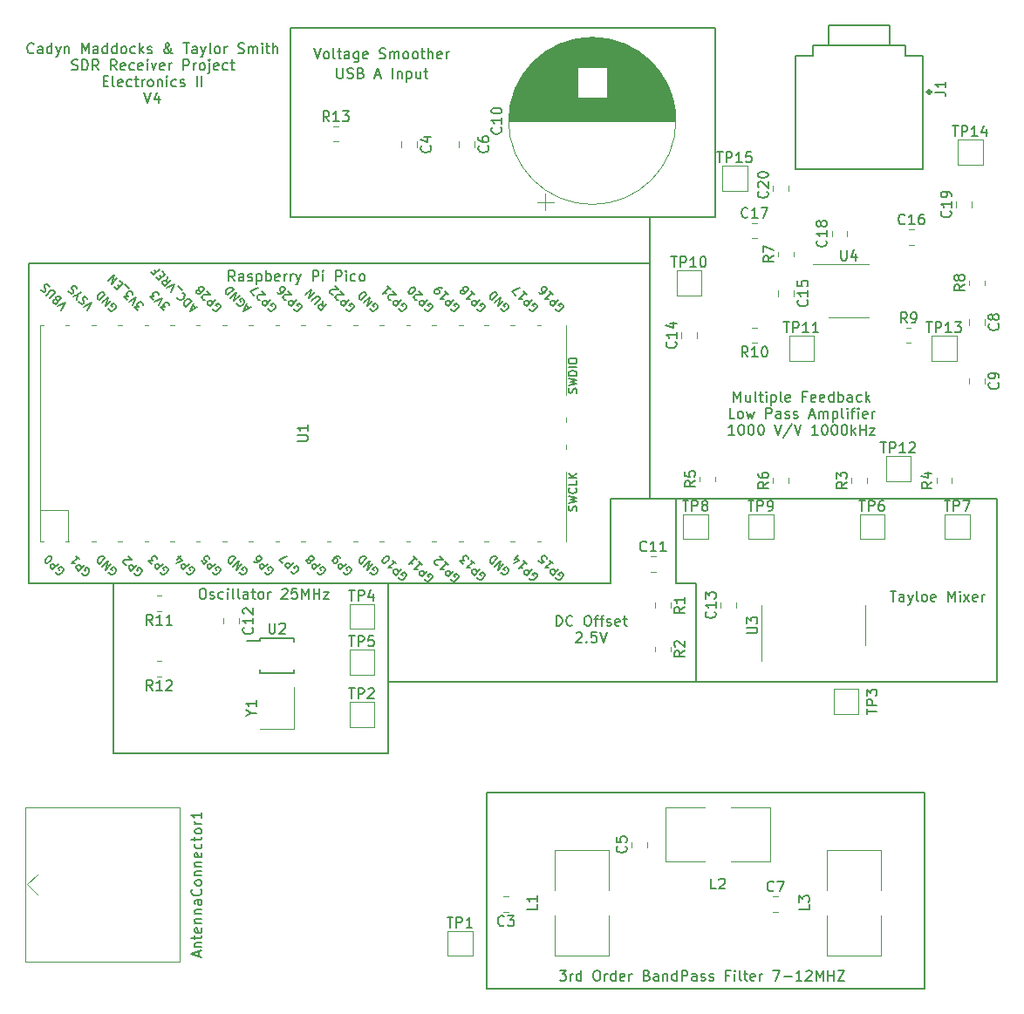
<source format=gbr>
%TF.GenerationSoftware,KiCad,Pcbnew,(6.0.4-0)*%
%TF.CreationDate,2022-04-29T09:39:16-07:00*%
%TF.ProjectId,Receiver Schematic,52656365-6976-4657-9220-536368656d61,rev?*%
%TF.SameCoordinates,Original*%
%TF.FileFunction,Legend,Top*%
%TF.FilePolarity,Positive*%
%FSLAX46Y46*%
G04 Gerber Fmt 4.6, Leading zero omitted, Abs format (unit mm)*
G04 Created by KiCad (PCBNEW (6.0.4-0)) date 2022-04-29 09:39:16*
%MOMM*%
%LPD*%
G01*
G04 APERTURE LIST*
%ADD10C,0.150000*%
%ADD11C,0.120000*%
%ADD12C,0.127000*%
%ADD13C,0.340000*%
G04 APERTURE END LIST*
D10*
X107950000Y-91440000D02*
X107950000Y-99060000D01*
X86360000Y-99060000D02*
X86360000Y-115570000D01*
X114300000Y-91440000D02*
X114300000Y-99060000D01*
X111760000Y-63500000D02*
X76835000Y-63500000D01*
X138430000Y-138430000D02*
X95885000Y-138430000D01*
X145415000Y-108585000D02*
X145415000Y-91440000D01*
X116205000Y-108585000D02*
X145415000Y-108585000D01*
X59690000Y-99060000D02*
X61595000Y-99060000D01*
X116205000Y-99060000D02*
X116205000Y-108585000D01*
X138430000Y-119380000D02*
X138430000Y-138430000D01*
X107950000Y-91440000D02*
X107950000Y-90805000D01*
X95885000Y-123190000D02*
X95885000Y-119380000D01*
X76835000Y-63500000D02*
X76835000Y-45085000D01*
X51435000Y-99060000D02*
X51435000Y-67945000D01*
X118110000Y-63500000D02*
X118110000Y-45085000D01*
X111760000Y-63500000D02*
X111760000Y-67945000D01*
X145415000Y-90805000D02*
X145415000Y-91440000D01*
X59690000Y-115570000D02*
X59690000Y-99060000D01*
X114300000Y-91440000D02*
X114300000Y-90805000D01*
X95885000Y-124460000D02*
X95885000Y-138430000D01*
X114300000Y-99060000D02*
X116205000Y-99060000D01*
X59690000Y-99060000D02*
X51435000Y-99060000D01*
X111760000Y-63500000D02*
X118110000Y-63500000D01*
X111760000Y-90805000D02*
X107950000Y-90805000D01*
X86360000Y-115570000D02*
X59690000Y-115570000D01*
X76835000Y-45085000D02*
X118110000Y-45085000D01*
X145415000Y-90805000D02*
X111760000Y-90805000D01*
X95885000Y-123190000D02*
X95885000Y-124460000D01*
X86360000Y-99060000D02*
X107950000Y-99060000D01*
X111760000Y-67945000D02*
X111760000Y-90805000D01*
X51435000Y-67945000D02*
X111760000Y-67945000D01*
X61595000Y-99060000D02*
X86360000Y-99060000D01*
X86360000Y-108585000D02*
X116205000Y-108585000D01*
X95885000Y-119380000D02*
X138430000Y-119380000D01*
X71470000Y-69667380D02*
X71136666Y-69191190D01*
X70898571Y-69667380D02*
X70898571Y-68667380D01*
X71279523Y-68667380D01*
X71374761Y-68715000D01*
X71422380Y-68762619D01*
X71470000Y-68857857D01*
X71470000Y-69000714D01*
X71422380Y-69095952D01*
X71374761Y-69143571D01*
X71279523Y-69191190D01*
X70898571Y-69191190D01*
X72327142Y-69667380D02*
X72327142Y-69143571D01*
X72279523Y-69048333D01*
X72184285Y-69000714D01*
X71993809Y-69000714D01*
X71898571Y-69048333D01*
X72327142Y-69619761D02*
X72231904Y-69667380D01*
X71993809Y-69667380D01*
X71898571Y-69619761D01*
X71850952Y-69524523D01*
X71850952Y-69429285D01*
X71898571Y-69334047D01*
X71993809Y-69286428D01*
X72231904Y-69286428D01*
X72327142Y-69238809D01*
X72755714Y-69619761D02*
X72850952Y-69667380D01*
X73041428Y-69667380D01*
X73136666Y-69619761D01*
X73184285Y-69524523D01*
X73184285Y-69476904D01*
X73136666Y-69381666D01*
X73041428Y-69334047D01*
X72898571Y-69334047D01*
X72803333Y-69286428D01*
X72755714Y-69191190D01*
X72755714Y-69143571D01*
X72803333Y-69048333D01*
X72898571Y-69000714D01*
X73041428Y-69000714D01*
X73136666Y-69048333D01*
X73612857Y-69000714D02*
X73612857Y-70000714D01*
X73612857Y-69048333D02*
X73708095Y-69000714D01*
X73898571Y-69000714D01*
X73993809Y-69048333D01*
X74041428Y-69095952D01*
X74089047Y-69191190D01*
X74089047Y-69476904D01*
X74041428Y-69572142D01*
X73993809Y-69619761D01*
X73898571Y-69667380D01*
X73708095Y-69667380D01*
X73612857Y-69619761D01*
X74517619Y-69667380D02*
X74517619Y-68667380D01*
X74517619Y-69048333D02*
X74612857Y-69000714D01*
X74803333Y-69000714D01*
X74898571Y-69048333D01*
X74946190Y-69095952D01*
X74993809Y-69191190D01*
X74993809Y-69476904D01*
X74946190Y-69572142D01*
X74898571Y-69619761D01*
X74803333Y-69667380D01*
X74612857Y-69667380D01*
X74517619Y-69619761D01*
X75803333Y-69619761D02*
X75708095Y-69667380D01*
X75517619Y-69667380D01*
X75422380Y-69619761D01*
X75374761Y-69524523D01*
X75374761Y-69143571D01*
X75422380Y-69048333D01*
X75517619Y-69000714D01*
X75708095Y-69000714D01*
X75803333Y-69048333D01*
X75850952Y-69143571D01*
X75850952Y-69238809D01*
X75374761Y-69334047D01*
X76279523Y-69667380D02*
X76279523Y-69000714D01*
X76279523Y-69191190D02*
X76327142Y-69095952D01*
X76374761Y-69048333D01*
X76470000Y-69000714D01*
X76565238Y-69000714D01*
X76898571Y-69667380D02*
X76898571Y-69000714D01*
X76898571Y-69191190D02*
X76946190Y-69095952D01*
X76993809Y-69048333D01*
X77089047Y-69000714D01*
X77184285Y-69000714D01*
X77422380Y-69000714D02*
X77660476Y-69667380D01*
X77898571Y-69000714D02*
X77660476Y-69667380D01*
X77565238Y-69905476D01*
X77517619Y-69953095D01*
X77422380Y-70000714D01*
X79041428Y-69667380D02*
X79041428Y-68667380D01*
X79422380Y-68667380D01*
X79517619Y-68715000D01*
X79565238Y-68762619D01*
X79612857Y-68857857D01*
X79612857Y-69000714D01*
X79565238Y-69095952D01*
X79517619Y-69143571D01*
X79422380Y-69191190D01*
X79041428Y-69191190D01*
X80041428Y-69667380D02*
X80041428Y-69000714D01*
X80041428Y-68667380D02*
X79993809Y-68715000D01*
X80041428Y-68762619D01*
X80089047Y-68715000D01*
X80041428Y-68667380D01*
X80041428Y-68762619D01*
X81279523Y-69667380D02*
X81279523Y-68667380D01*
X81660476Y-68667380D01*
X81755714Y-68715000D01*
X81803333Y-68762619D01*
X81850952Y-68857857D01*
X81850952Y-69000714D01*
X81803333Y-69095952D01*
X81755714Y-69143571D01*
X81660476Y-69191190D01*
X81279523Y-69191190D01*
X82279523Y-69667380D02*
X82279523Y-69000714D01*
X82279523Y-68667380D02*
X82231904Y-68715000D01*
X82279523Y-68762619D01*
X82327142Y-68715000D01*
X82279523Y-68667380D01*
X82279523Y-68762619D01*
X83184285Y-69619761D02*
X83089047Y-69667380D01*
X82898571Y-69667380D01*
X82803333Y-69619761D01*
X82755714Y-69572142D01*
X82708095Y-69476904D01*
X82708095Y-69191190D01*
X82755714Y-69095952D01*
X82803333Y-69048333D01*
X82898571Y-69000714D01*
X83089047Y-69000714D01*
X83184285Y-69048333D01*
X83755714Y-69667380D02*
X83660476Y-69619761D01*
X83612857Y-69572142D01*
X83565238Y-69476904D01*
X83565238Y-69191190D01*
X83612857Y-69095952D01*
X83660476Y-69048333D01*
X83755714Y-69000714D01*
X83898571Y-69000714D01*
X83993809Y-69048333D01*
X84041428Y-69095952D01*
X84089047Y-69191190D01*
X84089047Y-69476904D01*
X84041428Y-69572142D01*
X83993809Y-69619761D01*
X83898571Y-69667380D01*
X83755714Y-69667380D01*
X119920571Y-81392380D02*
X119920571Y-80392380D01*
X120253904Y-81106666D01*
X120587238Y-80392380D01*
X120587238Y-81392380D01*
X121492000Y-80725714D02*
X121492000Y-81392380D01*
X121063428Y-80725714D02*
X121063428Y-81249523D01*
X121111047Y-81344761D01*
X121206285Y-81392380D01*
X121349142Y-81392380D01*
X121444380Y-81344761D01*
X121492000Y-81297142D01*
X122111047Y-81392380D02*
X122015809Y-81344761D01*
X121968190Y-81249523D01*
X121968190Y-80392380D01*
X122349142Y-80725714D02*
X122730095Y-80725714D01*
X122492000Y-80392380D02*
X122492000Y-81249523D01*
X122539619Y-81344761D01*
X122634857Y-81392380D01*
X122730095Y-81392380D01*
X123063428Y-81392380D02*
X123063428Y-80725714D01*
X123063428Y-80392380D02*
X123015809Y-80440000D01*
X123063428Y-80487619D01*
X123111047Y-80440000D01*
X123063428Y-80392380D01*
X123063428Y-80487619D01*
X123539619Y-80725714D02*
X123539619Y-81725714D01*
X123539619Y-80773333D02*
X123634857Y-80725714D01*
X123825333Y-80725714D01*
X123920571Y-80773333D01*
X123968190Y-80820952D01*
X124015809Y-80916190D01*
X124015809Y-81201904D01*
X123968190Y-81297142D01*
X123920571Y-81344761D01*
X123825333Y-81392380D01*
X123634857Y-81392380D01*
X123539619Y-81344761D01*
X124587238Y-81392380D02*
X124492000Y-81344761D01*
X124444380Y-81249523D01*
X124444380Y-80392380D01*
X125349142Y-81344761D02*
X125253904Y-81392380D01*
X125063428Y-81392380D01*
X124968190Y-81344761D01*
X124920571Y-81249523D01*
X124920571Y-80868571D01*
X124968190Y-80773333D01*
X125063428Y-80725714D01*
X125253904Y-80725714D01*
X125349142Y-80773333D01*
X125396761Y-80868571D01*
X125396761Y-80963809D01*
X124920571Y-81059047D01*
X126920571Y-80868571D02*
X126587238Y-80868571D01*
X126587238Y-81392380D02*
X126587238Y-80392380D01*
X127063428Y-80392380D01*
X127825333Y-81344761D02*
X127730095Y-81392380D01*
X127539619Y-81392380D01*
X127444380Y-81344761D01*
X127396761Y-81249523D01*
X127396761Y-80868571D01*
X127444380Y-80773333D01*
X127539619Y-80725714D01*
X127730095Y-80725714D01*
X127825333Y-80773333D01*
X127872952Y-80868571D01*
X127872952Y-80963809D01*
X127396761Y-81059047D01*
X128682476Y-81344761D02*
X128587238Y-81392380D01*
X128396761Y-81392380D01*
X128301523Y-81344761D01*
X128253904Y-81249523D01*
X128253904Y-80868571D01*
X128301523Y-80773333D01*
X128396761Y-80725714D01*
X128587238Y-80725714D01*
X128682476Y-80773333D01*
X128730095Y-80868571D01*
X128730095Y-80963809D01*
X128253904Y-81059047D01*
X129587238Y-81392380D02*
X129587238Y-80392380D01*
X129587238Y-81344761D02*
X129492000Y-81392380D01*
X129301523Y-81392380D01*
X129206285Y-81344761D01*
X129158666Y-81297142D01*
X129111047Y-81201904D01*
X129111047Y-80916190D01*
X129158666Y-80820952D01*
X129206285Y-80773333D01*
X129301523Y-80725714D01*
X129492000Y-80725714D01*
X129587238Y-80773333D01*
X130063428Y-81392380D02*
X130063428Y-80392380D01*
X130063428Y-80773333D02*
X130158666Y-80725714D01*
X130349142Y-80725714D01*
X130444380Y-80773333D01*
X130492000Y-80820952D01*
X130539619Y-80916190D01*
X130539619Y-81201904D01*
X130492000Y-81297142D01*
X130444380Y-81344761D01*
X130349142Y-81392380D01*
X130158666Y-81392380D01*
X130063428Y-81344761D01*
X131396761Y-81392380D02*
X131396761Y-80868571D01*
X131349142Y-80773333D01*
X131253904Y-80725714D01*
X131063428Y-80725714D01*
X130968190Y-80773333D01*
X131396761Y-81344761D02*
X131301523Y-81392380D01*
X131063428Y-81392380D01*
X130968190Y-81344761D01*
X130920571Y-81249523D01*
X130920571Y-81154285D01*
X130968190Y-81059047D01*
X131063428Y-81011428D01*
X131301523Y-81011428D01*
X131396761Y-80963809D01*
X132301523Y-81344761D02*
X132206285Y-81392380D01*
X132015809Y-81392380D01*
X131920571Y-81344761D01*
X131872952Y-81297142D01*
X131825333Y-81201904D01*
X131825333Y-80916190D01*
X131872952Y-80820952D01*
X131920571Y-80773333D01*
X132015809Y-80725714D01*
X132206285Y-80725714D01*
X132301523Y-80773333D01*
X132730095Y-81392380D02*
X132730095Y-80392380D01*
X132825333Y-81011428D02*
X133111047Y-81392380D01*
X133111047Y-80725714D02*
X132730095Y-81106666D01*
X119992000Y-83002380D02*
X119515809Y-83002380D01*
X119515809Y-82002380D01*
X120468190Y-83002380D02*
X120372952Y-82954761D01*
X120325333Y-82907142D01*
X120277714Y-82811904D01*
X120277714Y-82526190D01*
X120325333Y-82430952D01*
X120372952Y-82383333D01*
X120468190Y-82335714D01*
X120611047Y-82335714D01*
X120706285Y-82383333D01*
X120753904Y-82430952D01*
X120801523Y-82526190D01*
X120801523Y-82811904D01*
X120753904Y-82907142D01*
X120706285Y-82954761D01*
X120611047Y-83002380D01*
X120468190Y-83002380D01*
X121134857Y-82335714D02*
X121325333Y-83002380D01*
X121515809Y-82526190D01*
X121706285Y-83002380D01*
X121896761Y-82335714D01*
X123039619Y-83002380D02*
X123039619Y-82002380D01*
X123420571Y-82002380D01*
X123515809Y-82050000D01*
X123563428Y-82097619D01*
X123611047Y-82192857D01*
X123611047Y-82335714D01*
X123563428Y-82430952D01*
X123515809Y-82478571D01*
X123420571Y-82526190D01*
X123039619Y-82526190D01*
X124468190Y-83002380D02*
X124468190Y-82478571D01*
X124420571Y-82383333D01*
X124325333Y-82335714D01*
X124134857Y-82335714D01*
X124039619Y-82383333D01*
X124468190Y-82954761D02*
X124372952Y-83002380D01*
X124134857Y-83002380D01*
X124039619Y-82954761D01*
X123992000Y-82859523D01*
X123992000Y-82764285D01*
X124039619Y-82669047D01*
X124134857Y-82621428D01*
X124372952Y-82621428D01*
X124468190Y-82573809D01*
X124896761Y-82954761D02*
X124992000Y-83002380D01*
X125182476Y-83002380D01*
X125277714Y-82954761D01*
X125325333Y-82859523D01*
X125325333Y-82811904D01*
X125277714Y-82716666D01*
X125182476Y-82669047D01*
X125039619Y-82669047D01*
X124944380Y-82621428D01*
X124896761Y-82526190D01*
X124896761Y-82478571D01*
X124944380Y-82383333D01*
X125039619Y-82335714D01*
X125182476Y-82335714D01*
X125277714Y-82383333D01*
X125706285Y-82954761D02*
X125801523Y-83002380D01*
X125992000Y-83002380D01*
X126087238Y-82954761D01*
X126134857Y-82859523D01*
X126134857Y-82811904D01*
X126087238Y-82716666D01*
X125992000Y-82669047D01*
X125849142Y-82669047D01*
X125753904Y-82621428D01*
X125706285Y-82526190D01*
X125706285Y-82478571D01*
X125753904Y-82383333D01*
X125849142Y-82335714D01*
X125992000Y-82335714D01*
X126087238Y-82383333D01*
X127277714Y-82716666D02*
X127753904Y-82716666D01*
X127182476Y-83002380D02*
X127515809Y-82002380D01*
X127849142Y-83002380D01*
X128182476Y-83002380D02*
X128182476Y-82335714D01*
X128182476Y-82430952D02*
X128230095Y-82383333D01*
X128325333Y-82335714D01*
X128468190Y-82335714D01*
X128563428Y-82383333D01*
X128611047Y-82478571D01*
X128611047Y-83002380D01*
X128611047Y-82478571D02*
X128658666Y-82383333D01*
X128753904Y-82335714D01*
X128896761Y-82335714D01*
X128992000Y-82383333D01*
X129039619Y-82478571D01*
X129039619Y-83002380D01*
X129515809Y-82335714D02*
X129515809Y-83335714D01*
X129515809Y-82383333D02*
X129611047Y-82335714D01*
X129801523Y-82335714D01*
X129896761Y-82383333D01*
X129944380Y-82430952D01*
X129992000Y-82526190D01*
X129992000Y-82811904D01*
X129944380Y-82907142D01*
X129896761Y-82954761D01*
X129801523Y-83002380D01*
X129611047Y-83002380D01*
X129515809Y-82954761D01*
X130563428Y-83002380D02*
X130468190Y-82954761D01*
X130420571Y-82859523D01*
X130420571Y-82002380D01*
X130944380Y-83002380D02*
X130944380Y-82335714D01*
X130944380Y-82002380D02*
X130896761Y-82050000D01*
X130944380Y-82097619D01*
X130992000Y-82050000D01*
X130944380Y-82002380D01*
X130944380Y-82097619D01*
X131277714Y-82335714D02*
X131658666Y-82335714D01*
X131420571Y-83002380D02*
X131420571Y-82145238D01*
X131468190Y-82050000D01*
X131563428Y-82002380D01*
X131658666Y-82002380D01*
X131992000Y-83002380D02*
X131992000Y-82335714D01*
X131992000Y-82002380D02*
X131944380Y-82050000D01*
X131992000Y-82097619D01*
X132039619Y-82050000D01*
X131992000Y-82002380D01*
X131992000Y-82097619D01*
X132849142Y-82954761D02*
X132753904Y-83002380D01*
X132563428Y-83002380D01*
X132468190Y-82954761D01*
X132420571Y-82859523D01*
X132420571Y-82478571D01*
X132468190Y-82383333D01*
X132563428Y-82335714D01*
X132753904Y-82335714D01*
X132849142Y-82383333D01*
X132896761Y-82478571D01*
X132896761Y-82573809D01*
X132420571Y-82669047D01*
X133325333Y-83002380D02*
X133325333Y-82335714D01*
X133325333Y-82526190D02*
X133372952Y-82430952D01*
X133420571Y-82383333D01*
X133515809Y-82335714D01*
X133611047Y-82335714D01*
X119968190Y-84612380D02*
X119396761Y-84612380D01*
X119682476Y-84612380D02*
X119682476Y-83612380D01*
X119587238Y-83755238D01*
X119492000Y-83850476D01*
X119396761Y-83898095D01*
X120587238Y-83612380D02*
X120682476Y-83612380D01*
X120777714Y-83660000D01*
X120825333Y-83707619D01*
X120872952Y-83802857D01*
X120920571Y-83993333D01*
X120920571Y-84231428D01*
X120872952Y-84421904D01*
X120825333Y-84517142D01*
X120777714Y-84564761D01*
X120682476Y-84612380D01*
X120587238Y-84612380D01*
X120492000Y-84564761D01*
X120444380Y-84517142D01*
X120396761Y-84421904D01*
X120349142Y-84231428D01*
X120349142Y-83993333D01*
X120396761Y-83802857D01*
X120444380Y-83707619D01*
X120492000Y-83660000D01*
X120587238Y-83612380D01*
X121539619Y-83612380D02*
X121634857Y-83612380D01*
X121730095Y-83660000D01*
X121777714Y-83707619D01*
X121825333Y-83802857D01*
X121872952Y-83993333D01*
X121872952Y-84231428D01*
X121825333Y-84421904D01*
X121777714Y-84517142D01*
X121730095Y-84564761D01*
X121634857Y-84612380D01*
X121539619Y-84612380D01*
X121444380Y-84564761D01*
X121396761Y-84517142D01*
X121349142Y-84421904D01*
X121301523Y-84231428D01*
X121301523Y-83993333D01*
X121349142Y-83802857D01*
X121396761Y-83707619D01*
X121444380Y-83660000D01*
X121539619Y-83612380D01*
X122492000Y-83612380D02*
X122587238Y-83612380D01*
X122682476Y-83660000D01*
X122730095Y-83707619D01*
X122777714Y-83802857D01*
X122825333Y-83993333D01*
X122825333Y-84231428D01*
X122777714Y-84421904D01*
X122730095Y-84517142D01*
X122682476Y-84564761D01*
X122587238Y-84612380D01*
X122492000Y-84612380D01*
X122396761Y-84564761D01*
X122349142Y-84517142D01*
X122301523Y-84421904D01*
X122253904Y-84231428D01*
X122253904Y-83993333D01*
X122301523Y-83802857D01*
X122349142Y-83707619D01*
X122396761Y-83660000D01*
X122492000Y-83612380D01*
X123872952Y-83612380D02*
X124206285Y-84612380D01*
X124539619Y-83612380D01*
X125587238Y-83564761D02*
X124730095Y-84850476D01*
X125777714Y-83612380D02*
X126111047Y-84612380D01*
X126444380Y-83612380D01*
X128063428Y-84612380D02*
X127492000Y-84612380D01*
X127777714Y-84612380D02*
X127777714Y-83612380D01*
X127682476Y-83755238D01*
X127587238Y-83850476D01*
X127492000Y-83898095D01*
X128682476Y-83612380D02*
X128777714Y-83612380D01*
X128872952Y-83660000D01*
X128920571Y-83707619D01*
X128968190Y-83802857D01*
X129015809Y-83993333D01*
X129015809Y-84231428D01*
X128968190Y-84421904D01*
X128920571Y-84517142D01*
X128872952Y-84564761D01*
X128777714Y-84612380D01*
X128682476Y-84612380D01*
X128587238Y-84564761D01*
X128539619Y-84517142D01*
X128492000Y-84421904D01*
X128444380Y-84231428D01*
X128444380Y-83993333D01*
X128492000Y-83802857D01*
X128539619Y-83707619D01*
X128587238Y-83660000D01*
X128682476Y-83612380D01*
X129634857Y-83612380D02*
X129730095Y-83612380D01*
X129825333Y-83660000D01*
X129872952Y-83707619D01*
X129920571Y-83802857D01*
X129968190Y-83993333D01*
X129968190Y-84231428D01*
X129920571Y-84421904D01*
X129872952Y-84517142D01*
X129825333Y-84564761D01*
X129730095Y-84612380D01*
X129634857Y-84612380D01*
X129539619Y-84564761D01*
X129492000Y-84517142D01*
X129444380Y-84421904D01*
X129396761Y-84231428D01*
X129396761Y-83993333D01*
X129444380Y-83802857D01*
X129492000Y-83707619D01*
X129539619Y-83660000D01*
X129634857Y-83612380D01*
X130587238Y-83612380D02*
X130682476Y-83612380D01*
X130777714Y-83660000D01*
X130825333Y-83707619D01*
X130872952Y-83802857D01*
X130920571Y-83993333D01*
X130920571Y-84231428D01*
X130872952Y-84421904D01*
X130825333Y-84517142D01*
X130777714Y-84564761D01*
X130682476Y-84612380D01*
X130587238Y-84612380D01*
X130492000Y-84564761D01*
X130444380Y-84517142D01*
X130396761Y-84421904D01*
X130349142Y-84231428D01*
X130349142Y-83993333D01*
X130396761Y-83802857D01*
X130444380Y-83707619D01*
X130492000Y-83660000D01*
X130587238Y-83612380D01*
X131349142Y-84612380D02*
X131349142Y-83612380D01*
X131444380Y-84231428D02*
X131730095Y-84612380D01*
X131730095Y-83945714D02*
X131349142Y-84326666D01*
X132158666Y-84612380D02*
X132158666Y-83612380D01*
X132158666Y-84088571D02*
X132730095Y-84088571D01*
X132730095Y-84612380D02*
X132730095Y-83612380D01*
X133111047Y-83945714D02*
X133634857Y-83945714D01*
X133111047Y-84612380D01*
X133634857Y-84612380D01*
X79153571Y-47077380D02*
X79486904Y-48077380D01*
X79820238Y-47077380D01*
X80296428Y-48077380D02*
X80201190Y-48029761D01*
X80153571Y-47982142D01*
X80105952Y-47886904D01*
X80105952Y-47601190D01*
X80153571Y-47505952D01*
X80201190Y-47458333D01*
X80296428Y-47410714D01*
X80439285Y-47410714D01*
X80534523Y-47458333D01*
X80582142Y-47505952D01*
X80629761Y-47601190D01*
X80629761Y-47886904D01*
X80582142Y-47982142D01*
X80534523Y-48029761D01*
X80439285Y-48077380D01*
X80296428Y-48077380D01*
X81201190Y-48077380D02*
X81105952Y-48029761D01*
X81058333Y-47934523D01*
X81058333Y-47077380D01*
X81439285Y-47410714D02*
X81820238Y-47410714D01*
X81582142Y-47077380D02*
X81582142Y-47934523D01*
X81629761Y-48029761D01*
X81725000Y-48077380D01*
X81820238Y-48077380D01*
X82582142Y-48077380D02*
X82582142Y-47553571D01*
X82534523Y-47458333D01*
X82439285Y-47410714D01*
X82248809Y-47410714D01*
X82153571Y-47458333D01*
X82582142Y-48029761D02*
X82486904Y-48077380D01*
X82248809Y-48077380D01*
X82153571Y-48029761D01*
X82105952Y-47934523D01*
X82105952Y-47839285D01*
X82153571Y-47744047D01*
X82248809Y-47696428D01*
X82486904Y-47696428D01*
X82582142Y-47648809D01*
X83486904Y-47410714D02*
X83486904Y-48220238D01*
X83439285Y-48315476D01*
X83391666Y-48363095D01*
X83296428Y-48410714D01*
X83153571Y-48410714D01*
X83058333Y-48363095D01*
X83486904Y-48029761D02*
X83391666Y-48077380D01*
X83201190Y-48077380D01*
X83105952Y-48029761D01*
X83058333Y-47982142D01*
X83010714Y-47886904D01*
X83010714Y-47601190D01*
X83058333Y-47505952D01*
X83105952Y-47458333D01*
X83201190Y-47410714D01*
X83391666Y-47410714D01*
X83486904Y-47458333D01*
X84344047Y-48029761D02*
X84248809Y-48077380D01*
X84058333Y-48077380D01*
X83963095Y-48029761D01*
X83915476Y-47934523D01*
X83915476Y-47553571D01*
X83963095Y-47458333D01*
X84058333Y-47410714D01*
X84248809Y-47410714D01*
X84344047Y-47458333D01*
X84391666Y-47553571D01*
X84391666Y-47648809D01*
X83915476Y-47744047D01*
X85534523Y-48029761D02*
X85677380Y-48077380D01*
X85915476Y-48077380D01*
X86010714Y-48029761D01*
X86058333Y-47982142D01*
X86105952Y-47886904D01*
X86105952Y-47791666D01*
X86058333Y-47696428D01*
X86010714Y-47648809D01*
X85915476Y-47601190D01*
X85725000Y-47553571D01*
X85629761Y-47505952D01*
X85582142Y-47458333D01*
X85534523Y-47363095D01*
X85534523Y-47267857D01*
X85582142Y-47172619D01*
X85629761Y-47125000D01*
X85725000Y-47077380D01*
X85963095Y-47077380D01*
X86105952Y-47125000D01*
X86534523Y-48077380D02*
X86534523Y-47410714D01*
X86534523Y-47505952D02*
X86582142Y-47458333D01*
X86677380Y-47410714D01*
X86820238Y-47410714D01*
X86915476Y-47458333D01*
X86963095Y-47553571D01*
X86963095Y-48077380D01*
X86963095Y-47553571D02*
X87010714Y-47458333D01*
X87105952Y-47410714D01*
X87248809Y-47410714D01*
X87344047Y-47458333D01*
X87391666Y-47553571D01*
X87391666Y-48077380D01*
X88010714Y-48077380D02*
X87915476Y-48029761D01*
X87867857Y-47982142D01*
X87820238Y-47886904D01*
X87820238Y-47601190D01*
X87867857Y-47505952D01*
X87915476Y-47458333D01*
X88010714Y-47410714D01*
X88153571Y-47410714D01*
X88248809Y-47458333D01*
X88296428Y-47505952D01*
X88344047Y-47601190D01*
X88344047Y-47886904D01*
X88296428Y-47982142D01*
X88248809Y-48029761D01*
X88153571Y-48077380D01*
X88010714Y-48077380D01*
X88915476Y-48077380D02*
X88820238Y-48029761D01*
X88772619Y-47982142D01*
X88725000Y-47886904D01*
X88725000Y-47601190D01*
X88772619Y-47505952D01*
X88820238Y-47458333D01*
X88915476Y-47410714D01*
X89058333Y-47410714D01*
X89153571Y-47458333D01*
X89201190Y-47505952D01*
X89248809Y-47601190D01*
X89248809Y-47886904D01*
X89201190Y-47982142D01*
X89153571Y-48029761D01*
X89058333Y-48077380D01*
X88915476Y-48077380D01*
X89534523Y-47410714D02*
X89915476Y-47410714D01*
X89677380Y-47077380D02*
X89677380Y-47934523D01*
X89725000Y-48029761D01*
X89820238Y-48077380D01*
X89915476Y-48077380D01*
X90248809Y-48077380D02*
X90248809Y-47077380D01*
X90677380Y-48077380D02*
X90677380Y-47553571D01*
X90629761Y-47458333D01*
X90534523Y-47410714D01*
X90391666Y-47410714D01*
X90296428Y-47458333D01*
X90248809Y-47505952D01*
X91534523Y-48029761D02*
X91439285Y-48077380D01*
X91248809Y-48077380D01*
X91153571Y-48029761D01*
X91105952Y-47934523D01*
X91105952Y-47553571D01*
X91153571Y-47458333D01*
X91248809Y-47410714D01*
X91439285Y-47410714D01*
X91534523Y-47458333D01*
X91582142Y-47553571D01*
X91582142Y-47648809D01*
X91105952Y-47744047D01*
X92010714Y-48077380D02*
X92010714Y-47410714D01*
X92010714Y-47601190D02*
X92058333Y-47505952D01*
X92105952Y-47458333D01*
X92201190Y-47410714D01*
X92296428Y-47410714D01*
X68271190Y-99528380D02*
X68461666Y-99528380D01*
X68556904Y-99576000D01*
X68652142Y-99671238D01*
X68699761Y-99861714D01*
X68699761Y-100195047D01*
X68652142Y-100385523D01*
X68556904Y-100480761D01*
X68461666Y-100528380D01*
X68271190Y-100528380D01*
X68175952Y-100480761D01*
X68080714Y-100385523D01*
X68033095Y-100195047D01*
X68033095Y-99861714D01*
X68080714Y-99671238D01*
X68175952Y-99576000D01*
X68271190Y-99528380D01*
X69080714Y-100480761D02*
X69175952Y-100528380D01*
X69366428Y-100528380D01*
X69461666Y-100480761D01*
X69509285Y-100385523D01*
X69509285Y-100337904D01*
X69461666Y-100242666D01*
X69366428Y-100195047D01*
X69223571Y-100195047D01*
X69128333Y-100147428D01*
X69080714Y-100052190D01*
X69080714Y-100004571D01*
X69128333Y-99909333D01*
X69223571Y-99861714D01*
X69366428Y-99861714D01*
X69461666Y-99909333D01*
X70366428Y-100480761D02*
X70271190Y-100528380D01*
X70080714Y-100528380D01*
X69985476Y-100480761D01*
X69937857Y-100433142D01*
X69890238Y-100337904D01*
X69890238Y-100052190D01*
X69937857Y-99956952D01*
X69985476Y-99909333D01*
X70080714Y-99861714D01*
X70271190Y-99861714D01*
X70366428Y-99909333D01*
X70795000Y-100528380D02*
X70795000Y-99861714D01*
X70795000Y-99528380D02*
X70747380Y-99576000D01*
X70795000Y-99623619D01*
X70842619Y-99576000D01*
X70795000Y-99528380D01*
X70795000Y-99623619D01*
X71414047Y-100528380D02*
X71318809Y-100480761D01*
X71271190Y-100385523D01*
X71271190Y-99528380D01*
X71937857Y-100528380D02*
X71842619Y-100480761D01*
X71795000Y-100385523D01*
X71795000Y-99528380D01*
X72747380Y-100528380D02*
X72747380Y-100004571D01*
X72699761Y-99909333D01*
X72604523Y-99861714D01*
X72414047Y-99861714D01*
X72318809Y-99909333D01*
X72747380Y-100480761D02*
X72652142Y-100528380D01*
X72414047Y-100528380D01*
X72318809Y-100480761D01*
X72271190Y-100385523D01*
X72271190Y-100290285D01*
X72318809Y-100195047D01*
X72414047Y-100147428D01*
X72652142Y-100147428D01*
X72747380Y-100099809D01*
X73080714Y-99861714D02*
X73461666Y-99861714D01*
X73223571Y-99528380D02*
X73223571Y-100385523D01*
X73271190Y-100480761D01*
X73366428Y-100528380D01*
X73461666Y-100528380D01*
X73937857Y-100528380D02*
X73842619Y-100480761D01*
X73795000Y-100433142D01*
X73747380Y-100337904D01*
X73747380Y-100052190D01*
X73795000Y-99956952D01*
X73842619Y-99909333D01*
X73937857Y-99861714D01*
X74080714Y-99861714D01*
X74175952Y-99909333D01*
X74223571Y-99956952D01*
X74271190Y-100052190D01*
X74271190Y-100337904D01*
X74223571Y-100433142D01*
X74175952Y-100480761D01*
X74080714Y-100528380D01*
X73937857Y-100528380D01*
X74699761Y-100528380D02*
X74699761Y-99861714D01*
X74699761Y-100052190D02*
X74747380Y-99956952D01*
X74795000Y-99909333D01*
X74890238Y-99861714D01*
X74985476Y-99861714D01*
X76033095Y-99623619D02*
X76080714Y-99576000D01*
X76175952Y-99528380D01*
X76414047Y-99528380D01*
X76509285Y-99576000D01*
X76556904Y-99623619D01*
X76604523Y-99718857D01*
X76604523Y-99814095D01*
X76556904Y-99956952D01*
X75985476Y-100528380D01*
X76604523Y-100528380D01*
X77509285Y-99528380D02*
X77033095Y-99528380D01*
X76985476Y-100004571D01*
X77033095Y-99956952D01*
X77128333Y-99909333D01*
X77366428Y-99909333D01*
X77461666Y-99956952D01*
X77509285Y-100004571D01*
X77556904Y-100099809D01*
X77556904Y-100337904D01*
X77509285Y-100433142D01*
X77461666Y-100480761D01*
X77366428Y-100528380D01*
X77128333Y-100528380D01*
X77033095Y-100480761D01*
X76985476Y-100433142D01*
X77985476Y-100528380D02*
X77985476Y-99528380D01*
X78318809Y-100242666D01*
X78652142Y-99528380D01*
X78652142Y-100528380D01*
X79128333Y-100528380D02*
X79128333Y-99528380D01*
X79128333Y-100004571D02*
X79699761Y-100004571D01*
X79699761Y-100528380D02*
X79699761Y-99528380D01*
X80080714Y-99861714D02*
X80604523Y-99861714D01*
X80080714Y-100528380D01*
X80604523Y-100528380D01*
X81391666Y-48982380D02*
X81391666Y-49791904D01*
X81439285Y-49887142D01*
X81486904Y-49934761D01*
X81582142Y-49982380D01*
X81772619Y-49982380D01*
X81867857Y-49934761D01*
X81915476Y-49887142D01*
X81963095Y-49791904D01*
X81963095Y-48982380D01*
X82391666Y-49934761D02*
X82534523Y-49982380D01*
X82772619Y-49982380D01*
X82867857Y-49934761D01*
X82915476Y-49887142D01*
X82963095Y-49791904D01*
X82963095Y-49696666D01*
X82915476Y-49601428D01*
X82867857Y-49553809D01*
X82772619Y-49506190D01*
X82582142Y-49458571D01*
X82486904Y-49410952D01*
X82439285Y-49363333D01*
X82391666Y-49268095D01*
X82391666Y-49172857D01*
X82439285Y-49077619D01*
X82486904Y-49030000D01*
X82582142Y-48982380D01*
X82820238Y-48982380D01*
X82963095Y-49030000D01*
X83725000Y-49458571D02*
X83867857Y-49506190D01*
X83915476Y-49553809D01*
X83963095Y-49649047D01*
X83963095Y-49791904D01*
X83915476Y-49887142D01*
X83867857Y-49934761D01*
X83772619Y-49982380D01*
X83391666Y-49982380D01*
X83391666Y-48982380D01*
X83725000Y-48982380D01*
X83820238Y-49030000D01*
X83867857Y-49077619D01*
X83915476Y-49172857D01*
X83915476Y-49268095D01*
X83867857Y-49363333D01*
X83820238Y-49410952D01*
X83725000Y-49458571D01*
X83391666Y-49458571D01*
X85105952Y-49696666D02*
X85582142Y-49696666D01*
X85010714Y-49982380D02*
X85344047Y-48982380D01*
X85677380Y-49982380D01*
X86772619Y-49982380D02*
X86772619Y-48982380D01*
X87248809Y-49315714D02*
X87248809Y-49982380D01*
X87248809Y-49410952D02*
X87296428Y-49363333D01*
X87391666Y-49315714D01*
X87534523Y-49315714D01*
X87629761Y-49363333D01*
X87677380Y-49458571D01*
X87677380Y-49982380D01*
X88153571Y-49315714D02*
X88153571Y-50315714D01*
X88153571Y-49363333D02*
X88248809Y-49315714D01*
X88439285Y-49315714D01*
X88534523Y-49363333D01*
X88582142Y-49410952D01*
X88629761Y-49506190D01*
X88629761Y-49791904D01*
X88582142Y-49887142D01*
X88534523Y-49934761D01*
X88439285Y-49982380D01*
X88248809Y-49982380D01*
X88153571Y-49934761D01*
X89486904Y-49315714D02*
X89486904Y-49982380D01*
X89058333Y-49315714D02*
X89058333Y-49839523D01*
X89105952Y-49934761D01*
X89201190Y-49982380D01*
X89344047Y-49982380D01*
X89439285Y-49934761D01*
X89486904Y-49887142D01*
X89820238Y-49315714D02*
X90201190Y-49315714D01*
X89963095Y-48982380D02*
X89963095Y-49839523D01*
X90010714Y-49934761D01*
X90105952Y-49982380D01*
X90201190Y-49982380D01*
X103006666Y-136612380D02*
X103625714Y-136612380D01*
X103292380Y-136993333D01*
X103435238Y-136993333D01*
X103530476Y-137040952D01*
X103578095Y-137088571D01*
X103625714Y-137183809D01*
X103625714Y-137421904D01*
X103578095Y-137517142D01*
X103530476Y-137564761D01*
X103435238Y-137612380D01*
X103149523Y-137612380D01*
X103054285Y-137564761D01*
X103006666Y-137517142D01*
X104054285Y-137612380D02*
X104054285Y-136945714D01*
X104054285Y-137136190D02*
X104101904Y-137040952D01*
X104149523Y-136993333D01*
X104244761Y-136945714D01*
X104340000Y-136945714D01*
X105101904Y-137612380D02*
X105101904Y-136612380D01*
X105101904Y-137564761D02*
X105006666Y-137612380D01*
X104816190Y-137612380D01*
X104720952Y-137564761D01*
X104673333Y-137517142D01*
X104625714Y-137421904D01*
X104625714Y-137136190D01*
X104673333Y-137040952D01*
X104720952Y-136993333D01*
X104816190Y-136945714D01*
X105006666Y-136945714D01*
X105101904Y-136993333D01*
X106530476Y-136612380D02*
X106720952Y-136612380D01*
X106816190Y-136660000D01*
X106911428Y-136755238D01*
X106959047Y-136945714D01*
X106959047Y-137279047D01*
X106911428Y-137469523D01*
X106816190Y-137564761D01*
X106720952Y-137612380D01*
X106530476Y-137612380D01*
X106435238Y-137564761D01*
X106340000Y-137469523D01*
X106292380Y-137279047D01*
X106292380Y-136945714D01*
X106340000Y-136755238D01*
X106435238Y-136660000D01*
X106530476Y-136612380D01*
X107387619Y-137612380D02*
X107387619Y-136945714D01*
X107387619Y-137136190D02*
X107435238Y-137040952D01*
X107482857Y-136993333D01*
X107578095Y-136945714D01*
X107673333Y-136945714D01*
X108435238Y-137612380D02*
X108435238Y-136612380D01*
X108435238Y-137564761D02*
X108340000Y-137612380D01*
X108149523Y-137612380D01*
X108054285Y-137564761D01*
X108006666Y-137517142D01*
X107959047Y-137421904D01*
X107959047Y-137136190D01*
X108006666Y-137040952D01*
X108054285Y-136993333D01*
X108149523Y-136945714D01*
X108340000Y-136945714D01*
X108435238Y-136993333D01*
X109292380Y-137564761D02*
X109197142Y-137612380D01*
X109006666Y-137612380D01*
X108911428Y-137564761D01*
X108863809Y-137469523D01*
X108863809Y-137088571D01*
X108911428Y-136993333D01*
X109006666Y-136945714D01*
X109197142Y-136945714D01*
X109292380Y-136993333D01*
X109340000Y-137088571D01*
X109340000Y-137183809D01*
X108863809Y-137279047D01*
X109768571Y-137612380D02*
X109768571Y-136945714D01*
X109768571Y-137136190D02*
X109816190Y-137040952D01*
X109863809Y-136993333D01*
X109959047Y-136945714D01*
X110054285Y-136945714D01*
X111482857Y-137088571D02*
X111625714Y-137136190D01*
X111673333Y-137183809D01*
X111720952Y-137279047D01*
X111720952Y-137421904D01*
X111673333Y-137517142D01*
X111625714Y-137564761D01*
X111530476Y-137612380D01*
X111149523Y-137612380D01*
X111149523Y-136612380D01*
X111482857Y-136612380D01*
X111578095Y-136660000D01*
X111625714Y-136707619D01*
X111673333Y-136802857D01*
X111673333Y-136898095D01*
X111625714Y-136993333D01*
X111578095Y-137040952D01*
X111482857Y-137088571D01*
X111149523Y-137088571D01*
X112578095Y-137612380D02*
X112578095Y-137088571D01*
X112530476Y-136993333D01*
X112435238Y-136945714D01*
X112244761Y-136945714D01*
X112149523Y-136993333D01*
X112578095Y-137564761D02*
X112482857Y-137612380D01*
X112244761Y-137612380D01*
X112149523Y-137564761D01*
X112101904Y-137469523D01*
X112101904Y-137374285D01*
X112149523Y-137279047D01*
X112244761Y-137231428D01*
X112482857Y-137231428D01*
X112578095Y-137183809D01*
X113054285Y-136945714D02*
X113054285Y-137612380D01*
X113054285Y-137040952D02*
X113101904Y-136993333D01*
X113197142Y-136945714D01*
X113340000Y-136945714D01*
X113435238Y-136993333D01*
X113482857Y-137088571D01*
X113482857Y-137612380D01*
X114387619Y-137612380D02*
X114387619Y-136612380D01*
X114387619Y-137564761D02*
X114292380Y-137612380D01*
X114101904Y-137612380D01*
X114006666Y-137564761D01*
X113959047Y-137517142D01*
X113911428Y-137421904D01*
X113911428Y-137136190D01*
X113959047Y-137040952D01*
X114006666Y-136993333D01*
X114101904Y-136945714D01*
X114292380Y-136945714D01*
X114387619Y-136993333D01*
X114863809Y-137612380D02*
X114863809Y-136612380D01*
X115244761Y-136612380D01*
X115340000Y-136660000D01*
X115387619Y-136707619D01*
X115435238Y-136802857D01*
X115435238Y-136945714D01*
X115387619Y-137040952D01*
X115340000Y-137088571D01*
X115244761Y-137136190D01*
X114863809Y-137136190D01*
X116292380Y-137612380D02*
X116292380Y-137088571D01*
X116244761Y-136993333D01*
X116149523Y-136945714D01*
X115959047Y-136945714D01*
X115863809Y-136993333D01*
X116292380Y-137564761D02*
X116197142Y-137612380D01*
X115959047Y-137612380D01*
X115863809Y-137564761D01*
X115816190Y-137469523D01*
X115816190Y-137374285D01*
X115863809Y-137279047D01*
X115959047Y-137231428D01*
X116197142Y-137231428D01*
X116292380Y-137183809D01*
X116720952Y-137564761D02*
X116816190Y-137612380D01*
X117006666Y-137612380D01*
X117101904Y-137564761D01*
X117149523Y-137469523D01*
X117149523Y-137421904D01*
X117101904Y-137326666D01*
X117006666Y-137279047D01*
X116863809Y-137279047D01*
X116768571Y-137231428D01*
X116720952Y-137136190D01*
X116720952Y-137088571D01*
X116768571Y-136993333D01*
X116863809Y-136945714D01*
X117006666Y-136945714D01*
X117101904Y-136993333D01*
X117530476Y-137564761D02*
X117625714Y-137612380D01*
X117816190Y-137612380D01*
X117911428Y-137564761D01*
X117959047Y-137469523D01*
X117959047Y-137421904D01*
X117911428Y-137326666D01*
X117816190Y-137279047D01*
X117673333Y-137279047D01*
X117578095Y-137231428D01*
X117530476Y-137136190D01*
X117530476Y-137088571D01*
X117578095Y-136993333D01*
X117673333Y-136945714D01*
X117816190Y-136945714D01*
X117911428Y-136993333D01*
X119482857Y-137088571D02*
X119149523Y-137088571D01*
X119149523Y-137612380D02*
X119149523Y-136612380D01*
X119625714Y-136612380D01*
X120006666Y-137612380D02*
X120006666Y-136945714D01*
X120006666Y-136612380D02*
X119959047Y-136660000D01*
X120006666Y-136707619D01*
X120054285Y-136660000D01*
X120006666Y-136612380D01*
X120006666Y-136707619D01*
X120625714Y-137612380D02*
X120530476Y-137564761D01*
X120482857Y-137469523D01*
X120482857Y-136612380D01*
X120863809Y-136945714D02*
X121244761Y-136945714D01*
X121006666Y-136612380D02*
X121006666Y-137469523D01*
X121054285Y-137564761D01*
X121149523Y-137612380D01*
X121244761Y-137612380D01*
X121959047Y-137564761D02*
X121863809Y-137612380D01*
X121673333Y-137612380D01*
X121578095Y-137564761D01*
X121530476Y-137469523D01*
X121530476Y-137088571D01*
X121578095Y-136993333D01*
X121673333Y-136945714D01*
X121863809Y-136945714D01*
X121959047Y-136993333D01*
X122006666Y-137088571D01*
X122006666Y-137183809D01*
X121530476Y-137279047D01*
X122435238Y-137612380D02*
X122435238Y-136945714D01*
X122435238Y-137136190D02*
X122482857Y-137040952D01*
X122530476Y-136993333D01*
X122625714Y-136945714D01*
X122720952Y-136945714D01*
X123720952Y-136612380D02*
X124387619Y-136612380D01*
X123959047Y-137612380D01*
X124768571Y-137231428D02*
X125530476Y-137231428D01*
X126530476Y-137612380D02*
X125959047Y-137612380D01*
X126244761Y-137612380D02*
X126244761Y-136612380D01*
X126149523Y-136755238D01*
X126054285Y-136850476D01*
X125959047Y-136898095D01*
X126911428Y-136707619D02*
X126959047Y-136660000D01*
X127054285Y-136612380D01*
X127292380Y-136612380D01*
X127387619Y-136660000D01*
X127435238Y-136707619D01*
X127482857Y-136802857D01*
X127482857Y-136898095D01*
X127435238Y-137040952D01*
X126863809Y-137612380D01*
X127482857Y-137612380D01*
X127911428Y-137612380D02*
X127911428Y-136612380D01*
X128244761Y-137326666D01*
X128578095Y-136612380D01*
X128578095Y-137612380D01*
X129054285Y-137612380D02*
X129054285Y-136612380D01*
X129054285Y-137088571D02*
X129625714Y-137088571D01*
X129625714Y-137612380D02*
X129625714Y-136612380D01*
X130006666Y-136612380D02*
X130673333Y-136612380D01*
X130006666Y-137612380D01*
X130673333Y-137612380D01*
X135104761Y-99782380D02*
X135676190Y-99782380D01*
X135390476Y-100782380D02*
X135390476Y-99782380D01*
X136438095Y-100782380D02*
X136438095Y-100258571D01*
X136390476Y-100163333D01*
X136295238Y-100115714D01*
X136104761Y-100115714D01*
X136009523Y-100163333D01*
X136438095Y-100734761D02*
X136342857Y-100782380D01*
X136104761Y-100782380D01*
X136009523Y-100734761D01*
X135961904Y-100639523D01*
X135961904Y-100544285D01*
X136009523Y-100449047D01*
X136104761Y-100401428D01*
X136342857Y-100401428D01*
X136438095Y-100353809D01*
X136819047Y-100115714D02*
X137057142Y-100782380D01*
X137295238Y-100115714D02*
X137057142Y-100782380D01*
X136961904Y-101020476D01*
X136914285Y-101068095D01*
X136819047Y-101115714D01*
X137819047Y-100782380D02*
X137723809Y-100734761D01*
X137676190Y-100639523D01*
X137676190Y-99782380D01*
X138342857Y-100782380D02*
X138247619Y-100734761D01*
X138200000Y-100687142D01*
X138152380Y-100591904D01*
X138152380Y-100306190D01*
X138200000Y-100210952D01*
X138247619Y-100163333D01*
X138342857Y-100115714D01*
X138485714Y-100115714D01*
X138580952Y-100163333D01*
X138628571Y-100210952D01*
X138676190Y-100306190D01*
X138676190Y-100591904D01*
X138628571Y-100687142D01*
X138580952Y-100734761D01*
X138485714Y-100782380D01*
X138342857Y-100782380D01*
X139485714Y-100734761D02*
X139390476Y-100782380D01*
X139200000Y-100782380D01*
X139104761Y-100734761D01*
X139057142Y-100639523D01*
X139057142Y-100258571D01*
X139104761Y-100163333D01*
X139200000Y-100115714D01*
X139390476Y-100115714D01*
X139485714Y-100163333D01*
X139533333Y-100258571D01*
X139533333Y-100353809D01*
X139057142Y-100449047D01*
X140723809Y-100782380D02*
X140723809Y-99782380D01*
X141057142Y-100496666D01*
X141390476Y-99782380D01*
X141390476Y-100782380D01*
X141866666Y-100782380D02*
X141866666Y-100115714D01*
X141866666Y-99782380D02*
X141819047Y-99830000D01*
X141866666Y-99877619D01*
X141914285Y-99830000D01*
X141866666Y-99782380D01*
X141866666Y-99877619D01*
X142247619Y-100782380D02*
X142771428Y-100115714D01*
X142247619Y-100115714D02*
X142771428Y-100782380D01*
X143533333Y-100734761D02*
X143438095Y-100782380D01*
X143247619Y-100782380D01*
X143152380Y-100734761D01*
X143104761Y-100639523D01*
X143104761Y-100258571D01*
X143152380Y-100163333D01*
X143247619Y-100115714D01*
X143438095Y-100115714D01*
X143533333Y-100163333D01*
X143580952Y-100258571D01*
X143580952Y-100353809D01*
X143104761Y-100449047D01*
X144009523Y-100782380D02*
X144009523Y-100115714D01*
X144009523Y-100306190D02*
X144057142Y-100210952D01*
X144104761Y-100163333D01*
X144200000Y-100115714D01*
X144295238Y-100115714D01*
X51952380Y-47472142D02*
X51904761Y-47519761D01*
X51761904Y-47567380D01*
X51666666Y-47567380D01*
X51523809Y-47519761D01*
X51428571Y-47424523D01*
X51380952Y-47329285D01*
X51333333Y-47138809D01*
X51333333Y-46995952D01*
X51380952Y-46805476D01*
X51428571Y-46710238D01*
X51523809Y-46615000D01*
X51666666Y-46567380D01*
X51761904Y-46567380D01*
X51904761Y-46615000D01*
X51952380Y-46662619D01*
X52809523Y-47567380D02*
X52809523Y-47043571D01*
X52761904Y-46948333D01*
X52666666Y-46900714D01*
X52476190Y-46900714D01*
X52380952Y-46948333D01*
X52809523Y-47519761D02*
X52714285Y-47567380D01*
X52476190Y-47567380D01*
X52380952Y-47519761D01*
X52333333Y-47424523D01*
X52333333Y-47329285D01*
X52380952Y-47234047D01*
X52476190Y-47186428D01*
X52714285Y-47186428D01*
X52809523Y-47138809D01*
X53714285Y-47567380D02*
X53714285Y-46567380D01*
X53714285Y-47519761D02*
X53619047Y-47567380D01*
X53428571Y-47567380D01*
X53333333Y-47519761D01*
X53285714Y-47472142D01*
X53238095Y-47376904D01*
X53238095Y-47091190D01*
X53285714Y-46995952D01*
X53333333Y-46948333D01*
X53428571Y-46900714D01*
X53619047Y-46900714D01*
X53714285Y-46948333D01*
X54095238Y-46900714D02*
X54333333Y-47567380D01*
X54571428Y-46900714D02*
X54333333Y-47567380D01*
X54238095Y-47805476D01*
X54190476Y-47853095D01*
X54095238Y-47900714D01*
X54952380Y-46900714D02*
X54952380Y-47567380D01*
X54952380Y-46995952D02*
X54999999Y-46948333D01*
X55095238Y-46900714D01*
X55238095Y-46900714D01*
X55333333Y-46948333D01*
X55380952Y-47043571D01*
X55380952Y-47567380D01*
X56619047Y-47567380D02*
X56619047Y-46567380D01*
X56952380Y-47281666D01*
X57285714Y-46567380D01*
X57285714Y-47567380D01*
X58190476Y-47567380D02*
X58190476Y-47043571D01*
X58142857Y-46948333D01*
X58047619Y-46900714D01*
X57857142Y-46900714D01*
X57761904Y-46948333D01*
X58190476Y-47519761D02*
X58095238Y-47567380D01*
X57857142Y-47567380D01*
X57761904Y-47519761D01*
X57714285Y-47424523D01*
X57714285Y-47329285D01*
X57761904Y-47234047D01*
X57857142Y-47186428D01*
X58095238Y-47186428D01*
X58190476Y-47138809D01*
X59095238Y-47567380D02*
X59095238Y-46567380D01*
X59095238Y-47519761D02*
X58999999Y-47567380D01*
X58809523Y-47567380D01*
X58714285Y-47519761D01*
X58666666Y-47472142D01*
X58619047Y-47376904D01*
X58619047Y-47091190D01*
X58666666Y-46995952D01*
X58714285Y-46948333D01*
X58809523Y-46900714D01*
X58999999Y-46900714D01*
X59095238Y-46948333D01*
X59999999Y-47567380D02*
X59999999Y-46567380D01*
X59999999Y-47519761D02*
X59904761Y-47567380D01*
X59714285Y-47567380D01*
X59619047Y-47519761D01*
X59571428Y-47472142D01*
X59523809Y-47376904D01*
X59523809Y-47091190D01*
X59571428Y-46995952D01*
X59619047Y-46948333D01*
X59714285Y-46900714D01*
X59904761Y-46900714D01*
X59999999Y-46948333D01*
X60619047Y-47567380D02*
X60523809Y-47519761D01*
X60476190Y-47472142D01*
X60428571Y-47376904D01*
X60428571Y-47091190D01*
X60476190Y-46995952D01*
X60523809Y-46948333D01*
X60619047Y-46900714D01*
X60761904Y-46900714D01*
X60857142Y-46948333D01*
X60904761Y-46995952D01*
X60952380Y-47091190D01*
X60952380Y-47376904D01*
X60904761Y-47472142D01*
X60857142Y-47519761D01*
X60761904Y-47567380D01*
X60619047Y-47567380D01*
X61809523Y-47519761D02*
X61714285Y-47567380D01*
X61523809Y-47567380D01*
X61428571Y-47519761D01*
X61380952Y-47472142D01*
X61333333Y-47376904D01*
X61333333Y-47091190D01*
X61380952Y-46995952D01*
X61428571Y-46948333D01*
X61523809Y-46900714D01*
X61714285Y-46900714D01*
X61809523Y-46948333D01*
X62238095Y-47567380D02*
X62238095Y-46567380D01*
X62333333Y-47186428D02*
X62619047Y-47567380D01*
X62619047Y-46900714D02*
X62238095Y-47281666D01*
X62999999Y-47519761D02*
X63095238Y-47567380D01*
X63285714Y-47567380D01*
X63380952Y-47519761D01*
X63428571Y-47424523D01*
X63428571Y-47376904D01*
X63380952Y-47281666D01*
X63285714Y-47234047D01*
X63142857Y-47234047D01*
X63047619Y-47186428D01*
X62999999Y-47091190D01*
X62999999Y-47043571D01*
X63047619Y-46948333D01*
X63142857Y-46900714D01*
X63285714Y-46900714D01*
X63380952Y-46948333D01*
X65428571Y-47567380D02*
X65380952Y-47567380D01*
X65285714Y-47519761D01*
X65142857Y-47376904D01*
X64904761Y-47091190D01*
X64809523Y-46948333D01*
X64761904Y-46805476D01*
X64761904Y-46710238D01*
X64809523Y-46615000D01*
X64904761Y-46567380D01*
X64952380Y-46567380D01*
X65047619Y-46615000D01*
X65095238Y-46710238D01*
X65095238Y-46757857D01*
X65047619Y-46853095D01*
X64999999Y-46900714D01*
X64714285Y-47091190D01*
X64666666Y-47138809D01*
X64619047Y-47234047D01*
X64619047Y-47376904D01*
X64666666Y-47472142D01*
X64714285Y-47519761D01*
X64809523Y-47567380D01*
X64952380Y-47567380D01*
X65047619Y-47519761D01*
X65095238Y-47472142D01*
X65238095Y-47281666D01*
X65285714Y-47138809D01*
X65285714Y-47043571D01*
X66476190Y-46567380D02*
X67047619Y-46567380D01*
X66761904Y-47567380D02*
X66761904Y-46567380D01*
X67809523Y-47567380D02*
X67809523Y-47043571D01*
X67761904Y-46948333D01*
X67666666Y-46900714D01*
X67476190Y-46900714D01*
X67380952Y-46948333D01*
X67809523Y-47519761D02*
X67714285Y-47567380D01*
X67476190Y-47567380D01*
X67380952Y-47519761D01*
X67333333Y-47424523D01*
X67333333Y-47329285D01*
X67380952Y-47234047D01*
X67476190Y-47186428D01*
X67714285Y-47186428D01*
X67809523Y-47138809D01*
X68190476Y-46900714D02*
X68428571Y-47567380D01*
X68666666Y-46900714D02*
X68428571Y-47567380D01*
X68333333Y-47805476D01*
X68285714Y-47853095D01*
X68190476Y-47900714D01*
X69190476Y-47567380D02*
X69095238Y-47519761D01*
X69047619Y-47424523D01*
X69047619Y-46567380D01*
X69714285Y-47567380D02*
X69619047Y-47519761D01*
X69571428Y-47472142D01*
X69523809Y-47376904D01*
X69523809Y-47091190D01*
X69571428Y-46995952D01*
X69619047Y-46948333D01*
X69714285Y-46900714D01*
X69857142Y-46900714D01*
X69952380Y-46948333D01*
X69999999Y-46995952D01*
X70047619Y-47091190D01*
X70047619Y-47376904D01*
X69999999Y-47472142D01*
X69952380Y-47519761D01*
X69857142Y-47567380D01*
X69714285Y-47567380D01*
X70476190Y-47567380D02*
X70476190Y-46900714D01*
X70476190Y-47091190D02*
X70523809Y-46995952D01*
X70571428Y-46948333D01*
X70666666Y-46900714D01*
X70761904Y-46900714D01*
X71809523Y-47519761D02*
X71952380Y-47567380D01*
X72190476Y-47567380D01*
X72285714Y-47519761D01*
X72333333Y-47472142D01*
X72380952Y-47376904D01*
X72380952Y-47281666D01*
X72333333Y-47186428D01*
X72285714Y-47138809D01*
X72190476Y-47091190D01*
X71999999Y-47043571D01*
X71904761Y-46995952D01*
X71857142Y-46948333D01*
X71809523Y-46853095D01*
X71809523Y-46757857D01*
X71857142Y-46662619D01*
X71904761Y-46615000D01*
X71999999Y-46567380D01*
X72238095Y-46567380D01*
X72380952Y-46615000D01*
X72809523Y-47567380D02*
X72809523Y-46900714D01*
X72809523Y-46995952D02*
X72857142Y-46948333D01*
X72952380Y-46900714D01*
X73095238Y-46900714D01*
X73190476Y-46948333D01*
X73238095Y-47043571D01*
X73238095Y-47567380D01*
X73238095Y-47043571D02*
X73285714Y-46948333D01*
X73380952Y-46900714D01*
X73523809Y-46900714D01*
X73619047Y-46948333D01*
X73666666Y-47043571D01*
X73666666Y-47567380D01*
X74142857Y-47567380D02*
X74142857Y-46900714D01*
X74142857Y-46567380D02*
X74095238Y-46615000D01*
X74142857Y-46662619D01*
X74190476Y-46615000D01*
X74142857Y-46567380D01*
X74142857Y-46662619D01*
X74476190Y-46900714D02*
X74857142Y-46900714D01*
X74619047Y-46567380D02*
X74619047Y-47424523D01*
X74666666Y-47519761D01*
X74761904Y-47567380D01*
X74857142Y-47567380D01*
X75190476Y-47567380D02*
X75190476Y-46567380D01*
X75619047Y-47567380D02*
X75619047Y-47043571D01*
X75571428Y-46948333D01*
X75476190Y-46900714D01*
X75333333Y-46900714D01*
X75238095Y-46948333D01*
X75190476Y-46995952D01*
X55666666Y-49129761D02*
X55809523Y-49177380D01*
X56047619Y-49177380D01*
X56142857Y-49129761D01*
X56190476Y-49082142D01*
X56238095Y-48986904D01*
X56238095Y-48891666D01*
X56190476Y-48796428D01*
X56142857Y-48748809D01*
X56047619Y-48701190D01*
X55857142Y-48653571D01*
X55761904Y-48605952D01*
X55714285Y-48558333D01*
X55666666Y-48463095D01*
X55666666Y-48367857D01*
X55714285Y-48272619D01*
X55761904Y-48225000D01*
X55857142Y-48177380D01*
X56095238Y-48177380D01*
X56238095Y-48225000D01*
X56666666Y-49177380D02*
X56666666Y-48177380D01*
X56904761Y-48177380D01*
X57047619Y-48225000D01*
X57142857Y-48320238D01*
X57190476Y-48415476D01*
X57238095Y-48605952D01*
X57238095Y-48748809D01*
X57190476Y-48939285D01*
X57142857Y-49034523D01*
X57047619Y-49129761D01*
X56904761Y-49177380D01*
X56666666Y-49177380D01*
X58238095Y-49177380D02*
X57904761Y-48701190D01*
X57666666Y-49177380D02*
X57666666Y-48177380D01*
X58047619Y-48177380D01*
X58142857Y-48225000D01*
X58190476Y-48272619D01*
X58238095Y-48367857D01*
X58238095Y-48510714D01*
X58190476Y-48605952D01*
X58142857Y-48653571D01*
X58047619Y-48701190D01*
X57666666Y-48701190D01*
X60000000Y-49177380D02*
X59666666Y-48701190D01*
X59428571Y-49177380D02*
X59428571Y-48177380D01*
X59809523Y-48177380D01*
X59904761Y-48225000D01*
X59952380Y-48272619D01*
X60000000Y-48367857D01*
X60000000Y-48510714D01*
X59952380Y-48605952D01*
X59904761Y-48653571D01*
X59809523Y-48701190D01*
X59428571Y-48701190D01*
X60809523Y-49129761D02*
X60714285Y-49177380D01*
X60523809Y-49177380D01*
X60428571Y-49129761D01*
X60380952Y-49034523D01*
X60380952Y-48653571D01*
X60428571Y-48558333D01*
X60523809Y-48510714D01*
X60714285Y-48510714D01*
X60809523Y-48558333D01*
X60857142Y-48653571D01*
X60857142Y-48748809D01*
X60380952Y-48844047D01*
X61714285Y-49129761D02*
X61619047Y-49177380D01*
X61428571Y-49177380D01*
X61333333Y-49129761D01*
X61285714Y-49082142D01*
X61238095Y-48986904D01*
X61238095Y-48701190D01*
X61285714Y-48605952D01*
X61333333Y-48558333D01*
X61428571Y-48510714D01*
X61619047Y-48510714D01*
X61714285Y-48558333D01*
X62523809Y-49129761D02*
X62428571Y-49177380D01*
X62238095Y-49177380D01*
X62142857Y-49129761D01*
X62095238Y-49034523D01*
X62095238Y-48653571D01*
X62142857Y-48558333D01*
X62238095Y-48510714D01*
X62428571Y-48510714D01*
X62523809Y-48558333D01*
X62571428Y-48653571D01*
X62571428Y-48748809D01*
X62095238Y-48844047D01*
X63000000Y-49177380D02*
X63000000Y-48510714D01*
X63000000Y-48177380D02*
X62952380Y-48225000D01*
X63000000Y-48272619D01*
X63047619Y-48225000D01*
X63000000Y-48177380D01*
X63000000Y-48272619D01*
X63380952Y-48510714D02*
X63619047Y-49177380D01*
X63857142Y-48510714D01*
X64619047Y-49129761D02*
X64523809Y-49177380D01*
X64333333Y-49177380D01*
X64238095Y-49129761D01*
X64190476Y-49034523D01*
X64190476Y-48653571D01*
X64238095Y-48558333D01*
X64333333Y-48510714D01*
X64523809Y-48510714D01*
X64619047Y-48558333D01*
X64666666Y-48653571D01*
X64666666Y-48748809D01*
X64190476Y-48844047D01*
X65095238Y-49177380D02*
X65095238Y-48510714D01*
X65095238Y-48701190D02*
X65142857Y-48605952D01*
X65190476Y-48558333D01*
X65285714Y-48510714D01*
X65380952Y-48510714D01*
X66476190Y-49177380D02*
X66476190Y-48177380D01*
X66857142Y-48177380D01*
X66952380Y-48225000D01*
X67000000Y-48272619D01*
X67047619Y-48367857D01*
X67047619Y-48510714D01*
X67000000Y-48605952D01*
X66952380Y-48653571D01*
X66857142Y-48701190D01*
X66476190Y-48701190D01*
X67476190Y-49177380D02*
X67476190Y-48510714D01*
X67476190Y-48701190D02*
X67523809Y-48605952D01*
X67571428Y-48558333D01*
X67666666Y-48510714D01*
X67761904Y-48510714D01*
X68238095Y-49177380D02*
X68142857Y-49129761D01*
X68095238Y-49082142D01*
X68047619Y-48986904D01*
X68047619Y-48701190D01*
X68095238Y-48605952D01*
X68142857Y-48558333D01*
X68238095Y-48510714D01*
X68380952Y-48510714D01*
X68476190Y-48558333D01*
X68523809Y-48605952D01*
X68571428Y-48701190D01*
X68571428Y-48986904D01*
X68523809Y-49082142D01*
X68476190Y-49129761D01*
X68380952Y-49177380D01*
X68238095Y-49177380D01*
X69000000Y-48510714D02*
X69000000Y-49367857D01*
X68952380Y-49463095D01*
X68857142Y-49510714D01*
X68809523Y-49510714D01*
X69000000Y-48177380D02*
X68952380Y-48225000D01*
X69000000Y-48272619D01*
X69047619Y-48225000D01*
X69000000Y-48177380D01*
X69000000Y-48272619D01*
X69857142Y-49129761D02*
X69761904Y-49177380D01*
X69571428Y-49177380D01*
X69476190Y-49129761D01*
X69428571Y-49034523D01*
X69428571Y-48653571D01*
X69476190Y-48558333D01*
X69571428Y-48510714D01*
X69761904Y-48510714D01*
X69857142Y-48558333D01*
X69904761Y-48653571D01*
X69904761Y-48748809D01*
X69428571Y-48844047D01*
X70761904Y-49129761D02*
X70666666Y-49177380D01*
X70476190Y-49177380D01*
X70380952Y-49129761D01*
X70333333Y-49082142D01*
X70285714Y-48986904D01*
X70285714Y-48701190D01*
X70333333Y-48605952D01*
X70380952Y-48558333D01*
X70476190Y-48510714D01*
X70666666Y-48510714D01*
X70761904Y-48558333D01*
X71047619Y-48510714D02*
X71428571Y-48510714D01*
X71190476Y-48177380D02*
X71190476Y-49034523D01*
X71238095Y-49129761D01*
X71333333Y-49177380D01*
X71428571Y-49177380D01*
X58738095Y-50263571D02*
X59071428Y-50263571D01*
X59214285Y-50787380D02*
X58738095Y-50787380D01*
X58738095Y-49787380D01*
X59214285Y-49787380D01*
X59785714Y-50787380D02*
X59690476Y-50739761D01*
X59642857Y-50644523D01*
X59642857Y-49787380D01*
X60547619Y-50739761D02*
X60452380Y-50787380D01*
X60261904Y-50787380D01*
X60166666Y-50739761D01*
X60119047Y-50644523D01*
X60119047Y-50263571D01*
X60166666Y-50168333D01*
X60261904Y-50120714D01*
X60452380Y-50120714D01*
X60547619Y-50168333D01*
X60595238Y-50263571D01*
X60595238Y-50358809D01*
X60119047Y-50454047D01*
X61452380Y-50739761D02*
X61357142Y-50787380D01*
X61166666Y-50787380D01*
X61071428Y-50739761D01*
X61023809Y-50692142D01*
X60976190Y-50596904D01*
X60976190Y-50311190D01*
X61023809Y-50215952D01*
X61071428Y-50168333D01*
X61166666Y-50120714D01*
X61357142Y-50120714D01*
X61452380Y-50168333D01*
X61738095Y-50120714D02*
X62119047Y-50120714D01*
X61880952Y-49787380D02*
X61880952Y-50644523D01*
X61928571Y-50739761D01*
X62023809Y-50787380D01*
X62119047Y-50787380D01*
X62452380Y-50787380D02*
X62452380Y-50120714D01*
X62452380Y-50311190D02*
X62500000Y-50215952D01*
X62547619Y-50168333D01*
X62642857Y-50120714D01*
X62738095Y-50120714D01*
X63214285Y-50787380D02*
X63119047Y-50739761D01*
X63071428Y-50692142D01*
X63023809Y-50596904D01*
X63023809Y-50311190D01*
X63071428Y-50215952D01*
X63119047Y-50168333D01*
X63214285Y-50120714D01*
X63357142Y-50120714D01*
X63452380Y-50168333D01*
X63500000Y-50215952D01*
X63547619Y-50311190D01*
X63547619Y-50596904D01*
X63500000Y-50692142D01*
X63452380Y-50739761D01*
X63357142Y-50787380D01*
X63214285Y-50787380D01*
X63976190Y-50120714D02*
X63976190Y-50787380D01*
X63976190Y-50215952D02*
X64023809Y-50168333D01*
X64119047Y-50120714D01*
X64261904Y-50120714D01*
X64357142Y-50168333D01*
X64404761Y-50263571D01*
X64404761Y-50787380D01*
X64880952Y-50787380D02*
X64880952Y-50120714D01*
X64880952Y-49787380D02*
X64833333Y-49835000D01*
X64880952Y-49882619D01*
X64928571Y-49835000D01*
X64880952Y-49787380D01*
X64880952Y-49882619D01*
X65785714Y-50739761D02*
X65690476Y-50787380D01*
X65500000Y-50787380D01*
X65404761Y-50739761D01*
X65357142Y-50692142D01*
X65309523Y-50596904D01*
X65309523Y-50311190D01*
X65357142Y-50215952D01*
X65404761Y-50168333D01*
X65500000Y-50120714D01*
X65690476Y-50120714D01*
X65785714Y-50168333D01*
X66166666Y-50739761D02*
X66261904Y-50787380D01*
X66452380Y-50787380D01*
X66547619Y-50739761D01*
X66595238Y-50644523D01*
X66595238Y-50596904D01*
X66547619Y-50501666D01*
X66452380Y-50454047D01*
X66309523Y-50454047D01*
X66214285Y-50406428D01*
X66166666Y-50311190D01*
X66166666Y-50263571D01*
X66214285Y-50168333D01*
X66309523Y-50120714D01*
X66452380Y-50120714D01*
X66547619Y-50168333D01*
X67785714Y-50787380D02*
X67785714Y-49787380D01*
X68261904Y-50787380D02*
X68261904Y-49787380D01*
X62690476Y-51397380D02*
X63023809Y-52397380D01*
X63357142Y-51397380D01*
X64119047Y-51730714D02*
X64119047Y-52397380D01*
X63880952Y-51349761D02*
X63642857Y-52064047D01*
X64261904Y-52064047D01*
X102687857Y-103152380D02*
X102687857Y-102152380D01*
X102925952Y-102152380D01*
X103068809Y-102200000D01*
X103164047Y-102295238D01*
X103211666Y-102390476D01*
X103259285Y-102580952D01*
X103259285Y-102723809D01*
X103211666Y-102914285D01*
X103164047Y-103009523D01*
X103068809Y-103104761D01*
X102925952Y-103152380D01*
X102687857Y-103152380D01*
X104259285Y-103057142D02*
X104211666Y-103104761D01*
X104068809Y-103152380D01*
X103973571Y-103152380D01*
X103830714Y-103104761D01*
X103735476Y-103009523D01*
X103687857Y-102914285D01*
X103640238Y-102723809D01*
X103640238Y-102580952D01*
X103687857Y-102390476D01*
X103735476Y-102295238D01*
X103830714Y-102200000D01*
X103973571Y-102152380D01*
X104068809Y-102152380D01*
X104211666Y-102200000D01*
X104259285Y-102247619D01*
X105640238Y-102152380D02*
X105830714Y-102152380D01*
X105925952Y-102200000D01*
X106021190Y-102295238D01*
X106068809Y-102485714D01*
X106068809Y-102819047D01*
X106021190Y-103009523D01*
X105925952Y-103104761D01*
X105830714Y-103152380D01*
X105640238Y-103152380D01*
X105545000Y-103104761D01*
X105449761Y-103009523D01*
X105402142Y-102819047D01*
X105402142Y-102485714D01*
X105449761Y-102295238D01*
X105545000Y-102200000D01*
X105640238Y-102152380D01*
X106354523Y-102485714D02*
X106735476Y-102485714D01*
X106497380Y-103152380D02*
X106497380Y-102295238D01*
X106545000Y-102200000D01*
X106640238Y-102152380D01*
X106735476Y-102152380D01*
X106925952Y-102485714D02*
X107306904Y-102485714D01*
X107068809Y-103152380D02*
X107068809Y-102295238D01*
X107116428Y-102200000D01*
X107211666Y-102152380D01*
X107306904Y-102152380D01*
X107592619Y-103104761D02*
X107687857Y-103152380D01*
X107878333Y-103152380D01*
X107973571Y-103104761D01*
X108021190Y-103009523D01*
X108021190Y-102961904D01*
X107973571Y-102866666D01*
X107878333Y-102819047D01*
X107735476Y-102819047D01*
X107640238Y-102771428D01*
X107592619Y-102676190D01*
X107592619Y-102628571D01*
X107640238Y-102533333D01*
X107735476Y-102485714D01*
X107878333Y-102485714D01*
X107973571Y-102533333D01*
X108830714Y-103104761D02*
X108735476Y-103152380D01*
X108545000Y-103152380D01*
X108449761Y-103104761D01*
X108402142Y-103009523D01*
X108402142Y-102628571D01*
X108449761Y-102533333D01*
X108545000Y-102485714D01*
X108735476Y-102485714D01*
X108830714Y-102533333D01*
X108878333Y-102628571D01*
X108878333Y-102723809D01*
X108402142Y-102819047D01*
X109164047Y-102485714D02*
X109545000Y-102485714D01*
X109306904Y-102152380D02*
X109306904Y-103009523D01*
X109354523Y-103104761D01*
X109449761Y-103152380D01*
X109545000Y-103152380D01*
X104616428Y-103857619D02*
X104664047Y-103810000D01*
X104759285Y-103762380D01*
X104997380Y-103762380D01*
X105092619Y-103810000D01*
X105140238Y-103857619D01*
X105187857Y-103952857D01*
X105187857Y-104048095D01*
X105140238Y-104190952D01*
X104568809Y-104762380D01*
X105187857Y-104762380D01*
X105616428Y-104667142D02*
X105664047Y-104714761D01*
X105616428Y-104762380D01*
X105568809Y-104714761D01*
X105616428Y-104667142D01*
X105616428Y-104762380D01*
X106568809Y-103762380D02*
X106092619Y-103762380D01*
X106045000Y-104238571D01*
X106092619Y-104190952D01*
X106187857Y-104143333D01*
X106425952Y-104143333D01*
X106521190Y-104190952D01*
X106568809Y-104238571D01*
X106616428Y-104333809D01*
X106616428Y-104571904D01*
X106568809Y-104667142D01*
X106521190Y-104714761D01*
X106425952Y-104762380D01*
X106187857Y-104762380D01*
X106092619Y-104714761D01*
X106045000Y-104667142D01*
X106902142Y-103762380D02*
X107235476Y-104762380D01*
X107568809Y-103762380D01*
%TO.C,R10*%
X121277142Y-77032380D02*
X120943809Y-76556190D01*
X120705714Y-77032380D02*
X120705714Y-76032380D01*
X121086666Y-76032380D01*
X121181904Y-76080000D01*
X121229523Y-76127619D01*
X121277142Y-76222857D01*
X121277142Y-76365714D01*
X121229523Y-76460952D01*
X121181904Y-76508571D01*
X121086666Y-76556190D01*
X120705714Y-76556190D01*
X122229523Y-77032380D02*
X121658095Y-77032380D01*
X121943809Y-77032380D02*
X121943809Y-76032380D01*
X121848571Y-76175238D01*
X121753333Y-76270476D01*
X121658095Y-76318095D01*
X122848571Y-76032380D02*
X122943809Y-76032380D01*
X123039047Y-76080000D01*
X123086666Y-76127619D01*
X123134285Y-76222857D01*
X123181904Y-76413333D01*
X123181904Y-76651428D01*
X123134285Y-76841904D01*
X123086666Y-76937142D01*
X123039047Y-76984761D01*
X122943809Y-77032380D01*
X122848571Y-77032380D01*
X122753333Y-76984761D01*
X122705714Y-76937142D01*
X122658095Y-76841904D01*
X122610476Y-76651428D01*
X122610476Y-76413333D01*
X122658095Y-76222857D01*
X122705714Y-76127619D01*
X122753333Y-76080000D01*
X122848571Y-76032380D01*
%TO.C,R4*%
X139137380Y-89193666D02*
X138661190Y-89527000D01*
X139137380Y-89765095D02*
X138137380Y-89765095D01*
X138137380Y-89384142D01*
X138185000Y-89288904D01*
X138232619Y-89241285D01*
X138327857Y-89193666D01*
X138470714Y-89193666D01*
X138565952Y-89241285D01*
X138613571Y-89288904D01*
X138661190Y-89384142D01*
X138661190Y-89765095D01*
X138470714Y-88336523D02*
X139137380Y-88336523D01*
X138089761Y-88574619D02*
X138804047Y-88812714D01*
X138804047Y-88193666D01*
%TO.C,C12*%
X73157142Y-103324857D02*
X73204761Y-103372476D01*
X73252380Y-103515333D01*
X73252380Y-103610571D01*
X73204761Y-103753428D01*
X73109523Y-103848666D01*
X73014285Y-103896285D01*
X72823809Y-103943904D01*
X72680952Y-103943904D01*
X72490476Y-103896285D01*
X72395238Y-103848666D01*
X72300000Y-103753428D01*
X72252380Y-103610571D01*
X72252380Y-103515333D01*
X72300000Y-103372476D01*
X72347619Y-103324857D01*
X73252380Y-102372476D02*
X73252380Y-102943904D01*
X73252380Y-102658190D02*
X72252380Y-102658190D01*
X72395238Y-102753428D01*
X72490476Y-102848666D01*
X72538095Y-102943904D01*
X72347619Y-101991523D02*
X72300000Y-101943904D01*
X72252380Y-101848666D01*
X72252380Y-101610571D01*
X72300000Y-101515333D01*
X72347619Y-101467714D01*
X72442857Y-101420095D01*
X72538095Y-101420095D01*
X72680952Y-101467714D01*
X73252380Y-102039142D01*
X73252380Y-101420095D01*
%TO.C,Y1*%
X73091190Y-111601190D02*
X73567380Y-111601190D01*
X72567380Y-111934523D02*
X73091190Y-111601190D01*
X72567380Y-111267857D01*
X73567380Y-110410714D02*
X73567380Y-110982142D01*
X73567380Y-110696428D02*
X72567380Y-110696428D01*
X72710238Y-110791666D01*
X72805476Y-110886904D01*
X72853095Y-110982142D01*
%TO.C,C20*%
X123137142Y-60967857D02*
X123184761Y-61015476D01*
X123232380Y-61158333D01*
X123232380Y-61253571D01*
X123184761Y-61396428D01*
X123089523Y-61491666D01*
X122994285Y-61539285D01*
X122803809Y-61586904D01*
X122660952Y-61586904D01*
X122470476Y-61539285D01*
X122375238Y-61491666D01*
X122280000Y-61396428D01*
X122232380Y-61253571D01*
X122232380Y-61158333D01*
X122280000Y-61015476D01*
X122327619Y-60967857D01*
X122327619Y-60586904D02*
X122280000Y-60539285D01*
X122232380Y-60444047D01*
X122232380Y-60205952D01*
X122280000Y-60110714D01*
X122327619Y-60063095D01*
X122422857Y-60015476D01*
X122518095Y-60015476D01*
X122660952Y-60063095D01*
X123232380Y-60634523D01*
X123232380Y-60015476D01*
X122232380Y-59396428D02*
X122232380Y-59301190D01*
X122280000Y-59205952D01*
X122327619Y-59158333D01*
X122422857Y-59110714D01*
X122613333Y-59063095D01*
X122851428Y-59063095D01*
X123041904Y-59110714D01*
X123137142Y-59158333D01*
X123184761Y-59205952D01*
X123232380Y-59301190D01*
X123232380Y-59396428D01*
X123184761Y-59491666D01*
X123137142Y-59539285D01*
X123041904Y-59586904D01*
X122851428Y-59634523D01*
X122613333Y-59634523D01*
X122422857Y-59586904D01*
X122327619Y-59539285D01*
X122280000Y-59491666D01*
X122232380Y-59396428D01*
%TO.C,C3*%
X97623333Y-132212142D02*
X97575714Y-132259761D01*
X97432857Y-132307380D01*
X97337619Y-132307380D01*
X97194761Y-132259761D01*
X97099523Y-132164523D01*
X97051904Y-132069285D01*
X97004285Y-131878809D01*
X97004285Y-131735952D01*
X97051904Y-131545476D01*
X97099523Y-131450238D01*
X97194761Y-131355000D01*
X97337619Y-131307380D01*
X97432857Y-131307380D01*
X97575714Y-131355000D01*
X97623333Y-131402619D01*
X97956666Y-131307380D02*
X98575714Y-131307380D01*
X98242380Y-131688333D01*
X98385238Y-131688333D01*
X98480476Y-131735952D01*
X98528095Y-131783571D01*
X98575714Y-131878809D01*
X98575714Y-132116904D01*
X98528095Y-132212142D01*
X98480476Y-132259761D01*
X98385238Y-132307380D01*
X98099523Y-132307380D01*
X98004285Y-132259761D01*
X97956666Y-132212142D01*
%TO.C,R13*%
X80637142Y-54174380D02*
X80303809Y-53698190D01*
X80065714Y-54174380D02*
X80065714Y-53174380D01*
X80446666Y-53174380D01*
X80541904Y-53222000D01*
X80589523Y-53269619D01*
X80637142Y-53364857D01*
X80637142Y-53507714D01*
X80589523Y-53602952D01*
X80541904Y-53650571D01*
X80446666Y-53698190D01*
X80065714Y-53698190D01*
X81589523Y-54174380D02*
X81018095Y-54174380D01*
X81303809Y-54174380D02*
X81303809Y-53174380D01*
X81208571Y-53317238D01*
X81113333Y-53412476D01*
X81018095Y-53460095D01*
X81922857Y-53174380D02*
X82541904Y-53174380D01*
X82208571Y-53555333D01*
X82351428Y-53555333D01*
X82446666Y-53602952D01*
X82494285Y-53650571D01*
X82541904Y-53745809D01*
X82541904Y-53983904D01*
X82494285Y-54079142D01*
X82446666Y-54126761D01*
X82351428Y-54174380D01*
X82065714Y-54174380D01*
X81970476Y-54126761D01*
X81922857Y-54079142D01*
%TO.C,R9*%
X136715833Y-73732380D02*
X136382500Y-73256190D01*
X136144404Y-73732380D02*
X136144404Y-72732380D01*
X136525357Y-72732380D01*
X136620595Y-72780000D01*
X136668214Y-72827619D01*
X136715833Y-72922857D01*
X136715833Y-73065714D01*
X136668214Y-73160952D01*
X136620595Y-73208571D01*
X136525357Y-73256190D01*
X136144404Y-73256190D01*
X137192023Y-73732380D02*
X137382500Y-73732380D01*
X137477738Y-73684761D01*
X137525357Y-73637142D01*
X137620595Y-73494285D01*
X137668214Y-73303809D01*
X137668214Y-72922857D01*
X137620595Y-72827619D01*
X137572976Y-72780000D01*
X137477738Y-72732380D01*
X137287261Y-72732380D01*
X137192023Y-72780000D01*
X137144404Y-72827619D01*
X137096785Y-72922857D01*
X137096785Y-73160952D01*
X137144404Y-73256190D01*
X137192023Y-73303809D01*
X137287261Y-73351428D01*
X137477738Y-73351428D01*
X137572976Y-73303809D01*
X137620595Y-73256190D01*
X137668214Y-73160952D01*
%TO.C,TP11*%
X124753904Y-73654380D02*
X125325333Y-73654380D01*
X125039619Y-74654380D02*
X125039619Y-73654380D01*
X125658666Y-74654380D02*
X125658666Y-73654380D01*
X126039619Y-73654380D01*
X126134857Y-73702000D01*
X126182476Y-73749619D01*
X126230095Y-73844857D01*
X126230095Y-73987714D01*
X126182476Y-74082952D01*
X126134857Y-74130571D01*
X126039619Y-74178190D01*
X125658666Y-74178190D01*
X127182476Y-74654380D02*
X126611047Y-74654380D01*
X126896761Y-74654380D02*
X126896761Y-73654380D01*
X126801523Y-73797238D01*
X126706285Y-73892476D01*
X126611047Y-73940095D01*
X128134857Y-74654380D02*
X127563428Y-74654380D01*
X127849142Y-74654380D02*
X127849142Y-73654380D01*
X127753904Y-73797238D01*
X127658666Y-73892476D01*
X127563428Y-73940095D01*
%TO.C,J1*%
X139470780Y-51316325D02*
X140185392Y-51316325D01*
X140328315Y-51363966D01*
X140423596Y-51459248D01*
X140471237Y-51602170D01*
X140471237Y-51697452D01*
X140471237Y-50315868D02*
X140471237Y-50887558D01*
X140471237Y-50601713D02*
X139470780Y-50601713D01*
X139613703Y-50696995D01*
X139708984Y-50792276D01*
X139756625Y-50887558D01*
%TO.C,C9*%
X145547142Y-79541666D02*
X145594761Y-79589285D01*
X145642380Y-79732142D01*
X145642380Y-79827380D01*
X145594761Y-79970238D01*
X145499523Y-80065476D01*
X145404285Y-80113095D01*
X145213809Y-80160714D01*
X145070952Y-80160714D01*
X144880476Y-80113095D01*
X144785238Y-80065476D01*
X144690000Y-79970238D01*
X144642380Y-79827380D01*
X144642380Y-79732142D01*
X144690000Y-79589285D01*
X144737619Y-79541666D01*
X145642380Y-79065476D02*
X145642380Y-78875000D01*
X145594761Y-78779761D01*
X145547142Y-78732142D01*
X145404285Y-78636904D01*
X145213809Y-78589285D01*
X144832857Y-78589285D01*
X144737619Y-78636904D01*
X144690000Y-78684523D01*
X144642380Y-78779761D01*
X144642380Y-78970238D01*
X144690000Y-79065476D01*
X144737619Y-79113095D01*
X144832857Y-79160714D01*
X145070952Y-79160714D01*
X145166190Y-79113095D01*
X145213809Y-79065476D01*
X145261428Y-78970238D01*
X145261428Y-78779761D01*
X145213809Y-78684523D01*
X145166190Y-78636904D01*
X145070952Y-78589285D01*
%TO.C,R8*%
X142312380Y-70016666D02*
X141836190Y-70350000D01*
X142312380Y-70588095D02*
X141312380Y-70588095D01*
X141312380Y-70207142D01*
X141360000Y-70111904D01*
X141407619Y-70064285D01*
X141502857Y-70016666D01*
X141645714Y-70016666D01*
X141740952Y-70064285D01*
X141788571Y-70111904D01*
X141836190Y-70207142D01*
X141836190Y-70588095D01*
X141740952Y-69445238D02*
X141693333Y-69540476D01*
X141645714Y-69588095D01*
X141550476Y-69635714D01*
X141502857Y-69635714D01*
X141407619Y-69588095D01*
X141360000Y-69540476D01*
X141312380Y-69445238D01*
X141312380Y-69254761D01*
X141360000Y-69159523D01*
X141407619Y-69111904D01*
X141502857Y-69064285D01*
X141550476Y-69064285D01*
X141645714Y-69111904D01*
X141693333Y-69159523D01*
X141740952Y-69254761D01*
X141740952Y-69445238D01*
X141788571Y-69540476D01*
X141836190Y-69588095D01*
X141931428Y-69635714D01*
X142121904Y-69635714D01*
X142217142Y-69588095D01*
X142264761Y-69540476D01*
X142312380Y-69445238D01*
X142312380Y-69254761D01*
X142264761Y-69159523D01*
X142217142Y-69111904D01*
X142121904Y-69064285D01*
X141931428Y-69064285D01*
X141836190Y-69111904D01*
X141788571Y-69159523D01*
X141740952Y-69254761D01*
%TO.C,R5*%
X116150380Y-89066666D02*
X115674190Y-89400000D01*
X116150380Y-89638095D02*
X115150380Y-89638095D01*
X115150380Y-89257142D01*
X115198000Y-89161904D01*
X115245619Y-89114285D01*
X115340857Y-89066666D01*
X115483714Y-89066666D01*
X115578952Y-89114285D01*
X115626571Y-89161904D01*
X115674190Y-89257142D01*
X115674190Y-89638095D01*
X115150380Y-88161904D02*
X115150380Y-88638095D01*
X115626571Y-88685714D01*
X115578952Y-88638095D01*
X115531333Y-88542857D01*
X115531333Y-88304761D01*
X115578952Y-88209523D01*
X115626571Y-88161904D01*
X115721809Y-88114285D01*
X115959904Y-88114285D01*
X116055142Y-88161904D01*
X116102761Y-88209523D01*
X116150380Y-88304761D01*
X116150380Y-88542857D01*
X116102761Y-88638095D01*
X116055142Y-88685714D01*
%TO.C,C7*%
X123785333Y-128852142D02*
X123737714Y-128899761D01*
X123594857Y-128947380D01*
X123499619Y-128947380D01*
X123356761Y-128899761D01*
X123261523Y-128804523D01*
X123213904Y-128709285D01*
X123166285Y-128518809D01*
X123166285Y-128375952D01*
X123213904Y-128185476D01*
X123261523Y-128090238D01*
X123356761Y-127995000D01*
X123499619Y-127947380D01*
X123594857Y-127947380D01*
X123737714Y-127995000D01*
X123785333Y-128042619D01*
X124118666Y-127947380D02*
X124785333Y-127947380D01*
X124356761Y-128947380D01*
%TO.C,C15*%
X127005142Y-71508857D02*
X127052761Y-71556476D01*
X127100380Y-71699333D01*
X127100380Y-71794571D01*
X127052761Y-71937428D01*
X126957523Y-72032666D01*
X126862285Y-72080285D01*
X126671809Y-72127904D01*
X126528952Y-72127904D01*
X126338476Y-72080285D01*
X126243238Y-72032666D01*
X126148000Y-71937428D01*
X126100380Y-71794571D01*
X126100380Y-71699333D01*
X126148000Y-71556476D01*
X126195619Y-71508857D01*
X127100380Y-70556476D02*
X127100380Y-71127904D01*
X127100380Y-70842190D02*
X126100380Y-70842190D01*
X126243238Y-70937428D01*
X126338476Y-71032666D01*
X126386095Y-71127904D01*
X126100380Y-69651714D02*
X126100380Y-70127904D01*
X126576571Y-70175523D01*
X126528952Y-70127904D01*
X126481333Y-70032666D01*
X126481333Y-69794571D01*
X126528952Y-69699333D01*
X126576571Y-69651714D01*
X126671809Y-69604095D01*
X126909904Y-69604095D01*
X127005142Y-69651714D01*
X127052761Y-69699333D01*
X127100380Y-69794571D01*
X127100380Y-70032666D01*
X127052761Y-70127904D01*
X127005142Y-70175523D01*
%TO.C,AntennaConnector1*%
X67976666Y-135270000D02*
X67976666Y-134793809D01*
X68262380Y-135365238D02*
X67262380Y-135031904D01*
X68262380Y-134698571D01*
X67595714Y-134365238D02*
X68262380Y-134365238D01*
X67690952Y-134365238D02*
X67643333Y-134317619D01*
X67595714Y-134222380D01*
X67595714Y-134079523D01*
X67643333Y-133984285D01*
X67738571Y-133936666D01*
X68262380Y-133936666D01*
X67595714Y-133603333D02*
X67595714Y-133222380D01*
X67262380Y-133460476D02*
X68119523Y-133460476D01*
X68214761Y-133412857D01*
X68262380Y-133317619D01*
X68262380Y-133222380D01*
X68214761Y-132508095D02*
X68262380Y-132603333D01*
X68262380Y-132793809D01*
X68214761Y-132889047D01*
X68119523Y-132936666D01*
X67738571Y-132936666D01*
X67643333Y-132889047D01*
X67595714Y-132793809D01*
X67595714Y-132603333D01*
X67643333Y-132508095D01*
X67738571Y-132460476D01*
X67833809Y-132460476D01*
X67929047Y-132936666D01*
X67595714Y-132031904D02*
X68262380Y-132031904D01*
X67690952Y-132031904D02*
X67643333Y-131984285D01*
X67595714Y-131889047D01*
X67595714Y-131746190D01*
X67643333Y-131650952D01*
X67738571Y-131603333D01*
X68262380Y-131603333D01*
X67595714Y-131127142D02*
X68262380Y-131127142D01*
X67690952Y-131127142D02*
X67643333Y-131079523D01*
X67595714Y-130984285D01*
X67595714Y-130841428D01*
X67643333Y-130746190D01*
X67738571Y-130698571D01*
X68262380Y-130698571D01*
X68262380Y-129793809D02*
X67738571Y-129793809D01*
X67643333Y-129841428D01*
X67595714Y-129936666D01*
X67595714Y-130127142D01*
X67643333Y-130222380D01*
X68214761Y-129793809D02*
X68262380Y-129889047D01*
X68262380Y-130127142D01*
X68214761Y-130222380D01*
X68119523Y-130270000D01*
X68024285Y-130270000D01*
X67929047Y-130222380D01*
X67881428Y-130127142D01*
X67881428Y-129889047D01*
X67833809Y-129793809D01*
X68167142Y-128746190D02*
X68214761Y-128793809D01*
X68262380Y-128936666D01*
X68262380Y-129031904D01*
X68214761Y-129174761D01*
X68119523Y-129270000D01*
X68024285Y-129317619D01*
X67833809Y-129365238D01*
X67690952Y-129365238D01*
X67500476Y-129317619D01*
X67405238Y-129270000D01*
X67310000Y-129174761D01*
X67262380Y-129031904D01*
X67262380Y-128936666D01*
X67310000Y-128793809D01*
X67357619Y-128746190D01*
X68262380Y-128174761D02*
X68214761Y-128270000D01*
X68167142Y-128317619D01*
X68071904Y-128365238D01*
X67786190Y-128365238D01*
X67690952Y-128317619D01*
X67643333Y-128270000D01*
X67595714Y-128174761D01*
X67595714Y-128031904D01*
X67643333Y-127936666D01*
X67690952Y-127889047D01*
X67786190Y-127841428D01*
X68071904Y-127841428D01*
X68167142Y-127889047D01*
X68214761Y-127936666D01*
X68262380Y-128031904D01*
X68262380Y-128174761D01*
X67595714Y-127412857D02*
X68262380Y-127412857D01*
X67690952Y-127412857D02*
X67643333Y-127365238D01*
X67595714Y-127270000D01*
X67595714Y-127127142D01*
X67643333Y-127031904D01*
X67738571Y-126984285D01*
X68262380Y-126984285D01*
X67595714Y-126508095D02*
X68262380Y-126508095D01*
X67690952Y-126508095D02*
X67643333Y-126460476D01*
X67595714Y-126365238D01*
X67595714Y-126222380D01*
X67643333Y-126127142D01*
X67738571Y-126079523D01*
X68262380Y-126079523D01*
X68214761Y-125222380D02*
X68262380Y-125317619D01*
X68262380Y-125508095D01*
X68214761Y-125603333D01*
X68119523Y-125650952D01*
X67738571Y-125650952D01*
X67643333Y-125603333D01*
X67595714Y-125508095D01*
X67595714Y-125317619D01*
X67643333Y-125222380D01*
X67738571Y-125174761D01*
X67833809Y-125174761D01*
X67929047Y-125650952D01*
X68214761Y-124317619D02*
X68262380Y-124412857D01*
X68262380Y-124603333D01*
X68214761Y-124698571D01*
X68167142Y-124746190D01*
X68071904Y-124793809D01*
X67786190Y-124793809D01*
X67690952Y-124746190D01*
X67643333Y-124698571D01*
X67595714Y-124603333D01*
X67595714Y-124412857D01*
X67643333Y-124317619D01*
X67595714Y-124031904D02*
X67595714Y-123650952D01*
X67262380Y-123889047D02*
X68119523Y-123889047D01*
X68214761Y-123841428D01*
X68262380Y-123746190D01*
X68262380Y-123650952D01*
X68262380Y-123174761D02*
X68214761Y-123270000D01*
X68167142Y-123317619D01*
X68071904Y-123365238D01*
X67786190Y-123365238D01*
X67690952Y-123317619D01*
X67643333Y-123270000D01*
X67595714Y-123174761D01*
X67595714Y-123031904D01*
X67643333Y-122936666D01*
X67690952Y-122889047D01*
X67786190Y-122841428D01*
X68071904Y-122841428D01*
X68167142Y-122889047D01*
X68214761Y-122936666D01*
X68262380Y-123031904D01*
X68262380Y-123174761D01*
X68262380Y-122412857D02*
X67595714Y-122412857D01*
X67786190Y-122412857D02*
X67690952Y-122365238D01*
X67643333Y-122317619D01*
X67595714Y-122222380D01*
X67595714Y-122127142D01*
X68262380Y-121270000D02*
X68262380Y-121841428D01*
X68262380Y-121555714D02*
X67262380Y-121555714D01*
X67405238Y-121650952D01*
X67500476Y-121746190D01*
X67548095Y-121841428D01*
%TO.C,L3*%
X127234380Y-130214666D02*
X127234380Y-130690857D01*
X126234380Y-130690857D01*
X126234380Y-129976571D02*
X126234380Y-129357523D01*
X126615333Y-129690857D01*
X126615333Y-129548000D01*
X126662952Y-129452761D01*
X126710571Y-129405142D01*
X126805809Y-129357523D01*
X127043904Y-129357523D01*
X127139142Y-129405142D01*
X127186761Y-129452761D01*
X127234380Y-129548000D01*
X127234380Y-129833714D01*
X127186761Y-129928952D01*
X127139142Y-129976571D01*
%TO.C,C13*%
X118057142Y-101795357D02*
X118104761Y-101842976D01*
X118152380Y-101985833D01*
X118152380Y-102081071D01*
X118104761Y-102223928D01*
X118009523Y-102319166D01*
X117914285Y-102366785D01*
X117723809Y-102414404D01*
X117580952Y-102414404D01*
X117390476Y-102366785D01*
X117295238Y-102319166D01*
X117200000Y-102223928D01*
X117152380Y-102081071D01*
X117152380Y-101985833D01*
X117200000Y-101842976D01*
X117247619Y-101795357D01*
X118152380Y-100842976D02*
X118152380Y-101414404D01*
X118152380Y-101128690D02*
X117152380Y-101128690D01*
X117295238Y-101223928D01*
X117390476Y-101319166D01*
X117438095Y-101414404D01*
X117152380Y-100509642D02*
X117152380Y-99890595D01*
X117533333Y-100223928D01*
X117533333Y-100081071D01*
X117580952Y-99985833D01*
X117628571Y-99938214D01*
X117723809Y-99890595D01*
X117961904Y-99890595D01*
X118057142Y-99938214D01*
X118104761Y-99985833D01*
X118152380Y-100081071D01*
X118152380Y-100366785D01*
X118104761Y-100462023D01*
X118057142Y-100509642D01*
%TO.C,TP15*%
X118276904Y-57144380D02*
X118848333Y-57144380D01*
X118562619Y-58144380D02*
X118562619Y-57144380D01*
X119181666Y-58144380D02*
X119181666Y-57144380D01*
X119562619Y-57144380D01*
X119657857Y-57192000D01*
X119705476Y-57239619D01*
X119753095Y-57334857D01*
X119753095Y-57477714D01*
X119705476Y-57572952D01*
X119657857Y-57620571D01*
X119562619Y-57668190D01*
X119181666Y-57668190D01*
X120705476Y-58144380D02*
X120134047Y-58144380D01*
X120419761Y-58144380D02*
X120419761Y-57144380D01*
X120324523Y-57287238D01*
X120229285Y-57382476D01*
X120134047Y-57430095D01*
X121610238Y-57144380D02*
X121134047Y-57144380D01*
X121086428Y-57620571D01*
X121134047Y-57572952D01*
X121229285Y-57525333D01*
X121467380Y-57525333D01*
X121562619Y-57572952D01*
X121610238Y-57620571D01*
X121657857Y-57715809D01*
X121657857Y-57953904D01*
X121610238Y-58049142D01*
X121562619Y-58096761D01*
X121467380Y-58144380D01*
X121229285Y-58144380D01*
X121134047Y-58096761D01*
X121086428Y-58049142D01*
%TO.C,C10*%
X97279142Y-54761612D02*
X97326761Y-54809231D01*
X97374380Y-54952088D01*
X97374380Y-55047326D01*
X97326761Y-55190183D01*
X97231523Y-55285421D01*
X97136285Y-55333040D01*
X96945809Y-55380659D01*
X96802952Y-55380659D01*
X96612476Y-55333040D01*
X96517238Y-55285421D01*
X96422000Y-55190183D01*
X96374380Y-55047326D01*
X96374380Y-54952088D01*
X96422000Y-54809231D01*
X96469619Y-54761612D01*
X97374380Y-53809231D02*
X97374380Y-54380659D01*
X97374380Y-54094945D02*
X96374380Y-54094945D01*
X96517238Y-54190183D01*
X96612476Y-54285421D01*
X96660095Y-54380659D01*
X96374380Y-53190183D02*
X96374380Y-53094945D01*
X96422000Y-52999707D01*
X96469619Y-52952088D01*
X96564857Y-52904469D01*
X96755333Y-52856850D01*
X96993428Y-52856850D01*
X97183904Y-52904469D01*
X97279142Y-52952088D01*
X97326761Y-52999707D01*
X97374380Y-53094945D01*
X97374380Y-53190183D01*
X97326761Y-53285421D01*
X97279142Y-53333040D01*
X97183904Y-53380659D01*
X96993428Y-53428278D01*
X96755333Y-53428278D01*
X96564857Y-53380659D01*
X96469619Y-53333040D01*
X96422000Y-53285421D01*
X96374380Y-53190183D01*
%TO.C,TP9*%
X121293095Y-90986880D02*
X121864523Y-90986880D01*
X121578809Y-91986880D02*
X121578809Y-90986880D01*
X122197857Y-91986880D02*
X122197857Y-90986880D01*
X122578809Y-90986880D01*
X122674047Y-91034500D01*
X122721666Y-91082119D01*
X122769285Y-91177357D01*
X122769285Y-91320214D01*
X122721666Y-91415452D01*
X122674047Y-91463071D01*
X122578809Y-91510690D01*
X122197857Y-91510690D01*
X123245476Y-91986880D02*
X123435952Y-91986880D01*
X123531190Y-91939261D01*
X123578809Y-91891642D01*
X123674047Y-91748785D01*
X123721666Y-91558309D01*
X123721666Y-91177357D01*
X123674047Y-91082119D01*
X123626428Y-91034500D01*
X123531190Y-90986880D01*
X123340714Y-90986880D01*
X123245476Y-91034500D01*
X123197857Y-91082119D01*
X123150238Y-91177357D01*
X123150238Y-91415452D01*
X123197857Y-91510690D01*
X123245476Y-91558309D01*
X123340714Y-91605928D01*
X123531190Y-91605928D01*
X123626428Y-91558309D01*
X123674047Y-91510690D01*
X123721666Y-91415452D01*
%TO.C,C11*%
X111437142Y-95832142D02*
X111389523Y-95879761D01*
X111246666Y-95927380D01*
X111151428Y-95927380D01*
X111008571Y-95879761D01*
X110913333Y-95784523D01*
X110865714Y-95689285D01*
X110818095Y-95498809D01*
X110818095Y-95355952D01*
X110865714Y-95165476D01*
X110913333Y-95070238D01*
X111008571Y-94975000D01*
X111151428Y-94927380D01*
X111246666Y-94927380D01*
X111389523Y-94975000D01*
X111437142Y-95022619D01*
X112389523Y-95927380D02*
X111818095Y-95927380D01*
X112103809Y-95927380D02*
X112103809Y-94927380D01*
X112008571Y-95070238D01*
X111913333Y-95165476D01*
X111818095Y-95213095D01*
X113341904Y-95927380D02*
X112770476Y-95927380D01*
X113056190Y-95927380D02*
X113056190Y-94927380D01*
X112960952Y-95070238D01*
X112865714Y-95165476D01*
X112770476Y-95213095D01*
%TO.C,TP7*%
X140343095Y-90986880D02*
X140914523Y-90986880D01*
X140628809Y-91986880D02*
X140628809Y-90986880D01*
X141247857Y-91986880D02*
X141247857Y-90986880D01*
X141628809Y-90986880D01*
X141724047Y-91034500D01*
X141771666Y-91082119D01*
X141819285Y-91177357D01*
X141819285Y-91320214D01*
X141771666Y-91415452D01*
X141724047Y-91463071D01*
X141628809Y-91510690D01*
X141247857Y-91510690D01*
X142152619Y-90986880D02*
X142819285Y-90986880D01*
X142390714Y-91986880D01*
%TO.C,TP2*%
X82558095Y-109214380D02*
X83129523Y-109214380D01*
X82843809Y-110214380D02*
X82843809Y-109214380D01*
X83462857Y-110214380D02*
X83462857Y-109214380D01*
X83843809Y-109214380D01*
X83939047Y-109262000D01*
X83986666Y-109309619D01*
X84034285Y-109404857D01*
X84034285Y-109547714D01*
X83986666Y-109642952D01*
X83939047Y-109690571D01*
X83843809Y-109738190D01*
X83462857Y-109738190D01*
X84415238Y-109309619D02*
X84462857Y-109262000D01*
X84558095Y-109214380D01*
X84796190Y-109214380D01*
X84891428Y-109262000D01*
X84939047Y-109309619D01*
X84986666Y-109404857D01*
X84986666Y-109500095D01*
X84939047Y-109642952D01*
X84367619Y-110214380D01*
X84986666Y-110214380D01*
%TO.C,TP4*%
X82558095Y-99689380D02*
X83129523Y-99689380D01*
X82843809Y-100689380D02*
X82843809Y-99689380D01*
X83462857Y-100689380D02*
X83462857Y-99689380D01*
X83843809Y-99689380D01*
X83939047Y-99737000D01*
X83986666Y-99784619D01*
X84034285Y-99879857D01*
X84034285Y-100022714D01*
X83986666Y-100117952D01*
X83939047Y-100165571D01*
X83843809Y-100213190D01*
X83462857Y-100213190D01*
X84891428Y-100022714D02*
X84891428Y-100689380D01*
X84653333Y-99641761D02*
X84415238Y-100356047D01*
X85034285Y-100356047D01*
%TO.C,R1*%
X115132380Y-101319166D02*
X114656190Y-101652500D01*
X115132380Y-101890595D02*
X114132380Y-101890595D01*
X114132380Y-101509642D01*
X114180000Y-101414404D01*
X114227619Y-101366785D01*
X114322857Y-101319166D01*
X114465714Y-101319166D01*
X114560952Y-101366785D01*
X114608571Y-101414404D01*
X114656190Y-101509642D01*
X114656190Y-101890595D01*
X115132380Y-100366785D02*
X115132380Y-100938214D01*
X115132380Y-100652500D02*
X114132380Y-100652500D01*
X114275238Y-100747738D01*
X114370476Y-100842976D01*
X114418095Y-100938214D01*
%TO.C,TP5*%
X82558095Y-104134380D02*
X83129523Y-104134380D01*
X82843809Y-105134380D02*
X82843809Y-104134380D01*
X83462857Y-105134380D02*
X83462857Y-104134380D01*
X83843809Y-104134380D01*
X83939047Y-104182000D01*
X83986666Y-104229619D01*
X84034285Y-104324857D01*
X84034285Y-104467714D01*
X83986666Y-104562952D01*
X83939047Y-104610571D01*
X83843809Y-104658190D01*
X83462857Y-104658190D01*
X84939047Y-104134380D02*
X84462857Y-104134380D01*
X84415238Y-104610571D01*
X84462857Y-104562952D01*
X84558095Y-104515333D01*
X84796190Y-104515333D01*
X84891428Y-104562952D01*
X84939047Y-104610571D01*
X84986666Y-104705809D01*
X84986666Y-104943904D01*
X84939047Y-105039142D01*
X84891428Y-105086761D01*
X84796190Y-105134380D01*
X84558095Y-105134380D01*
X84462857Y-105086761D01*
X84415238Y-105039142D01*
%TO.C,C19*%
X140917142Y-62872857D02*
X140964761Y-62920476D01*
X141012380Y-63063333D01*
X141012380Y-63158571D01*
X140964761Y-63301428D01*
X140869523Y-63396666D01*
X140774285Y-63444285D01*
X140583809Y-63491904D01*
X140440952Y-63491904D01*
X140250476Y-63444285D01*
X140155238Y-63396666D01*
X140060000Y-63301428D01*
X140012380Y-63158571D01*
X140012380Y-63063333D01*
X140060000Y-62920476D01*
X140107619Y-62872857D01*
X141012380Y-61920476D02*
X141012380Y-62491904D01*
X141012380Y-62206190D02*
X140012380Y-62206190D01*
X140155238Y-62301428D01*
X140250476Y-62396666D01*
X140298095Y-62491904D01*
X141012380Y-61444285D02*
X141012380Y-61253809D01*
X140964761Y-61158571D01*
X140917142Y-61110952D01*
X140774285Y-61015714D01*
X140583809Y-60968095D01*
X140202857Y-60968095D01*
X140107619Y-61015714D01*
X140060000Y-61063333D01*
X140012380Y-61158571D01*
X140012380Y-61349047D01*
X140060000Y-61444285D01*
X140107619Y-61491904D01*
X140202857Y-61539523D01*
X140440952Y-61539523D01*
X140536190Y-61491904D01*
X140583809Y-61444285D01*
X140631428Y-61349047D01*
X140631428Y-61158571D01*
X140583809Y-61063333D01*
X140536190Y-61015714D01*
X140440952Y-60968095D01*
%TO.C,R11*%
X63492142Y-103067380D02*
X63158809Y-102591190D01*
X62920714Y-103067380D02*
X62920714Y-102067380D01*
X63301666Y-102067380D01*
X63396904Y-102115000D01*
X63444523Y-102162619D01*
X63492142Y-102257857D01*
X63492142Y-102400714D01*
X63444523Y-102495952D01*
X63396904Y-102543571D01*
X63301666Y-102591190D01*
X62920714Y-102591190D01*
X64444523Y-103067380D02*
X63873095Y-103067380D01*
X64158809Y-103067380D02*
X64158809Y-102067380D01*
X64063571Y-102210238D01*
X63968333Y-102305476D01*
X63873095Y-102353095D01*
X65396904Y-103067380D02*
X64825476Y-103067380D01*
X65111190Y-103067380D02*
X65111190Y-102067380D01*
X65015952Y-102210238D01*
X64920714Y-102305476D01*
X64825476Y-102353095D01*
%TO.C,C18*%
X128852142Y-65727857D02*
X128899761Y-65775476D01*
X128947380Y-65918333D01*
X128947380Y-66013571D01*
X128899761Y-66156428D01*
X128804523Y-66251666D01*
X128709285Y-66299285D01*
X128518809Y-66346904D01*
X128375952Y-66346904D01*
X128185476Y-66299285D01*
X128090238Y-66251666D01*
X127995000Y-66156428D01*
X127947380Y-66013571D01*
X127947380Y-65918333D01*
X127995000Y-65775476D01*
X128042619Y-65727857D01*
X128947380Y-64775476D02*
X128947380Y-65346904D01*
X128947380Y-65061190D02*
X127947380Y-65061190D01*
X128090238Y-65156428D01*
X128185476Y-65251666D01*
X128233095Y-65346904D01*
X128375952Y-64204047D02*
X128328333Y-64299285D01*
X128280714Y-64346904D01*
X128185476Y-64394523D01*
X128137857Y-64394523D01*
X128042619Y-64346904D01*
X127995000Y-64299285D01*
X127947380Y-64204047D01*
X127947380Y-64013571D01*
X127995000Y-63918333D01*
X128042619Y-63870714D01*
X128137857Y-63823095D01*
X128185476Y-63823095D01*
X128280714Y-63870714D01*
X128328333Y-63918333D01*
X128375952Y-64013571D01*
X128375952Y-64204047D01*
X128423571Y-64299285D01*
X128471190Y-64346904D01*
X128566428Y-64394523D01*
X128756904Y-64394523D01*
X128852142Y-64346904D01*
X128899761Y-64299285D01*
X128947380Y-64204047D01*
X128947380Y-64013571D01*
X128899761Y-63918333D01*
X128852142Y-63870714D01*
X128756904Y-63823095D01*
X128566428Y-63823095D01*
X128471190Y-63870714D01*
X128423571Y-63918333D01*
X128375952Y-64013571D01*
%TO.C,TP3*%
X132802380Y-111751904D02*
X132802380Y-111180476D01*
X133802380Y-111466190D02*
X132802380Y-111466190D01*
X133802380Y-110847142D02*
X132802380Y-110847142D01*
X132802380Y-110466190D01*
X132850000Y-110370952D01*
X132897619Y-110323333D01*
X132992857Y-110275714D01*
X133135714Y-110275714D01*
X133230952Y-110323333D01*
X133278571Y-110370952D01*
X133326190Y-110466190D01*
X133326190Y-110847142D01*
X132802380Y-109942380D02*
X132802380Y-109323333D01*
X133183333Y-109656666D01*
X133183333Y-109513809D01*
X133230952Y-109418571D01*
X133278571Y-109370952D01*
X133373809Y-109323333D01*
X133611904Y-109323333D01*
X133707142Y-109370952D01*
X133754761Y-109418571D01*
X133802380Y-109513809D01*
X133802380Y-109799523D01*
X133754761Y-109894761D01*
X133707142Y-109942380D01*
%TO.C,L1*%
X100818380Y-130214666D02*
X100818380Y-130690857D01*
X99818380Y-130690857D01*
X100818380Y-129357523D02*
X100818380Y-129928952D01*
X100818380Y-129643238D02*
X99818380Y-129643238D01*
X99961238Y-129738476D01*
X100056476Y-129833714D01*
X100104095Y-129928952D01*
%TO.C,R2*%
X115132380Y-105576666D02*
X114656190Y-105910000D01*
X115132380Y-106148095D02*
X114132380Y-106148095D01*
X114132380Y-105767142D01*
X114180000Y-105671904D01*
X114227619Y-105624285D01*
X114322857Y-105576666D01*
X114465714Y-105576666D01*
X114560952Y-105624285D01*
X114608571Y-105671904D01*
X114656190Y-105767142D01*
X114656190Y-106148095D01*
X114227619Y-105195714D02*
X114180000Y-105148095D01*
X114132380Y-105052857D01*
X114132380Y-104814761D01*
X114180000Y-104719523D01*
X114227619Y-104671904D01*
X114322857Y-104624285D01*
X114418095Y-104624285D01*
X114560952Y-104671904D01*
X115132380Y-105243333D01*
X115132380Y-104624285D01*
%TO.C,R6*%
X123262380Y-89193666D02*
X122786190Y-89527000D01*
X123262380Y-89765095D02*
X122262380Y-89765095D01*
X122262380Y-89384142D01*
X122310000Y-89288904D01*
X122357619Y-89241285D01*
X122452857Y-89193666D01*
X122595714Y-89193666D01*
X122690952Y-89241285D01*
X122738571Y-89288904D01*
X122786190Y-89384142D01*
X122786190Y-89765095D01*
X122262380Y-88336523D02*
X122262380Y-88527000D01*
X122310000Y-88622238D01*
X122357619Y-88669857D01*
X122500476Y-88765095D01*
X122690952Y-88812714D01*
X123071904Y-88812714D01*
X123167142Y-88765095D01*
X123214761Y-88717476D01*
X123262380Y-88622238D01*
X123262380Y-88431761D01*
X123214761Y-88336523D01*
X123167142Y-88288904D01*
X123071904Y-88241285D01*
X122833809Y-88241285D01*
X122738571Y-88288904D01*
X122690952Y-88336523D01*
X122643333Y-88431761D01*
X122643333Y-88622238D01*
X122690952Y-88717476D01*
X122738571Y-88765095D01*
X122833809Y-88812714D01*
%TO.C,R12*%
X63492142Y-109417380D02*
X63158809Y-108941190D01*
X62920714Y-109417380D02*
X62920714Y-108417380D01*
X63301666Y-108417380D01*
X63396904Y-108465000D01*
X63444523Y-108512619D01*
X63492142Y-108607857D01*
X63492142Y-108750714D01*
X63444523Y-108845952D01*
X63396904Y-108893571D01*
X63301666Y-108941190D01*
X62920714Y-108941190D01*
X64444523Y-109417380D02*
X63873095Y-109417380D01*
X64158809Y-109417380D02*
X64158809Y-108417380D01*
X64063571Y-108560238D01*
X63968333Y-108655476D01*
X63873095Y-108703095D01*
X64825476Y-108512619D02*
X64873095Y-108465000D01*
X64968333Y-108417380D01*
X65206428Y-108417380D01*
X65301666Y-108465000D01*
X65349285Y-108512619D01*
X65396904Y-108607857D01*
X65396904Y-108703095D01*
X65349285Y-108845952D01*
X64777857Y-109417380D01*
X65396904Y-109417380D01*
%TO.C,R7*%
X123770380Y-67222666D02*
X123294190Y-67556000D01*
X123770380Y-67794095D02*
X122770380Y-67794095D01*
X122770380Y-67413142D01*
X122818000Y-67317904D01*
X122865619Y-67270285D01*
X122960857Y-67222666D01*
X123103714Y-67222666D01*
X123198952Y-67270285D01*
X123246571Y-67317904D01*
X123294190Y-67413142D01*
X123294190Y-67794095D01*
X122770380Y-66889333D02*
X122770380Y-66222666D01*
X123770380Y-66651238D01*
%TO.C,C17*%
X121277142Y-63447142D02*
X121229523Y-63494761D01*
X121086666Y-63542380D01*
X120991428Y-63542380D01*
X120848571Y-63494761D01*
X120753333Y-63399523D01*
X120705714Y-63304285D01*
X120658095Y-63113809D01*
X120658095Y-62970952D01*
X120705714Y-62780476D01*
X120753333Y-62685238D01*
X120848571Y-62590000D01*
X120991428Y-62542380D01*
X121086666Y-62542380D01*
X121229523Y-62590000D01*
X121277142Y-62637619D01*
X122229523Y-63542380D02*
X121658095Y-63542380D01*
X121943809Y-63542380D02*
X121943809Y-62542380D01*
X121848571Y-62685238D01*
X121753333Y-62780476D01*
X121658095Y-62828095D01*
X122562857Y-62542380D02*
X123229523Y-62542380D01*
X122800952Y-63542380D01*
%TO.C,C8*%
X145547142Y-73826666D02*
X145594761Y-73874285D01*
X145642380Y-74017142D01*
X145642380Y-74112380D01*
X145594761Y-74255238D01*
X145499523Y-74350476D01*
X145404285Y-74398095D01*
X145213809Y-74445714D01*
X145070952Y-74445714D01*
X144880476Y-74398095D01*
X144785238Y-74350476D01*
X144690000Y-74255238D01*
X144642380Y-74112380D01*
X144642380Y-74017142D01*
X144690000Y-73874285D01*
X144737619Y-73826666D01*
X145070952Y-73255238D02*
X145023333Y-73350476D01*
X144975714Y-73398095D01*
X144880476Y-73445714D01*
X144832857Y-73445714D01*
X144737619Y-73398095D01*
X144690000Y-73350476D01*
X144642380Y-73255238D01*
X144642380Y-73064761D01*
X144690000Y-72969523D01*
X144737619Y-72921904D01*
X144832857Y-72874285D01*
X144880476Y-72874285D01*
X144975714Y-72921904D01*
X145023333Y-72969523D01*
X145070952Y-73064761D01*
X145070952Y-73255238D01*
X145118571Y-73350476D01*
X145166190Y-73398095D01*
X145261428Y-73445714D01*
X145451904Y-73445714D01*
X145547142Y-73398095D01*
X145594761Y-73350476D01*
X145642380Y-73255238D01*
X145642380Y-73064761D01*
X145594761Y-72969523D01*
X145547142Y-72921904D01*
X145451904Y-72874285D01*
X145261428Y-72874285D01*
X145166190Y-72921904D01*
X145118571Y-72969523D01*
X145070952Y-73064761D01*
%TO.C,TP12*%
X134151904Y-85338380D02*
X134723333Y-85338380D01*
X134437619Y-86338380D02*
X134437619Y-85338380D01*
X135056666Y-86338380D02*
X135056666Y-85338380D01*
X135437619Y-85338380D01*
X135532857Y-85386000D01*
X135580476Y-85433619D01*
X135628095Y-85528857D01*
X135628095Y-85671714D01*
X135580476Y-85766952D01*
X135532857Y-85814571D01*
X135437619Y-85862190D01*
X135056666Y-85862190D01*
X136580476Y-86338380D02*
X136009047Y-86338380D01*
X136294761Y-86338380D02*
X136294761Y-85338380D01*
X136199523Y-85481238D01*
X136104285Y-85576476D01*
X136009047Y-85624095D01*
X136961428Y-85433619D02*
X137009047Y-85386000D01*
X137104285Y-85338380D01*
X137342380Y-85338380D01*
X137437619Y-85386000D01*
X137485238Y-85433619D01*
X137532857Y-85528857D01*
X137532857Y-85624095D01*
X137485238Y-85766952D01*
X136913809Y-86338380D01*
X137532857Y-86338380D01*
%TO.C,TP14*%
X141136904Y-54604380D02*
X141708333Y-54604380D01*
X141422619Y-55604380D02*
X141422619Y-54604380D01*
X142041666Y-55604380D02*
X142041666Y-54604380D01*
X142422619Y-54604380D01*
X142517857Y-54652000D01*
X142565476Y-54699619D01*
X142613095Y-54794857D01*
X142613095Y-54937714D01*
X142565476Y-55032952D01*
X142517857Y-55080571D01*
X142422619Y-55128190D01*
X142041666Y-55128190D01*
X143565476Y-55604380D02*
X142994047Y-55604380D01*
X143279761Y-55604380D02*
X143279761Y-54604380D01*
X143184523Y-54747238D01*
X143089285Y-54842476D01*
X142994047Y-54890095D01*
X144422619Y-54937714D02*
X144422619Y-55604380D01*
X144184523Y-54556761D02*
X143946428Y-55271047D01*
X144565476Y-55271047D01*
%TO.C,C4*%
X90429142Y-56554666D02*
X90476761Y-56602285D01*
X90524380Y-56745142D01*
X90524380Y-56840380D01*
X90476761Y-56983238D01*
X90381523Y-57078476D01*
X90286285Y-57126095D01*
X90095809Y-57173714D01*
X89952952Y-57173714D01*
X89762476Y-57126095D01*
X89667238Y-57078476D01*
X89572000Y-56983238D01*
X89524380Y-56840380D01*
X89524380Y-56745142D01*
X89572000Y-56602285D01*
X89619619Y-56554666D01*
X89857714Y-55697523D02*
X90524380Y-55697523D01*
X89476761Y-55935619D02*
X90191047Y-56173714D01*
X90191047Y-55554666D01*
%TO.C,TP8*%
X114943095Y-90986880D02*
X115514523Y-90986880D01*
X115228809Y-91986880D02*
X115228809Y-90986880D01*
X115847857Y-91986880D02*
X115847857Y-90986880D01*
X116228809Y-90986880D01*
X116324047Y-91034500D01*
X116371666Y-91082119D01*
X116419285Y-91177357D01*
X116419285Y-91320214D01*
X116371666Y-91415452D01*
X116324047Y-91463071D01*
X116228809Y-91510690D01*
X115847857Y-91510690D01*
X116990714Y-91415452D02*
X116895476Y-91367833D01*
X116847857Y-91320214D01*
X116800238Y-91224976D01*
X116800238Y-91177357D01*
X116847857Y-91082119D01*
X116895476Y-91034500D01*
X116990714Y-90986880D01*
X117181190Y-90986880D01*
X117276428Y-91034500D01*
X117324047Y-91082119D01*
X117371666Y-91177357D01*
X117371666Y-91224976D01*
X117324047Y-91320214D01*
X117276428Y-91367833D01*
X117181190Y-91415452D01*
X116990714Y-91415452D01*
X116895476Y-91463071D01*
X116847857Y-91510690D01*
X116800238Y-91605928D01*
X116800238Y-91796404D01*
X116847857Y-91891642D01*
X116895476Y-91939261D01*
X116990714Y-91986880D01*
X117181190Y-91986880D01*
X117276428Y-91939261D01*
X117324047Y-91891642D01*
X117371666Y-91796404D01*
X117371666Y-91605928D01*
X117324047Y-91510690D01*
X117276428Y-91463071D01*
X117181190Y-91415452D01*
%TO.C,U3*%
X121187380Y-103884404D02*
X121996904Y-103884404D01*
X122092142Y-103836785D01*
X122139761Y-103789166D01*
X122187380Y-103693928D01*
X122187380Y-103503452D01*
X122139761Y-103408214D01*
X122092142Y-103360595D01*
X121996904Y-103312976D01*
X121187380Y-103312976D01*
X121187380Y-102932023D02*
X121187380Y-102312976D01*
X121568333Y-102646309D01*
X121568333Y-102503452D01*
X121615952Y-102408214D01*
X121663571Y-102360595D01*
X121758809Y-102312976D01*
X121996904Y-102312976D01*
X122092142Y-102360595D01*
X122139761Y-102408214D01*
X122187380Y-102503452D01*
X122187380Y-102789166D01*
X122139761Y-102884404D01*
X122092142Y-102932023D01*
%TO.C,R3*%
X130882380Y-89193666D02*
X130406190Y-89527000D01*
X130882380Y-89765095D02*
X129882380Y-89765095D01*
X129882380Y-89384142D01*
X129930000Y-89288904D01*
X129977619Y-89241285D01*
X130072857Y-89193666D01*
X130215714Y-89193666D01*
X130310952Y-89241285D01*
X130358571Y-89288904D01*
X130406190Y-89384142D01*
X130406190Y-89765095D01*
X129882380Y-88860333D02*
X129882380Y-88241285D01*
X130263333Y-88574619D01*
X130263333Y-88431761D01*
X130310952Y-88336523D01*
X130358571Y-88288904D01*
X130453809Y-88241285D01*
X130691904Y-88241285D01*
X130787142Y-88288904D01*
X130834761Y-88336523D01*
X130882380Y-88431761D01*
X130882380Y-88717476D01*
X130834761Y-88812714D01*
X130787142Y-88860333D01*
%TO.C,U4*%
X130302095Y-66664380D02*
X130302095Y-67473904D01*
X130349714Y-67569142D01*
X130397333Y-67616761D01*
X130492571Y-67664380D01*
X130683047Y-67664380D01*
X130778285Y-67616761D01*
X130825904Y-67569142D01*
X130873523Y-67473904D01*
X130873523Y-66664380D01*
X131778285Y-66997714D02*
X131778285Y-67664380D01*
X131540190Y-66616761D02*
X131302095Y-67331047D01*
X131921142Y-67331047D01*
%TO.C,C6*%
X96017142Y-56554666D02*
X96064761Y-56602285D01*
X96112380Y-56745142D01*
X96112380Y-56840380D01*
X96064761Y-56983238D01*
X95969523Y-57078476D01*
X95874285Y-57126095D01*
X95683809Y-57173714D01*
X95540952Y-57173714D01*
X95350476Y-57126095D01*
X95255238Y-57078476D01*
X95160000Y-56983238D01*
X95112380Y-56840380D01*
X95112380Y-56745142D01*
X95160000Y-56602285D01*
X95207619Y-56554666D01*
X95112380Y-55697523D02*
X95112380Y-55888000D01*
X95160000Y-55983238D01*
X95207619Y-56030857D01*
X95350476Y-56126095D01*
X95540952Y-56173714D01*
X95921904Y-56173714D01*
X96017142Y-56126095D01*
X96064761Y-56078476D01*
X96112380Y-55983238D01*
X96112380Y-55792761D01*
X96064761Y-55697523D01*
X96017142Y-55649904D01*
X95921904Y-55602285D01*
X95683809Y-55602285D01*
X95588571Y-55649904D01*
X95540952Y-55697523D01*
X95493333Y-55792761D01*
X95493333Y-55983238D01*
X95540952Y-56078476D01*
X95588571Y-56126095D01*
X95683809Y-56173714D01*
%TO.C,TP6*%
X132088095Y-90986880D02*
X132659523Y-90986880D01*
X132373809Y-91986880D02*
X132373809Y-90986880D01*
X132992857Y-91986880D02*
X132992857Y-90986880D01*
X133373809Y-90986880D01*
X133469047Y-91034500D01*
X133516666Y-91082119D01*
X133564285Y-91177357D01*
X133564285Y-91320214D01*
X133516666Y-91415452D01*
X133469047Y-91463071D01*
X133373809Y-91510690D01*
X132992857Y-91510690D01*
X134421428Y-90986880D02*
X134230952Y-90986880D01*
X134135714Y-91034500D01*
X134088095Y-91082119D01*
X133992857Y-91224976D01*
X133945238Y-91415452D01*
X133945238Y-91796404D01*
X133992857Y-91891642D01*
X134040476Y-91939261D01*
X134135714Y-91986880D01*
X134326190Y-91986880D01*
X134421428Y-91939261D01*
X134469047Y-91891642D01*
X134516666Y-91796404D01*
X134516666Y-91558309D01*
X134469047Y-91463071D01*
X134421428Y-91415452D01*
X134326190Y-91367833D01*
X134135714Y-91367833D01*
X134040476Y-91415452D01*
X133992857Y-91463071D01*
X133945238Y-91558309D01*
%TO.C,TP1*%
X92083095Y-131439380D02*
X92654523Y-131439380D01*
X92368809Y-132439380D02*
X92368809Y-131439380D01*
X92987857Y-132439380D02*
X92987857Y-131439380D01*
X93368809Y-131439380D01*
X93464047Y-131487000D01*
X93511666Y-131534619D01*
X93559285Y-131629857D01*
X93559285Y-131772714D01*
X93511666Y-131867952D01*
X93464047Y-131915571D01*
X93368809Y-131963190D01*
X92987857Y-131963190D01*
X94511666Y-132439380D02*
X93940238Y-132439380D01*
X94225952Y-132439380D02*
X94225952Y-131439380D01*
X94130714Y-131582238D01*
X94035476Y-131677476D01*
X93940238Y-131725095D01*
%TO.C,C5*%
X109421142Y-124560666D02*
X109468761Y-124608285D01*
X109516380Y-124751142D01*
X109516380Y-124846380D01*
X109468761Y-124989238D01*
X109373523Y-125084476D01*
X109278285Y-125132095D01*
X109087809Y-125179714D01*
X108944952Y-125179714D01*
X108754476Y-125132095D01*
X108659238Y-125084476D01*
X108564000Y-124989238D01*
X108516380Y-124846380D01*
X108516380Y-124751142D01*
X108564000Y-124608285D01*
X108611619Y-124560666D01*
X108516380Y-123655904D02*
X108516380Y-124132095D01*
X108992571Y-124179714D01*
X108944952Y-124132095D01*
X108897333Y-124036857D01*
X108897333Y-123798761D01*
X108944952Y-123703523D01*
X108992571Y-123655904D01*
X109087809Y-123608285D01*
X109325904Y-123608285D01*
X109421142Y-123655904D01*
X109468761Y-123703523D01*
X109516380Y-123798761D01*
X109516380Y-124036857D01*
X109468761Y-124132095D01*
X109421142Y-124179714D01*
%TO.C,U2*%
X74803095Y-102897380D02*
X74803095Y-103706904D01*
X74850714Y-103802142D01*
X74898333Y-103849761D01*
X74993571Y-103897380D01*
X75184047Y-103897380D01*
X75279285Y-103849761D01*
X75326904Y-103802142D01*
X75374523Y-103706904D01*
X75374523Y-102897380D01*
X75803095Y-102992619D02*
X75850714Y-102945000D01*
X75945952Y-102897380D01*
X76184047Y-102897380D01*
X76279285Y-102945000D01*
X76326904Y-102992619D01*
X76374523Y-103087857D01*
X76374523Y-103183095D01*
X76326904Y-103325952D01*
X75755476Y-103897380D01*
X76374523Y-103897380D01*
%TO.C,C14*%
X114247142Y-75572857D02*
X114294761Y-75620476D01*
X114342380Y-75763333D01*
X114342380Y-75858571D01*
X114294761Y-76001428D01*
X114199523Y-76096666D01*
X114104285Y-76144285D01*
X113913809Y-76191904D01*
X113770952Y-76191904D01*
X113580476Y-76144285D01*
X113485238Y-76096666D01*
X113390000Y-76001428D01*
X113342380Y-75858571D01*
X113342380Y-75763333D01*
X113390000Y-75620476D01*
X113437619Y-75572857D01*
X114342380Y-74620476D02*
X114342380Y-75191904D01*
X114342380Y-74906190D02*
X113342380Y-74906190D01*
X113485238Y-75001428D01*
X113580476Y-75096666D01*
X113628095Y-75191904D01*
X113675714Y-73763333D02*
X114342380Y-73763333D01*
X113294761Y-74001428D02*
X114009047Y-74239523D01*
X114009047Y-73620476D01*
%TO.C,C16*%
X136517142Y-64082142D02*
X136469523Y-64129761D01*
X136326666Y-64177380D01*
X136231428Y-64177380D01*
X136088571Y-64129761D01*
X135993333Y-64034523D01*
X135945714Y-63939285D01*
X135898095Y-63748809D01*
X135898095Y-63605952D01*
X135945714Y-63415476D01*
X135993333Y-63320238D01*
X136088571Y-63225000D01*
X136231428Y-63177380D01*
X136326666Y-63177380D01*
X136469523Y-63225000D01*
X136517142Y-63272619D01*
X137469523Y-64177380D02*
X136898095Y-64177380D01*
X137183809Y-64177380D02*
X137183809Y-63177380D01*
X137088571Y-63320238D01*
X136993333Y-63415476D01*
X136898095Y-63463095D01*
X138326666Y-63177380D02*
X138136190Y-63177380D01*
X138040952Y-63225000D01*
X137993333Y-63272619D01*
X137898095Y-63415476D01*
X137850476Y-63605952D01*
X137850476Y-63986904D01*
X137898095Y-64082142D01*
X137945714Y-64129761D01*
X138040952Y-64177380D01*
X138231428Y-64177380D01*
X138326666Y-64129761D01*
X138374285Y-64082142D01*
X138421904Y-63986904D01*
X138421904Y-63748809D01*
X138374285Y-63653571D01*
X138326666Y-63605952D01*
X138231428Y-63558333D01*
X138040952Y-63558333D01*
X137945714Y-63605952D01*
X137898095Y-63653571D01*
X137850476Y-63748809D01*
%TO.C,TP10*%
X113831904Y-67304380D02*
X114403333Y-67304380D01*
X114117619Y-68304380D02*
X114117619Y-67304380D01*
X114736666Y-68304380D02*
X114736666Y-67304380D01*
X115117619Y-67304380D01*
X115212857Y-67352000D01*
X115260476Y-67399619D01*
X115308095Y-67494857D01*
X115308095Y-67637714D01*
X115260476Y-67732952D01*
X115212857Y-67780571D01*
X115117619Y-67828190D01*
X114736666Y-67828190D01*
X116260476Y-68304380D02*
X115689047Y-68304380D01*
X115974761Y-68304380D02*
X115974761Y-67304380D01*
X115879523Y-67447238D01*
X115784285Y-67542476D01*
X115689047Y-67590095D01*
X116879523Y-67304380D02*
X116974761Y-67304380D01*
X117070000Y-67352000D01*
X117117619Y-67399619D01*
X117165238Y-67494857D01*
X117212857Y-67685333D01*
X117212857Y-67923428D01*
X117165238Y-68113904D01*
X117117619Y-68209142D01*
X117070000Y-68256761D01*
X116974761Y-68304380D01*
X116879523Y-68304380D01*
X116784285Y-68256761D01*
X116736666Y-68209142D01*
X116689047Y-68113904D01*
X116641428Y-67923428D01*
X116641428Y-67685333D01*
X116689047Y-67494857D01*
X116736666Y-67399619D01*
X116784285Y-67352000D01*
X116879523Y-67304380D01*
%TO.C,L2*%
X118197333Y-128686380D02*
X117721142Y-128686380D01*
X117721142Y-127686380D01*
X118483047Y-127781619D02*
X118530666Y-127734000D01*
X118625904Y-127686380D01*
X118864000Y-127686380D01*
X118959238Y-127734000D01*
X119006857Y-127781619D01*
X119054476Y-127876857D01*
X119054476Y-127972095D01*
X119006857Y-128114952D01*
X118435428Y-128686380D01*
X119054476Y-128686380D01*
%TO.C,TP13*%
X138596904Y-73654380D02*
X139168333Y-73654380D01*
X138882619Y-74654380D02*
X138882619Y-73654380D01*
X139501666Y-74654380D02*
X139501666Y-73654380D01*
X139882619Y-73654380D01*
X139977857Y-73702000D01*
X140025476Y-73749619D01*
X140073095Y-73844857D01*
X140073095Y-73987714D01*
X140025476Y-74082952D01*
X139977857Y-74130571D01*
X139882619Y-74178190D01*
X139501666Y-74178190D01*
X141025476Y-74654380D02*
X140454047Y-74654380D01*
X140739761Y-74654380D02*
X140739761Y-73654380D01*
X140644523Y-73797238D01*
X140549285Y-73892476D01*
X140454047Y-73940095D01*
X141358809Y-73654380D02*
X141977857Y-73654380D01*
X141644523Y-74035333D01*
X141787380Y-74035333D01*
X141882619Y-74082952D01*
X141930238Y-74130571D01*
X141977857Y-74225809D01*
X141977857Y-74463904D01*
X141930238Y-74559142D01*
X141882619Y-74606761D01*
X141787380Y-74654380D01*
X141501666Y-74654380D01*
X141406428Y-74606761D01*
X141358809Y-74559142D01*
%TO.C,U1*%
X77557380Y-85216904D02*
X78366904Y-85216904D01*
X78462142Y-85169285D01*
X78509761Y-85121666D01*
X78557380Y-85026428D01*
X78557380Y-84835952D01*
X78509761Y-84740714D01*
X78462142Y-84693095D01*
X78366904Y-84645476D01*
X77557380Y-84645476D01*
X78557380Y-83645476D02*
X78557380Y-84216904D01*
X78557380Y-83931190D02*
X77557380Y-83931190D01*
X77700238Y-84026428D01*
X77795476Y-84121666D01*
X77843095Y-84216904D01*
X87385592Y-98465277D02*
X87412529Y-98546089D01*
X87493341Y-98626902D01*
X87601091Y-98680776D01*
X87708841Y-98680776D01*
X87789653Y-98653839D01*
X87924340Y-98573027D01*
X88005152Y-98492215D01*
X88085964Y-98357528D01*
X88112902Y-98276715D01*
X88112902Y-98168966D01*
X88059027Y-98061216D01*
X88005152Y-98007341D01*
X87897402Y-97953467D01*
X87843528Y-97953467D01*
X87654966Y-98142028D01*
X87762715Y-98249778D01*
X87654966Y-97657155D02*
X87089280Y-98222841D01*
X86873781Y-98007341D01*
X86846844Y-97926529D01*
X86846844Y-97872654D01*
X86873781Y-97791842D01*
X86954593Y-97711030D01*
X87035406Y-97684093D01*
X87089280Y-97684093D01*
X87170093Y-97711030D01*
X87385592Y-97926529D01*
X86792969Y-96795158D02*
X87116218Y-97118407D01*
X86954593Y-96956783D02*
X86388908Y-97522468D01*
X86523595Y-97495531D01*
X86631345Y-97495531D01*
X86712157Y-97522468D01*
X85877097Y-97010658D02*
X85823223Y-96956783D01*
X85796285Y-96875971D01*
X85796285Y-96822096D01*
X85823223Y-96741284D01*
X85904035Y-96606597D01*
X86038722Y-96471910D01*
X86173409Y-96391097D01*
X86254221Y-96364160D01*
X86308096Y-96364160D01*
X86388908Y-96391097D01*
X86442783Y-96444972D01*
X86469720Y-96525784D01*
X86469720Y-96579659D01*
X86442783Y-96660471D01*
X86361971Y-96795158D01*
X86227284Y-96929845D01*
X86092597Y-97010658D01*
X86011784Y-97037595D01*
X85957910Y-97037595D01*
X85877097Y-97010658D01*
X87395592Y-72357277D02*
X87422529Y-72438089D01*
X87503341Y-72518902D01*
X87611091Y-72572776D01*
X87718841Y-72572776D01*
X87799653Y-72545839D01*
X87934340Y-72465027D01*
X88015152Y-72384215D01*
X88095964Y-72249528D01*
X88122902Y-72168715D01*
X88122902Y-72060966D01*
X88069027Y-71953216D01*
X88015152Y-71899341D01*
X87907402Y-71845467D01*
X87853528Y-71845467D01*
X87664966Y-72034028D01*
X87772715Y-72141778D01*
X87664966Y-71549155D02*
X87099280Y-72114841D01*
X86883781Y-71899341D01*
X86856844Y-71818529D01*
X86856844Y-71764654D01*
X86883781Y-71683842D01*
X86964593Y-71603030D01*
X87045406Y-71576093D01*
X87099280Y-71576093D01*
X87180093Y-71603030D01*
X87395592Y-71818529D01*
X86614407Y-71522218D02*
X86560532Y-71522218D01*
X86479720Y-71495280D01*
X86345033Y-71360593D01*
X86318096Y-71279781D01*
X86318096Y-71225906D01*
X86345033Y-71145094D01*
X86398908Y-71091219D01*
X86506658Y-71037345D01*
X87153155Y-71037345D01*
X86802969Y-70687158D01*
X86264221Y-70148410D02*
X86587470Y-70471659D01*
X86425845Y-70310035D02*
X85860160Y-70875720D01*
X85994847Y-70848783D01*
X86102597Y-70848783D01*
X86183409Y-70875720D01*
X102625592Y-98465277D02*
X102652529Y-98546089D01*
X102733341Y-98626902D01*
X102841091Y-98680776D01*
X102948841Y-98680776D01*
X103029653Y-98653839D01*
X103164340Y-98573027D01*
X103245152Y-98492215D01*
X103325964Y-98357528D01*
X103352902Y-98276715D01*
X103352902Y-98168966D01*
X103299027Y-98061216D01*
X103245152Y-98007341D01*
X103137402Y-97953467D01*
X103083528Y-97953467D01*
X102894966Y-98142028D01*
X103002715Y-98249778D01*
X102894966Y-97657155D02*
X102329280Y-98222841D01*
X102113781Y-98007341D01*
X102086844Y-97926529D01*
X102086844Y-97872654D01*
X102113781Y-97791842D01*
X102194593Y-97711030D01*
X102275406Y-97684093D01*
X102329280Y-97684093D01*
X102410093Y-97711030D01*
X102625592Y-97926529D01*
X102032969Y-96795158D02*
X102356218Y-97118407D01*
X102194593Y-96956783D02*
X101628908Y-97522468D01*
X101763595Y-97495531D01*
X101871345Y-97495531D01*
X101952157Y-97522468D01*
X100955473Y-96849033D02*
X101224847Y-97118407D01*
X101521158Y-96875971D01*
X101467284Y-96875971D01*
X101386471Y-96849033D01*
X101251784Y-96714346D01*
X101224847Y-96633534D01*
X101224847Y-96579659D01*
X101251784Y-96498847D01*
X101386471Y-96364160D01*
X101467284Y-96337223D01*
X101521158Y-96337223D01*
X101601971Y-96364160D01*
X101736658Y-96498847D01*
X101763595Y-96579659D01*
X101763595Y-96633534D01*
X66796218Y-97941903D02*
X66823155Y-98022715D01*
X66903967Y-98103528D01*
X67011717Y-98157402D01*
X67119467Y-98157402D01*
X67200279Y-98130465D01*
X67334966Y-98049653D01*
X67415778Y-97968841D01*
X67496590Y-97834154D01*
X67523528Y-97753341D01*
X67523528Y-97645592D01*
X67469653Y-97537842D01*
X67415778Y-97483967D01*
X67308028Y-97430093D01*
X67254154Y-97430093D01*
X67065592Y-97618654D01*
X67173341Y-97726404D01*
X67065592Y-97133781D02*
X66499906Y-97699467D01*
X66284407Y-97483967D01*
X66257470Y-97403155D01*
X66257470Y-97349280D01*
X66284407Y-97268468D01*
X66365219Y-97187656D01*
X66446032Y-97160719D01*
X66499906Y-97160719D01*
X66580719Y-97187656D01*
X66796218Y-97403155D01*
X65880346Y-96702783D02*
X66257470Y-96325659D01*
X65799534Y-97052969D02*
X66338282Y-96783595D01*
X65988096Y-96433409D01*
X74695592Y-72357277D02*
X74722529Y-72438089D01*
X74803341Y-72518902D01*
X74911091Y-72572776D01*
X75018841Y-72572776D01*
X75099653Y-72545839D01*
X75234340Y-72465027D01*
X75315152Y-72384215D01*
X75395964Y-72249528D01*
X75422902Y-72168715D01*
X75422902Y-72060966D01*
X75369027Y-71953216D01*
X75315152Y-71899341D01*
X75207402Y-71845467D01*
X75153528Y-71845467D01*
X74964966Y-72034028D01*
X75072715Y-72141778D01*
X74964966Y-71549155D02*
X74399280Y-72114841D01*
X74183781Y-71899341D01*
X74156844Y-71818529D01*
X74156844Y-71764654D01*
X74183781Y-71683842D01*
X74264593Y-71603030D01*
X74345406Y-71576093D01*
X74399280Y-71576093D01*
X74480093Y-71603030D01*
X74695592Y-71818529D01*
X73914407Y-71522218D02*
X73860532Y-71522218D01*
X73779720Y-71495280D01*
X73645033Y-71360593D01*
X73618096Y-71279781D01*
X73618096Y-71225906D01*
X73645033Y-71145094D01*
X73698908Y-71091219D01*
X73806658Y-71037345D01*
X74453155Y-71037345D01*
X74102969Y-70687158D01*
X73348722Y-71064282D02*
X72971598Y-70687158D01*
X73779720Y-70363910D01*
X100085592Y-98511277D02*
X100112529Y-98592089D01*
X100193341Y-98672902D01*
X100301091Y-98726776D01*
X100408841Y-98726776D01*
X100489653Y-98699839D01*
X100624340Y-98619027D01*
X100705152Y-98538215D01*
X100785964Y-98403528D01*
X100812902Y-98322715D01*
X100812902Y-98214966D01*
X100759027Y-98107216D01*
X100705152Y-98053341D01*
X100597402Y-97999467D01*
X100543528Y-97999467D01*
X100354966Y-98188028D01*
X100462715Y-98295778D01*
X100354966Y-97703155D02*
X99789280Y-98268841D01*
X99573781Y-98053341D01*
X99546844Y-97972529D01*
X99546844Y-97918654D01*
X99573781Y-97837842D01*
X99654593Y-97757030D01*
X99735406Y-97730093D01*
X99789280Y-97730093D01*
X99870093Y-97757030D01*
X100085592Y-97972529D01*
X99492969Y-96841158D02*
X99816218Y-97164407D01*
X99654593Y-97002783D02*
X99088908Y-97568468D01*
X99223595Y-97541531D01*
X99331345Y-97541531D01*
X99412157Y-97568468D01*
X98630972Y-96733409D02*
X99008096Y-96356285D01*
X98550160Y-97083595D02*
X99088908Y-96814221D01*
X98738722Y-96464035D01*
X100085592Y-72357277D02*
X100112529Y-72438089D01*
X100193341Y-72518902D01*
X100301091Y-72572776D01*
X100408841Y-72572776D01*
X100489653Y-72545839D01*
X100624340Y-72465027D01*
X100705152Y-72384215D01*
X100785964Y-72249528D01*
X100812902Y-72168715D01*
X100812902Y-72060966D01*
X100759027Y-71953216D01*
X100705152Y-71899341D01*
X100597402Y-71845467D01*
X100543528Y-71845467D01*
X100354966Y-72034028D01*
X100462715Y-72141778D01*
X100354966Y-71549155D02*
X99789280Y-72114841D01*
X99573781Y-71899341D01*
X99546844Y-71818529D01*
X99546844Y-71764654D01*
X99573781Y-71683842D01*
X99654593Y-71603030D01*
X99735406Y-71576093D01*
X99789280Y-71576093D01*
X99870093Y-71603030D01*
X100085592Y-71818529D01*
X99492969Y-70687158D02*
X99816218Y-71010407D01*
X99654593Y-70848783D02*
X99088908Y-71414468D01*
X99223595Y-71387531D01*
X99331345Y-71387531D01*
X99412157Y-71414468D01*
X98738722Y-71064282D02*
X98361598Y-70687158D01*
X99169720Y-70363910D01*
X64256218Y-97941903D02*
X64283155Y-98022715D01*
X64363967Y-98103528D01*
X64471717Y-98157402D01*
X64579467Y-98157402D01*
X64660279Y-98130465D01*
X64794966Y-98049653D01*
X64875778Y-97968841D01*
X64956590Y-97834154D01*
X64983528Y-97753341D01*
X64983528Y-97645592D01*
X64929653Y-97537842D01*
X64875778Y-97483967D01*
X64768028Y-97430093D01*
X64714154Y-97430093D01*
X64525592Y-97618654D01*
X64633341Y-97726404D01*
X64525592Y-97133781D02*
X63959906Y-97699467D01*
X63744407Y-97483967D01*
X63717470Y-97403155D01*
X63717470Y-97349280D01*
X63744407Y-97268468D01*
X63825219Y-97187656D01*
X63906032Y-97160719D01*
X63959906Y-97160719D01*
X64040719Y-97187656D01*
X64256218Y-97403155D01*
X63448096Y-97187656D02*
X63097910Y-96837470D01*
X63501971Y-96810532D01*
X63421158Y-96729720D01*
X63394221Y-96648908D01*
X63394221Y-96595033D01*
X63421158Y-96514221D01*
X63555845Y-96379534D01*
X63636658Y-96352597D01*
X63690532Y-96352597D01*
X63771345Y-96379534D01*
X63932969Y-96541158D01*
X63959906Y-96621971D01*
X63959906Y-96675845D01*
X97303155Y-72368841D02*
X97330093Y-72449653D01*
X97410905Y-72530465D01*
X97518654Y-72584340D01*
X97626404Y-72584340D01*
X97707216Y-72557402D01*
X97841903Y-72476590D01*
X97922715Y-72395778D01*
X98003528Y-72261091D01*
X98030465Y-72180279D01*
X98030465Y-72072529D01*
X97976590Y-71964780D01*
X97922715Y-71910905D01*
X97814966Y-71857030D01*
X97761091Y-71857030D01*
X97572529Y-72045592D01*
X97680279Y-72153341D01*
X97572529Y-71560719D02*
X97006844Y-72126404D01*
X97249280Y-71237470D01*
X96683595Y-71803155D01*
X96979906Y-70968096D02*
X96414221Y-71533781D01*
X96279534Y-71399094D01*
X96225659Y-71291345D01*
X96225659Y-71183595D01*
X96252597Y-71102783D01*
X96333409Y-70968096D01*
X96414221Y-70887284D01*
X96548908Y-70806471D01*
X96629720Y-70779534D01*
X96737470Y-70779534D01*
X96845219Y-70833409D01*
X96979906Y-70968096D01*
X79496218Y-97941903D02*
X79523155Y-98022715D01*
X79603967Y-98103528D01*
X79711717Y-98157402D01*
X79819467Y-98157402D01*
X79900279Y-98130465D01*
X80034966Y-98049653D01*
X80115778Y-97968841D01*
X80196590Y-97834154D01*
X80223528Y-97753341D01*
X80223528Y-97645592D01*
X80169653Y-97537842D01*
X80115778Y-97483967D01*
X80008028Y-97430093D01*
X79954154Y-97430093D01*
X79765592Y-97618654D01*
X79873341Y-97726404D01*
X79765592Y-97133781D02*
X79199906Y-97699467D01*
X78984407Y-97483967D01*
X78957470Y-97403155D01*
X78957470Y-97349280D01*
X78984407Y-97268468D01*
X79065219Y-97187656D01*
X79146032Y-97160719D01*
X79199906Y-97160719D01*
X79280719Y-97187656D01*
X79496218Y-97403155D01*
X78795845Y-96810532D02*
X78822783Y-96891345D01*
X78822783Y-96945219D01*
X78795845Y-97026032D01*
X78768908Y-97052969D01*
X78688096Y-97079906D01*
X78634221Y-97079906D01*
X78553409Y-97052969D01*
X78445659Y-96945219D01*
X78418722Y-96864407D01*
X78418722Y-96810532D01*
X78445659Y-96729720D01*
X78472597Y-96702783D01*
X78553409Y-96675845D01*
X78607284Y-96675845D01*
X78688096Y-96702783D01*
X78795845Y-96810532D01*
X78876658Y-96837470D01*
X78930532Y-96837470D01*
X79011345Y-96810532D01*
X79119094Y-96702783D01*
X79146032Y-96621971D01*
X79146032Y-96568096D01*
X79119094Y-96487284D01*
X79011345Y-96379534D01*
X78930532Y-96352597D01*
X78876658Y-96352597D01*
X78795845Y-96379534D01*
X78688096Y-96487284D01*
X78661158Y-96568096D01*
X78661158Y-96621971D01*
X78688096Y-96702783D01*
X89925592Y-72357277D02*
X89952529Y-72438089D01*
X90033341Y-72518902D01*
X90141091Y-72572776D01*
X90248841Y-72572776D01*
X90329653Y-72545839D01*
X90464340Y-72465027D01*
X90545152Y-72384215D01*
X90625964Y-72249528D01*
X90652902Y-72168715D01*
X90652902Y-72060966D01*
X90599027Y-71953216D01*
X90545152Y-71899341D01*
X90437402Y-71845467D01*
X90383528Y-71845467D01*
X90194966Y-72034028D01*
X90302715Y-72141778D01*
X90194966Y-71549155D02*
X89629280Y-72114841D01*
X89413781Y-71899341D01*
X89386844Y-71818529D01*
X89386844Y-71764654D01*
X89413781Y-71683842D01*
X89494593Y-71603030D01*
X89575406Y-71576093D01*
X89629280Y-71576093D01*
X89710093Y-71603030D01*
X89925592Y-71818529D01*
X89144407Y-71522218D02*
X89090532Y-71522218D01*
X89009720Y-71495280D01*
X88875033Y-71360593D01*
X88848096Y-71279781D01*
X88848096Y-71225906D01*
X88875033Y-71145094D01*
X88928908Y-71091219D01*
X89036658Y-71037345D01*
X89683155Y-71037345D01*
X89332969Y-70687158D01*
X88417097Y-70902658D02*
X88363223Y-70848783D01*
X88336285Y-70767971D01*
X88336285Y-70714096D01*
X88363223Y-70633284D01*
X88444035Y-70498597D01*
X88578722Y-70363910D01*
X88713409Y-70283097D01*
X88794221Y-70256160D01*
X88848096Y-70256160D01*
X88928908Y-70283097D01*
X88982783Y-70336972D01*
X89009720Y-70417784D01*
X89009720Y-70471659D01*
X88982783Y-70552471D01*
X88901971Y-70687158D01*
X88767284Y-70821845D01*
X88632597Y-70902658D01*
X88551784Y-70929595D01*
X88497910Y-70929595D01*
X88417097Y-70902658D01*
X59203155Y-97968841D02*
X59230093Y-98049653D01*
X59310905Y-98130465D01*
X59418654Y-98184340D01*
X59526404Y-98184340D01*
X59607216Y-98157402D01*
X59741903Y-98076590D01*
X59822715Y-97995778D01*
X59903528Y-97861091D01*
X59930465Y-97780279D01*
X59930465Y-97672529D01*
X59876590Y-97564780D01*
X59822715Y-97510905D01*
X59714966Y-97457030D01*
X59661091Y-97457030D01*
X59472529Y-97645592D01*
X59580279Y-97753341D01*
X59472529Y-97160719D02*
X58906844Y-97726404D01*
X59149280Y-96837470D01*
X58583595Y-97403155D01*
X58879906Y-96568096D02*
X58314221Y-97133781D01*
X58179534Y-96999094D01*
X58125659Y-96891345D01*
X58125659Y-96783595D01*
X58152597Y-96702783D01*
X58233409Y-96568096D01*
X58314221Y-96487284D01*
X58448908Y-96406471D01*
X58529720Y-96379534D01*
X58637470Y-96379534D01*
X58745219Y-96433409D01*
X58879906Y-96568096D01*
X80048435Y-71616624D02*
X79967622Y-72074560D01*
X80371683Y-71939873D02*
X79805998Y-72505558D01*
X79590499Y-72290059D01*
X79563561Y-72209247D01*
X79563561Y-72155372D01*
X79590499Y-72074560D01*
X79671311Y-71993748D01*
X79752123Y-71966810D01*
X79805998Y-71966810D01*
X79886810Y-71993748D01*
X80102309Y-72209247D01*
X79240312Y-71939873D02*
X79698248Y-71481937D01*
X79725186Y-71401125D01*
X79725186Y-71347250D01*
X79698248Y-71266438D01*
X79590499Y-71158688D01*
X79509687Y-71131751D01*
X79455812Y-71131751D01*
X79375000Y-71158688D01*
X78917064Y-71616624D01*
X79213375Y-70781564D02*
X78647690Y-71347250D01*
X78890126Y-70458316D01*
X78324441Y-71024001D01*
X82036218Y-97941903D02*
X82063155Y-98022715D01*
X82143967Y-98103528D01*
X82251717Y-98157402D01*
X82359467Y-98157402D01*
X82440279Y-98130465D01*
X82574966Y-98049653D01*
X82655778Y-97968841D01*
X82736590Y-97834154D01*
X82763528Y-97753341D01*
X82763528Y-97645592D01*
X82709653Y-97537842D01*
X82655778Y-97483967D01*
X82548028Y-97430093D01*
X82494154Y-97430093D01*
X82305592Y-97618654D01*
X82413341Y-97726404D01*
X82305592Y-97133781D02*
X81739906Y-97699467D01*
X81524407Y-97483967D01*
X81497470Y-97403155D01*
X81497470Y-97349280D01*
X81524407Y-97268468D01*
X81605219Y-97187656D01*
X81686032Y-97160719D01*
X81739906Y-97160719D01*
X81820719Y-97187656D01*
X82036218Y-97403155D01*
X81712969Y-96541158D02*
X81605219Y-96433409D01*
X81524407Y-96406471D01*
X81470532Y-96406471D01*
X81335845Y-96433409D01*
X81201158Y-96514221D01*
X80985659Y-96729720D01*
X80958722Y-96810532D01*
X80958722Y-96864407D01*
X80985659Y-96945219D01*
X81093409Y-97052969D01*
X81174221Y-97079906D01*
X81228096Y-97079906D01*
X81308908Y-97052969D01*
X81443595Y-96918282D01*
X81470532Y-96837470D01*
X81470532Y-96783595D01*
X81443595Y-96702783D01*
X81335845Y-96595033D01*
X81255033Y-96568096D01*
X81201158Y-96568096D01*
X81120346Y-96595033D01*
X76926218Y-97841903D02*
X76953155Y-97922715D01*
X77033967Y-98003528D01*
X77141717Y-98057402D01*
X77249467Y-98057402D01*
X77330279Y-98030465D01*
X77464966Y-97949653D01*
X77545778Y-97868841D01*
X77626590Y-97734154D01*
X77653528Y-97653341D01*
X77653528Y-97545592D01*
X77599653Y-97437842D01*
X77545778Y-97383967D01*
X77438028Y-97330093D01*
X77384154Y-97330093D01*
X77195592Y-97518654D01*
X77303341Y-97626404D01*
X77195592Y-97033781D02*
X76629906Y-97599467D01*
X76414407Y-97383967D01*
X76387470Y-97303155D01*
X76387470Y-97249280D01*
X76414407Y-97168468D01*
X76495219Y-97087656D01*
X76576032Y-97060719D01*
X76629906Y-97060719D01*
X76710719Y-97087656D01*
X76926218Y-97303155D01*
X76118096Y-97087656D02*
X75740972Y-96710532D01*
X76549094Y-96387284D01*
X71903155Y-97968841D02*
X71930093Y-98049653D01*
X72010905Y-98130465D01*
X72118654Y-98184340D01*
X72226404Y-98184340D01*
X72307216Y-98157402D01*
X72441903Y-98076590D01*
X72522715Y-97995778D01*
X72603528Y-97861091D01*
X72630465Y-97780279D01*
X72630465Y-97672529D01*
X72576590Y-97564780D01*
X72522715Y-97510905D01*
X72414966Y-97457030D01*
X72361091Y-97457030D01*
X72172529Y-97645592D01*
X72280279Y-97753341D01*
X72172529Y-97160719D02*
X71606844Y-97726404D01*
X71849280Y-96837470D01*
X71283595Y-97403155D01*
X71579906Y-96568096D02*
X71014221Y-97133781D01*
X70879534Y-96999094D01*
X70825659Y-96891345D01*
X70825659Y-96783595D01*
X70852597Y-96702783D01*
X70933409Y-96568096D01*
X71014221Y-96487284D01*
X71148908Y-96406471D01*
X71229720Y-96379534D01*
X71337470Y-96379534D01*
X71445219Y-96433409D01*
X71579906Y-96568096D01*
X57174966Y-72534526D02*
X57552089Y-71780279D01*
X56797842Y-72157402D01*
X57174966Y-71457030D02*
X57121091Y-71349280D01*
X56986404Y-71214593D01*
X56905592Y-71187656D01*
X56851717Y-71187656D01*
X56770905Y-71214593D01*
X56717030Y-71268468D01*
X56690093Y-71349280D01*
X56690093Y-71403155D01*
X56717030Y-71483967D01*
X56797842Y-71618654D01*
X56824780Y-71699467D01*
X56824780Y-71753341D01*
X56797842Y-71834154D01*
X56743967Y-71888028D01*
X56663155Y-71914966D01*
X56609280Y-71914966D01*
X56528468Y-71888028D01*
X56393781Y-71753341D01*
X56339906Y-71645592D01*
X56259094Y-71026032D02*
X56528468Y-70756658D01*
X56151345Y-71510905D02*
X56259094Y-71026032D01*
X55774221Y-71133781D01*
X56151345Y-70433409D02*
X56097470Y-70325659D01*
X55962783Y-70190972D01*
X55881971Y-70164035D01*
X55828096Y-70164035D01*
X55747284Y-70190972D01*
X55693409Y-70244847D01*
X55666471Y-70325659D01*
X55666471Y-70379534D01*
X55693409Y-70460346D01*
X55774221Y-70595033D01*
X55801158Y-70675845D01*
X55801158Y-70729720D01*
X55774221Y-70810532D01*
X55720346Y-70864407D01*
X55639534Y-70891345D01*
X55585659Y-70891345D01*
X55504847Y-70864407D01*
X55370160Y-70729720D01*
X55316285Y-70621971D01*
X89925592Y-98611277D02*
X89952529Y-98692089D01*
X90033341Y-98772902D01*
X90141091Y-98826776D01*
X90248841Y-98826776D01*
X90329653Y-98799839D01*
X90464340Y-98719027D01*
X90545152Y-98638215D01*
X90625964Y-98503528D01*
X90652902Y-98422715D01*
X90652902Y-98314966D01*
X90599027Y-98207216D01*
X90545152Y-98153341D01*
X90437402Y-98099467D01*
X90383528Y-98099467D01*
X90194966Y-98288028D01*
X90302715Y-98395778D01*
X90194966Y-97803155D02*
X89629280Y-98368841D01*
X89413781Y-98153341D01*
X89386844Y-98072529D01*
X89386844Y-98018654D01*
X89413781Y-97937842D01*
X89494593Y-97857030D01*
X89575406Y-97830093D01*
X89629280Y-97830093D01*
X89710093Y-97857030D01*
X89925592Y-98072529D01*
X89332969Y-96941158D02*
X89656218Y-97264407D01*
X89494593Y-97102783D02*
X88928908Y-97668468D01*
X89063595Y-97641531D01*
X89171345Y-97641531D01*
X89252157Y-97668468D01*
X88794221Y-96402410D02*
X89117470Y-96725659D01*
X88955845Y-96564035D02*
X88390160Y-97129720D01*
X88524847Y-97102783D01*
X88632597Y-97102783D01*
X88713409Y-97129720D01*
X84603155Y-97968841D02*
X84630093Y-98049653D01*
X84710905Y-98130465D01*
X84818654Y-98184340D01*
X84926404Y-98184340D01*
X85007216Y-98157402D01*
X85141903Y-98076590D01*
X85222715Y-97995778D01*
X85303528Y-97861091D01*
X85330465Y-97780279D01*
X85330465Y-97672529D01*
X85276590Y-97564780D01*
X85222715Y-97510905D01*
X85114966Y-97457030D01*
X85061091Y-97457030D01*
X84872529Y-97645592D01*
X84980279Y-97753341D01*
X84872529Y-97160719D02*
X84306844Y-97726404D01*
X84549280Y-96837470D01*
X83983595Y-97403155D01*
X84279906Y-96568096D02*
X83714221Y-97133781D01*
X83579534Y-96999094D01*
X83525659Y-96891345D01*
X83525659Y-96783595D01*
X83552597Y-96702783D01*
X83633409Y-96568096D01*
X83714221Y-96487284D01*
X83848908Y-96406471D01*
X83929720Y-96379534D01*
X84037470Y-96379534D01*
X84145219Y-96433409D01*
X84279906Y-96568096D01*
X54632309Y-72501870D02*
X55009433Y-71747622D01*
X54255186Y-72124746D01*
X54147436Y-71478248D02*
X54093561Y-71370499D01*
X54093561Y-71316624D01*
X54120499Y-71235812D01*
X54201311Y-71155000D01*
X54282123Y-71128062D01*
X54335998Y-71128062D01*
X54416810Y-71155000D01*
X54632309Y-71370499D01*
X54066624Y-71936184D01*
X53878062Y-71747622D01*
X53851125Y-71666810D01*
X53851125Y-71612935D01*
X53878062Y-71532123D01*
X53931937Y-71478248D01*
X54012749Y-71451311D01*
X54066624Y-71451311D01*
X54147436Y-71478248D01*
X54335998Y-71666810D01*
X53500938Y-71370499D02*
X53958874Y-70912563D01*
X53985812Y-70831751D01*
X53985812Y-70777876D01*
X53958874Y-70697064D01*
X53851125Y-70589314D01*
X53770312Y-70562377D01*
X53716438Y-70562377D01*
X53635625Y-70589314D01*
X53177690Y-71047250D01*
X53474001Y-70266065D02*
X53420126Y-70158316D01*
X53285439Y-70023629D01*
X53204627Y-69996691D01*
X53150752Y-69996691D01*
X53069940Y-70023629D01*
X53016065Y-70077503D01*
X52989128Y-70158316D01*
X52989128Y-70212190D01*
X53016065Y-70293003D01*
X53096877Y-70427690D01*
X53123815Y-70508502D01*
X53123815Y-70562377D01*
X53096877Y-70643189D01*
X53043003Y-70697064D01*
X52962190Y-70724001D01*
X52908316Y-70724001D01*
X52827503Y-70697064D01*
X52692816Y-70562377D01*
X52638942Y-70454627D01*
X67638773Y-72300211D02*
X67369399Y-72030837D01*
X67854272Y-72192462D02*
X67100025Y-72569585D01*
X67477149Y-71815338D01*
X67288587Y-71626776D02*
X66722902Y-72192462D01*
X66588215Y-72057775D01*
X66534340Y-71950025D01*
X66534340Y-71842276D01*
X66561277Y-71761463D01*
X66642089Y-71626776D01*
X66722902Y-71545964D01*
X66857589Y-71465152D01*
X66938401Y-71438215D01*
X67046150Y-71438215D01*
X67153900Y-71492089D01*
X67288587Y-71626776D01*
X66345778Y-70791717D02*
X66399653Y-70791717D01*
X66507402Y-70845592D01*
X66561277Y-70899467D01*
X66615152Y-71007216D01*
X66615152Y-71114966D01*
X66588215Y-71195778D01*
X66507402Y-71330465D01*
X66426590Y-71411277D01*
X66291903Y-71492089D01*
X66211091Y-71519027D01*
X66103341Y-71519027D01*
X65995592Y-71465152D01*
X65941717Y-71411277D01*
X65887842Y-71303528D01*
X65887842Y-71249653D01*
X66345778Y-70576218D02*
X65914780Y-70145219D01*
X65241345Y-70710905D02*
X65618468Y-69956658D01*
X64864221Y-70333781D01*
X64918096Y-69256285D02*
X64837284Y-69714221D01*
X65241345Y-69579534D02*
X64675659Y-70145219D01*
X64460160Y-69929720D01*
X64433223Y-69848908D01*
X64433223Y-69795033D01*
X64460160Y-69714221D01*
X64540972Y-69633409D01*
X64621784Y-69606471D01*
X64675659Y-69606471D01*
X64756471Y-69633409D01*
X64971971Y-69848908D01*
X64379348Y-69310160D02*
X64190786Y-69121598D01*
X64406285Y-68744475D02*
X64675659Y-69013849D01*
X64109974Y-69579534D01*
X63840600Y-69310160D01*
X63678975Y-68609788D02*
X63867537Y-68798349D01*
X64163849Y-68502038D02*
X63598163Y-69067723D01*
X63328789Y-68798349D01*
X69336218Y-97941903D02*
X69363155Y-98022715D01*
X69443967Y-98103528D01*
X69551717Y-98157402D01*
X69659467Y-98157402D01*
X69740279Y-98130465D01*
X69874966Y-98049653D01*
X69955778Y-97968841D01*
X70036590Y-97834154D01*
X70063528Y-97753341D01*
X70063528Y-97645592D01*
X70009653Y-97537842D01*
X69955778Y-97483967D01*
X69848028Y-97430093D01*
X69794154Y-97430093D01*
X69605592Y-97618654D01*
X69713341Y-97726404D01*
X69605592Y-97133781D02*
X69039906Y-97699467D01*
X68824407Y-97483967D01*
X68797470Y-97403155D01*
X68797470Y-97349280D01*
X68824407Y-97268468D01*
X68905219Y-97187656D01*
X68986032Y-97160719D01*
X69039906Y-97160719D01*
X69120719Y-97187656D01*
X69336218Y-97403155D01*
X68204847Y-96864407D02*
X68474221Y-97133781D01*
X68770532Y-96891345D01*
X68716658Y-96891345D01*
X68635845Y-96864407D01*
X68501158Y-96729720D01*
X68474221Y-96648908D01*
X68474221Y-96595033D01*
X68501158Y-96514221D01*
X68635845Y-96379534D01*
X68716658Y-96352597D01*
X68770532Y-96352597D01*
X68851345Y-96379534D01*
X68986032Y-96514221D01*
X69012969Y-96595033D01*
X69012969Y-96648908D01*
X69351592Y-72357277D02*
X69378529Y-72438089D01*
X69459341Y-72518902D01*
X69567091Y-72572776D01*
X69674841Y-72572776D01*
X69755653Y-72545839D01*
X69890340Y-72465027D01*
X69971152Y-72384215D01*
X70051964Y-72249528D01*
X70078902Y-72168715D01*
X70078902Y-72060966D01*
X70025027Y-71953216D01*
X69971152Y-71899341D01*
X69863402Y-71845467D01*
X69809528Y-71845467D01*
X69620966Y-72034028D01*
X69728715Y-72141778D01*
X69620966Y-71549155D02*
X69055280Y-72114841D01*
X68839781Y-71899341D01*
X68812844Y-71818529D01*
X68812844Y-71764654D01*
X68839781Y-71683842D01*
X68920593Y-71603030D01*
X69001406Y-71576093D01*
X69055280Y-71576093D01*
X69136093Y-71603030D01*
X69351592Y-71818529D01*
X68570407Y-71522218D02*
X68516532Y-71522218D01*
X68435720Y-71495280D01*
X68301033Y-71360593D01*
X68274096Y-71279781D01*
X68274096Y-71225906D01*
X68301033Y-71145094D01*
X68354908Y-71091219D01*
X68462658Y-71037345D01*
X69109155Y-71037345D01*
X68758969Y-70687158D01*
X68112471Y-70687158D02*
X68139409Y-70767971D01*
X68139409Y-70821845D01*
X68112471Y-70902658D01*
X68085534Y-70929595D01*
X68004722Y-70956532D01*
X67950847Y-70956532D01*
X67870035Y-70929595D01*
X67762285Y-70821845D01*
X67735348Y-70741033D01*
X67735348Y-70687158D01*
X67762285Y-70606346D01*
X67789223Y-70579409D01*
X67870035Y-70552471D01*
X67923910Y-70552471D01*
X68004722Y-70579409D01*
X68112471Y-70687158D01*
X68193284Y-70714096D01*
X68247158Y-70714096D01*
X68327971Y-70687158D01*
X68435720Y-70579409D01*
X68462658Y-70498597D01*
X68462658Y-70444722D01*
X68435720Y-70363910D01*
X68327971Y-70256160D01*
X68247158Y-70229223D01*
X68193284Y-70229223D01*
X68112471Y-70256160D01*
X68004722Y-70363910D01*
X67977784Y-70444722D01*
X67977784Y-70498597D01*
X68004722Y-70579409D01*
X104628809Y-80550238D02*
X104666904Y-80435952D01*
X104666904Y-80245476D01*
X104628809Y-80169285D01*
X104590714Y-80131190D01*
X104514523Y-80093095D01*
X104438333Y-80093095D01*
X104362142Y-80131190D01*
X104324047Y-80169285D01*
X104285952Y-80245476D01*
X104247857Y-80397857D01*
X104209761Y-80474047D01*
X104171666Y-80512142D01*
X104095476Y-80550238D01*
X104019285Y-80550238D01*
X103943095Y-80512142D01*
X103905000Y-80474047D01*
X103866904Y-80397857D01*
X103866904Y-80207380D01*
X103905000Y-80093095D01*
X103866904Y-79826428D02*
X104666904Y-79635952D01*
X104095476Y-79483571D01*
X104666904Y-79331190D01*
X103866904Y-79140714D01*
X104666904Y-78835952D02*
X103866904Y-78835952D01*
X103866904Y-78645476D01*
X103905000Y-78531190D01*
X103981190Y-78455000D01*
X104057380Y-78416904D01*
X104209761Y-78378809D01*
X104324047Y-78378809D01*
X104476428Y-78416904D01*
X104552619Y-78455000D01*
X104628809Y-78531190D01*
X104666904Y-78645476D01*
X104666904Y-78835952D01*
X104666904Y-78035952D02*
X103866904Y-78035952D01*
X103866904Y-77502619D02*
X103866904Y-77350238D01*
X103905000Y-77274047D01*
X103981190Y-77197857D01*
X104133571Y-77159761D01*
X104400238Y-77159761D01*
X104552619Y-77197857D01*
X104628809Y-77274047D01*
X104666904Y-77350238D01*
X104666904Y-77502619D01*
X104628809Y-77578809D01*
X104552619Y-77655000D01*
X104400238Y-77693095D01*
X104133571Y-77693095D01*
X103981190Y-77655000D01*
X103905000Y-77578809D01*
X103866904Y-77502619D01*
X102625592Y-72357277D02*
X102652529Y-72438089D01*
X102733341Y-72518902D01*
X102841091Y-72572776D01*
X102948841Y-72572776D01*
X103029653Y-72545839D01*
X103164340Y-72465027D01*
X103245152Y-72384215D01*
X103325964Y-72249528D01*
X103352902Y-72168715D01*
X103352902Y-72060966D01*
X103299027Y-71953216D01*
X103245152Y-71899341D01*
X103137402Y-71845467D01*
X103083528Y-71845467D01*
X102894966Y-72034028D01*
X103002715Y-72141778D01*
X102894966Y-71549155D02*
X102329280Y-72114841D01*
X102113781Y-71899341D01*
X102086844Y-71818529D01*
X102086844Y-71764654D01*
X102113781Y-71683842D01*
X102194593Y-71603030D01*
X102275406Y-71576093D01*
X102329280Y-71576093D01*
X102410093Y-71603030D01*
X102625592Y-71818529D01*
X102032969Y-70687158D02*
X102356218Y-71010407D01*
X102194593Y-70848783D02*
X101628908Y-71414468D01*
X101763595Y-71387531D01*
X101871345Y-71387531D01*
X101952157Y-71414468D01*
X100982410Y-70767971D02*
X101090160Y-70875720D01*
X101170972Y-70902658D01*
X101224847Y-70902658D01*
X101359534Y-70875720D01*
X101494221Y-70794908D01*
X101709720Y-70579409D01*
X101736658Y-70498597D01*
X101736658Y-70444722D01*
X101709720Y-70363910D01*
X101601971Y-70256160D01*
X101521158Y-70229223D01*
X101467284Y-70229223D01*
X101386471Y-70256160D01*
X101251784Y-70390847D01*
X101224847Y-70471659D01*
X101224847Y-70525534D01*
X101251784Y-70606346D01*
X101359534Y-70714096D01*
X101440346Y-70741033D01*
X101494221Y-70741033D01*
X101575033Y-70714096D01*
X72845964Y-72303402D02*
X72576590Y-72034028D01*
X73061463Y-72195653D02*
X72307216Y-72572776D01*
X72684340Y-71818529D01*
X71660719Y-71872404D02*
X71687656Y-71953216D01*
X71768468Y-72034028D01*
X71876218Y-72087903D01*
X71983967Y-72087903D01*
X72064780Y-72060966D01*
X72199467Y-71980154D01*
X72280279Y-71899341D01*
X72361091Y-71764654D01*
X72388028Y-71683842D01*
X72388028Y-71576093D01*
X72334154Y-71468343D01*
X72280279Y-71414468D01*
X72172529Y-71360593D01*
X72118654Y-71360593D01*
X71930093Y-71549155D01*
X72037842Y-71656905D01*
X71930093Y-71064282D02*
X71364407Y-71629967D01*
X71606844Y-70741033D01*
X71041158Y-71306719D01*
X71337470Y-70471659D02*
X70771784Y-71037345D01*
X70637097Y-70902658D01*
X70583223Y-70794908D01*
X70583223Y-70687158D01*
X70610160Y-70606346D01*
X70690972Y-70471659D01*
X70771784Y-70390847D01*
X70906471Y-70310035D01*
X70987284Y-70283097D01*
X71095033Y-70283097D01*
X71202783Y-70336972D01*
X71337470Y-70471659D01*
X95005592Y-72357277D02*
X95032529Y-72438089D01*
X95113341Y-72518902D01*
X95221091Y-72572776D01*
X95328841Y-72572776D01*
X95409653Y-72545839D01*
X95544340Y-72465027D01*
X95625152Y-72384215D01*
X95705964Y-72249528D01*
X95732902Y-72168715D01*
X95732902Y-72060966D01*
X95679027Y-71953216D01*
X95625152Y-71899341D01*
X95517402Y-71845467D01*
X95463528Y-71845467D01*
X95274966Y-72034028D01*
X95382715Y-72141778D01*
X95274966Y-71549155D02*
X94709280Y-72114841D01*
X94493781Y-71899341D01*
X94466844Y-71818529D01*
X94466844Y-71764654D01*
X94493781Y-71683842D01*
X94574593Y-71603030D01*
X94655406Y-71576093D01*
X94709280Y-71576093D01*
X94790093Y-71603030D01*
X95005592Y-71818529D01*
X94412969Y-70687158D02*
X94736218Y-71010407D01*
X94574593Y-70848783D02*
X94008908Y-71414468D01*
X94143595Y-71387531D01*
X94251345Y-71387531D01*
X94332157Y-71414468D01*
X93766471Y-70687158D02*
X93793409Y-70767971D01*
X93793409Y-70821845D01*
X93766471Y-70902658D01*
X93739534Y-70929595D01*
X93658722Y-70956532D01*
X93604847Y-70956532D01*
X93524035Y-70929595D01*
X93416285Y-70821845D01*
X93389348Y-70741033D01*
X93389348Y-70687158D01*
X93416285Y-70606346D01*
X93443223Y-70579409D01*
X93524035Y-70552471D01*
X93577910Y-70552471D01*
X93658722Y-70579409D01*
X93766471Y-70687158D01*
X93847284Y-70714096D01*
X93901158Y-70714096D01*
X93981971Y-70687158D01*
X94089720Y-70579409D01*
X94116658Y-70498597D01*
X94116658Y-70444722D01*
X94089720Y-70363910D01*
X93981971Y-70256160D01*
X93901158Y-70229223D01*
X93847284Y-70229223D01*
X93766471Y-70256160D01*
X93658722Y-70363910D01*
X93631784Y-70444722D01*
X93631784Y-70498597D01*
X93658722Y-70579409D01*
X95005592Y-98465277D02*
X95032529Y-98546089D01*
X95113341Y-98626902D01*
X95221091Y-98680776D01*
X95328841Y-98680776D01*
X95409653Y-98653839D01*
X95544340Y-98573027D01*
X95625152Y-98492215D01*
X95705964Y-98357528D01*
X95732902Y-98276715D01*
X95732902Y-98168966D01*
X95679027Y-98061216D01*
X95625152Y-98007341D01*
X95517402Y-97953467D01*
X95463528Y-97953467D01*
X95274966Y-98142028D01*
X95382715Y-98249778D01*
X95274966Y-97657155D02*
X94709280Y-98222841D01*
X94493781Y-98007341D01*
X94466844Y-97926529D01*
X94466844Y-97872654D01*
X94493781Y-97791842D01*
X94574593Y-97711030D01*
X94655406Y-97684093D01*
X94709280Y-97684093D01*
X94790093Y-97711030D01*
X95005592Y-97926529D01*
X94412969Y-96795158D02*
X94736218Y-97118407D01*
X94574593Y-96956783D02*
X94008908Y-97522468D01*
X94143595Y-97495531D01*
X94251345Y-97495531D01*
X94332157Y-97522468D01*
X93658722Y-97172282D02*
X93308536Y-96822096D01*
X93712597Y-96795158D01*
X93631784Y-96714346D01*
X93604847Y-96633534D01*
X93604847Y-96579659D01*
X93631784Y-96498847D01*
X93766471Y-96364160D01*
X93847284Y-96337223D01*
X93901158Y-96337223D01*
X93981971Y-96364160D01*
X94143595Y-96525784D01*
X94170532Y-96606597D01*
X94170532Y-96660471D01*
X82305592Y-72357277D02*
X82332529Y-72438089D01*
X82413341Y-72518902D01*
X82521091Y-72572776D01*
X82628841Y-72572776D01*
X82709653Y-72545839D01*
X82844340Y-72465027D01*
X82925152Y-72384215D01*
X83005964Y-72249528D01*
X83032902Y-72168715D01*
X83032902Y-72060966D01*
X82979027Y-71953216D01*
X82925152Y-71899341D01*
X82817402Y-71845467D01*
X82763528Y-71845467D01*
X82574966Y-72034028D01*
X82682715Y-72141778D01*
X82574966Y-71549155D02*
X82009280Y-72114841D01*
X81793781Y-71899341D01*
X81766844Y-71818529D01*
X81766844Y-71764654D01*
X81793781Y-71683842D01*
X81874593Y-71603030D01*
X81955406Y-71576093D01*
X82009280Y-71576093D01*
X82090093Y-71603030D01*
X82305592Y-71818529D01*
X81524407Y-71522218D02*
X81470532Y-71522218D01*
X81389720Y-71495280D01*
X81255033Y-71360593D01*
X81228096Y-71279781D01*
X81228096Y-71225906D01*
X81255033Y-71145094D01*
X81308908Y-71091219D01*
X81416658Y-71037345D01*
X82063155Y-71037345D01*
X81712969Y-70687158D01*
X80985659Y-70983470D02*
X80931784Y-70983470D01*
X80850972Y-70956532D01*
X80716285Y-70821845D01*
X80689348Y-70741033D01*
X80689348Y-70687158D01*
X80716285Y-70606346D01*
X80770160Y-70552471D01*
X80877910Y-70498597D01*
X81524407Y-70498597D01*
X81174221Y-70148410D01*
X62063308Y-72532868D02*
X61713122Y-72182682D01*
X62117183Y-72155744D01*
X62036370Y-72074932D01*
X62009433Y-71994120D01*
X62009433Y-71940245D01*
X62036370Y-71859433D01*
X62171057Y-71724746D01*
X62251870Y-71697809D01*
X62305744Y-71697809D01*
X62386557Y-71724746D01*
X62548181Y-71886370D01*
X62575118Y-71967183D01*
X62575118Y-72021057D01*
X61551497Y-72021057D02*
X61928621Y-71266810D01*
X61174374Y-71643934D01*
X61039687Y-71509247D02*
X60689500Y-71159061D01*
X61093561Y-71132123D01*
X61012749Y-71051311D01*
X60985812Y-70970499D01*
X60985812Y-70916624D01*
X61012749Y-70835812D01*
X61147436Y-70701125D01*
X61228248Y-70674187D01*
X61282123Y-70674187D01*
X61362935Y-70701125D01*
X61524560Y-70862749D01*
X61551497Y-70943561D01*
X61551497Y-70997436D01*
X61201311Y-70431751D02*
X60770312Y-70000752D01*
X60285439Y-70216251D02*
X60096877Y-70027690D01*
X60312377Y-69650566D02*
X60581751Y-69919940D01*
X60016065Y-70485625D01*
X59746691Y-70216251D01*
X60069940Y-69408129D02*
X59504255Y-69973815D01*
X59746691Y-69084881D01*
X59181006Y-69650566D01*
X92465592Y-72357277D02*
X92492529Y-72438089D01*
X92573341Y-72518902D01*
X92681091Y-72572776D01*
X92788841Y-72572776D01*
X92869653Y-72545839D01*
X93004340Y-72465027D01*
X93085152Y-72384215D01*
X93165964Y-72249528D01*
X93192902Y-72168715D01*
X93192902Y-72060966D01*
X93139027Y-71953216D01*
X93085152Y-71899341D01*
X92977402Y-71845467D01*
X92923528Y-71845467D01*
X92734966Y-72034028D01*
X92842715Y-72141778D01*
X92734966Y-71549155D02*
X92169280Y-72114841D01*
X91953781Y-71899341D01*
X91926844Y-71818529D01*
X91926844Y-71764654D01*
X91953781Y-71683842D01*
X92034593Y-71603030D01*
X92115406Y-71576093D01*
X92169280Y-71576093D01*
X92250093Y-71603030D01*
X92465592Y-71818529D01*
X91872969Y-70687158D02*
X92196218Y-71010407D01*
X92034593Y-70848783D02*
X91468908Y-71414468D01*
X91603595Y-71387531D01*
X91711345Y-71387531D01*
X91792157Y-71414468D01*
X91603595Y-70417784D02*
X91495845Y-70310035D01*
X91415033Y-70283097D01*
X91361158Y-70283097D01*
X91226471Y-70310035D01*
X91091784Y-70390847D01*
X90876285Y-70606346D01*
X90849348Y-70687158D01*
X90849348Y-70741033D01*
X90876285Y-70821845D01*
X90984035Y-70929595D01*
X91064847Y-70956532D01*
X91118722Y-70956532D01*
X91199534Y-70929595D01*
X91334221Y-70794908D01*
X91361158Y-70714096D01*
X91361158Y-70660221D01*
X91334221Y-70579409D01*
X91226471Y-70471659D01*
X91145659Y-70444722D01*
X91091784Y-70444722D01*
X91010972Y-70471659D01*
X84603155Y-72368841D02*
X84630093Y-72449653D01*
X84710905Y-72530465D01*
X84818654Y-72584340D01*
X84926404Y-72584340D01*
X85007216Y-72557402D01*
X85141903Y-72476590D01*
X85222715Y-72395778D01*
X85303528Y-72261091D01*
X85330465Y-72180279D01*
X85330465Y-72072529D01*
X85276590Y-71964780D01*
X85222715Y-71910905D01*
X85114966Y-71857030D01*
X85061091Y-71857030D01*
X84872529Y-72045592D01*
X84980279Y-72153341D01*
X84872529Y-71560719D02*
X84306844Y-72126404D01*
X84549280Y-71237470D01*
X83983595Y-71803155D01*
X84279906Y-70968096D02*
X83714221Y-71533781D01*
X83579534Y-71399094D01*
X83525659Y-71291345D01*
X83525659Y-71183595D01*
X83552597Y-71102783D01*
X83633409Y-70968096D01*
X83714221Y-70887284D01*
X83848908Y-70806471D01*
X83929720Y-70779534D01*
X84037470Y-70779534D01*
X84145219Y-70833409D01*
X84279906Y-70968096D01*
X74416218Y-97941903D02*
X74443155Y-98022715D01*
X74523967Y-98103528D01*
X74631717Y-98157402D01*
X74739467Y-98157402D01*
X74820279Y-98130465D01*
X74954966Y-98049653D01*
X75035778Y-97968841D01*
X75116590Y-97834154D01*
X75143528Y-97753341D01*
X75143528Y-97645592D01*
X75089653Y-97537842D01*
X75035778Y-97483967D01*
X74928028Y-97430093D01*
X74874154Y-97430093D01*
X74685592Y-97618654D01*
X74793341Y-97726404D01*
X74685592Y-97133781D02*
X74119906Y-97699467D01*
X73904407Y-97483967D01*
X73877470Y-97403155D01*
X73877470Y-97349280D01*
X73904407Y-97268468D01*
X73985219Y-97187656D01*
X74066032Y-97160719D01*
X74119906Y-97160719D01*
X74200719Y-97187656D01*
X74416218Y-97403155D01*
X73311784Y-96891345D02*
X73419534Y-96999094D01*
X73500346Y-97026032D01*
X73554221Y-97026032D01*
X73688908Y-96999094D01*
X73823595Y-96918282D01*
X74039094Y-96702783D01*
X74066032Y-96621971D01*
X74066032Y-96568096D01*
X74039094Y-96487284D01*
X73931345Y-96379534D01*
X73850532Y-96352597D01*
X73796658Y-96352597D01*
X73715845Y-96379534D01*
X73581158Y-96514221D01*
X73554221Y-96595033D01*
X73554221Y-96648908D01*
X73581158Y-96729720D01*
X73688908Y-96837470D01*
X73769720Y-96864407D01*
X73823595Y-96864407D01*
X73904407Y-96837470D01*
X54096218Y-97941903D02*
X54123155Y-98022715D01*
X54203967Y-98103528D01*
X54311717Y-98157402D01*
X54419467Y-98157402D01*
X54500279Y-98130465D01*
X54634966Y-98049653D01*
X54715778Y-97968841D01*
X54796590Y-97834154D01*
X54823528Y-97753341D01*
X54823528Y-97645592D01*
X54769653Y-97537842D01*
X54715778Y-97483967D01*
X54608028Y-97430093D01*
X54554154Y-97430093D01*
X54365592Y-97618654D01*
X54473341Y-97726404D01*
X54365592Y-97133781D02*
X53799906Y-97699467D01*
X53584407Y-97483967D01*
X53557470Y-97403155D01*
X53557470Y-97349280D01*
X53584407Y-97268468D01*
X53665219Y-97187656D01*
X53746032Y-97160719D01*
X53799906Y-97160719D01*
X53880719Y-97187656D01*
X54096218Y-97403155D01*
X53126471Y-97026032D02*
X53072597Y-96972157D01*
X53045659Y-96891345D01*
X53045659Y-96837470D01*
X53072597Y-96756658D01*
X53153409Y-96621971D01*
X53288096Y-96487284D01*
X53422783Y-96406471D01*
X53503595Y-96379534D01*
X53557470Y-96379534D01*
X53638282Y-96406471D01*
X53692157Y-96460346D01*
X53719094Y-96541158D01*
X53719094Y-96595033D01*
X53692157Y-96675845D01*
X53611345Y-96810532D01*
X53476658Y-96945219D01*
X53341971Y-97026032D01*
X53261158Y-97052969D01*
X53207284Y-97052969D01*
X53126471Y-97026032D01*
X77225592Y-72357277D02*
X77252529Y-72438089D01*
X77333341Y-72518902D01*
X77441091Y-72572776D01*
X77548841Y-72572776D01*
X77629653Y-72545839D01*
X77764340Y-72465027D01*
X77845152Y-72384215D01*
X77925964Y-72249528D01*
X77952902Y-72168715D01*
X77952902Y-72060966D01*
X77899027Y-71953216D01*
X77845152Y-71899341D01*
X77737402Y-71845467D01*
X77683528Y-71845467D01*
X77494966Y-72034028D01*
X77602715Y-72141778D01*
X77494966Y-71549155D02*
X76929280Y-72114841D01*
X76713781Y-71899341D01*
X76686844Y-71818529D01*
X76686844Y-71764654D01*
X76713781Y-71683842D01*
X76794593Y-71603030D01*
X76875406Y-71576093D01*
X76929280Y-71576093D01*
X77010093Y-71603030D01*
X77225592Y-71818529D01*
X76444407Y-71522218D02*
X76390532Y-71522218D01*
X76309720Y-71495280D01*
X76175033Y-71360593D01*
X76148096Y-71279781D01*
X76148096Y-71225906D01*
X76175033Y-71145094D01*
X76228908Y-71091219D01*
X76336658Y-71037345D01*
X76983155Y-71037345D01*
X76632969Y-70687158D01*
X75582410Y-70767971D02*
X75690160Y-70875720D01*
X75770972Y-70902658D01*
X75824847Y-70902658D01*
X75959534Y-70875720D01*
X76094221Y-70794908D01*
X76309720Y-70579409D01*
X76336658Y-70498597D01*
X76336658Y-70444722D01*
X76309720Y-70363910D01*
X76201971Y-70256160D01*
X76121158Y-70229223D01*
X76067284Y-70229223D01*
X75986471Y-70256160D01*
X75851784Y-70390847D01*
X75824847Y-70471659D01*
X75824847Y-70525534D01*
X75851784Y-70606346D01*
X75959534Y-70714096D01*
X76040346Y-70741033D01*
X76094221Y-70741033D01*
X76175033Y-70714096D01*
X61716218Y-98041903D02*
X61743155Y-98122715D01*
X61823967Y-98203528D01*
X61931717Y-98257402D01*
X62039467Y-98257402D01*
X62120279Y-98230465D01*
X62254966Y-98149653D01*
X62335778Y-98068841D01*
X62416590Y-97934154D01*
X62443528Y-97853341D01*
X62443528Y-97745592D01*
X62389653Y-97637842D01*
X62335778Y-97583967D01*
X62228028Y-97530093D01*
X62174154Y-97530093D01*
X61985592Y-97718654D01*
X62093341Y-97826404D01*
X61985592Y-97233781D02*
X61419906Y-97799467D01*
X61204407Y-97583967D01*
X61177470Y-97503155D01*
X61177470Y-97449280D01*
X61204407Y-97368468D01*
X61285219Y-97287656D01*
X61366032Y-97260719D01*
X61419906Y-97260719D01*
X61500719Y-97287656D01*
X61716218Y-97503155D01*
X60935033Y-97206844D02*
X60881158Y-97206844D01*
X60800346Y-97179906D01*
X60665659Y-97045219D01*
X60638722Y-96964407D01*
X60638722Y-96910532D01*
X60665659Y-96829720D01*
X60719534Y-96775845D01*
X60827284Y-96721971D01*
X61473781Y-96721971D01*
X61123595Y-96371784D01*
X104628809Y-91964523D02*
X104666904Y-91850238D01*
X104666904Y-91659761D01*
X104628809Y-91583571D01*
X104590714Y-91545476D01*
X104514523Y-91507380D01*
X104438333Y-91507380D01*
X104362142Y-91545476D01*
X104324047Y-91583571D01*
X104285952Y-91659761D01*
X104247857Y-91812142D01*
X104209761Y-91888333D01*
X104171666Y-91926428D01*
X104095476Y-91964523D01*
X104019285Y-91964523D01*
X103943095Y-91926428D01*
X103905000Y-91888333D01*
X103866904Y-91812142D01*
X103866904Y-91621666D01*
X103905000Y-91507380D01*
X103866904Y-91240714D02*
X104666904Y-91050238D01*
X104095476Y-90897857D01*
X104666904Y-90745476D01*
X103866904Y-90555000D01*
X104590714Y-89793095D02*
X104628809Y-89831190D01*
X104666904Y-89945476D01*
X104666904Y-90021666D01*
X104628809Y-90135952D01*
X104552619Y-90212142D01*
X104476428Y-90250238D01*
X104324047Y-90288333D01*
X104209761Y-90288333D01*
X104057380Y-90250238D01*
X103981190Y-90212142D01*
X103905000Y-90135952D01*
X103866904Y-90021666D01*
X103866904Y-89945476D01*
X103905000Y-89831190D01*
X103943095Y-89793095D01*
X104666904Y-89069285D02*
X104666904Y-89450238D01*
X103866904Y-89450238D01*
X104666904Y-88802619D02*
X103866904Y-88802619D01*
X104666904Y-88345476D02*
X104209761Y-88688333D01*
X103866904Y-88345476D02*
X104324047Y-88802619D01*
X92465592Y-98611277D02*
X92492529Y-98692089D01*
X92573341Y-98772902D01*
X92681091Y-98826776D01*
X92788841Y-98826776D01*
X92869653Y-98799839D01*
X93004340Y-98719027D01*
X93085152Y-98638215D01*
X93165964Y-98503528D01*
X93192902Y-98422715D01*
X93192902Y-98314966D01*
X93139027Y-98207216D01*
X93085152Y-98153341D01*
X92977402Y-98099467D01*
X92923528Y-98099467D01*
X92734966Y-98288028D01*
X92842715Y-98395778D01*
X92734966Y-97803155D02*
X92169280Y-98368841D01*
X91953781Y-98153341D01*
X91926844Y-98072529D01*
X91926844Y-98018654D01*
X91953781Y-97937842D01*
X92034593Y-97857030D01*
X92115406Y-97830093D01*
X92169280Y-97830093D01*
X92250093Y-97857030D01*
X92465592Y-98072529D01*
X91872969Y-96941158D02*
X92196218Y-97264407D01*
X92034593Y-97102783D02*
X91468908Y-97668468D01*
X91603595Y-97641531D01*
X91711345Y-97641531D01*
X91792157Y-97668468D01*
X91145659Y-97237470D02*
X91091784Y-97237470D01*
X91010972Y-97210532D01*
X90876285Y-97075845D01*
X90849348Y-96995033D01*
X90849348Y-96941158D01*
X90876285Y-96860346D01*
X90930160Y-96806471D01*
X91037910Y-96752597D01*
X91684407Y-96752597D01*
X91334221Y-96402410D01*
X64595592Y-72565152D02*
X64245406Y-72214966D01*
X64649467Y-72188028D01*
X64568654Y-72107216D01*
X64541717Y-72026404D01*
X64541717Y-71972529D01*
X64568654Y-71891717D01*
X64703341Y-71757030D01*
X64784154Y-71730093D01*
X64838028Y-71730093D01*
X64918841Y-71757030D01*
X65080465Y-71918654D01*
X65107402Y-71999467D01*
X65107402Y-72053341D01*
X64083781Y-72053341D02*
X64460905Y-71299094D01*
X63706658Y-71676218D01*
X63571971Y-71541531D02*
X63221784Y-71191345D01*
X63625845Y-71164407D01*
X63545033Y-71083595D01*
X63518096Y-71002783D01*
X63518096Y-70948908D01*
X63545033Y-70868096D01*
X63679720Y-70733409D01*
X63760532Y-70706471D01*
X63814407Y-70706471D01*
X63895219Y-70733409D01*
X64056844Y-70895033D01*
X64083781Y-70975845D01*
X64083781Y-71029720D01*
X97303155Y-97968841D02*
X97330093Y-98049653D01*
X97410905Y-98130465D01*
X97518654Y-98184340D01*
X97626404Y-98184340D01*
X97707216Y-98157402D01*
X97841903Y-98076590D01*
X97922715Y-97995778D01*
X98003528Y-97861091D01*
X98030465Y-97780279D01*
X98030465Y-97672529D01*
X97976590Y-97564780D01*
X97922715Y-97510905D01*
X97814966Y-97457030D01*
X97761091Y-97457030D01*
X97572529Y-97645592D01*
X97680279Y-97753341D01*
X97572529Y-97160719D02*
X97006844Y-97726404D01*
X97249280Y-96837470D01*
X96683595Y-97403155D01*
X96979906Y-96568096D02*
X96414221Y-97133781D01*
X96279534Y-96999094D01*
X96225659Y-96891345D01*
X96225659Y-96783595D01*
X96252597Y-96702783D01*
X96333409Y-96568096D01*
X96414221Y-96487284D01*
X96548908Y-96406471D01*
X96629720Y-96379534D01*
X96737470Y-96379534D01*
X96845219Y-96433409D01*
X96979906Y-96568096D01*
X56626218Y-98041903D02*
X56653155Y-98122715D01*
X56733967Y-98203528D01*
X56841717Y-98257402D01*
X56949467Y-98257402D01*
X57030279Y-98230465D01*
X57164966Y-98149653D01*
X57245778Y-98068841D01*
X57326590Y-97934154D01*
X57353528Y-97853341D01*
X57353528Y-97745592D01*
X57299653Y-97637842D01*
X57245778Y-97583967D01*
X57138028Y-97530093D01*
X57084154Y-97530093D01*
X56895592Y-97718654D01*
X57003341Y-97826404D01*
X56895592Y-97233781D02*
X56329906Y-97799467D01*
X56114407Y-97583967D01*
X56087470Y-97503155D01*
X56087470Y-97449280D01*
X56114407Y-97368468D01*
X56195219Y-97287656D01*
X56276032Y-97260719D01*
X56329906Y-97260719D01*
X56410719Y-97287656D01*
X56626218Y-97503155D01*
X56033595Y-96371784D02*
X56356844Y-96695033D01*
X56195219Y-96533409D02*
X55629534Y-97099094D01*
X55764221Y-97072157D01*
X55871971Y-97072157D01*
X55952783Y-97099094D01*
X59203155Y-72368841D02*
X59230093Y-72449653D01*
X59310905Y-72530465D01*
X59418654Y-72584340D01*
X59526404Y-72584340D01*
X59607216Y-72557402D01*
X59741903Y-72476590D01*
X59822715Y-72395778D01*
X59903528Y-72261091D01*
X59930465Y-72180279D01*
X59930465Y-72072529D01*
X59876590Y-71964780D01*
X59822715Y-71910905D01*
X59714966Y-71857030D01*
X59661091Y-71857030D01*
X59472529Y-72045592D01*
X59580279Y-72153341D01*
X59472529Y-71560719D02*
X58906844Y-72126404D01*
X59149280Y-71237470D01*
X58583595Y-71803155D01*
X58879906Y-70968096D02*
X58314221Y-71533781D01*
X58179534Y-71399094D01*
X58125659Y-71291345D01*
X58125659Y-71183595D01*
X58152597Y-71102783D01*
X58233409Y-70968096D01*
X58314221Y-70887284D01*
X58448908Y-70806471D01*
X58529720Y-70779534D01*
X58637470Y-70779534D01*
X58745219Y-70833409D01*
X58879906Y-70968096D01*
D11*
%TO.C,R10*%
X122147064Y-74195000D02*
X121692936Y-74195000D01*
X122147064Y-75665000D02*
X121692936Y-75665000D01*
%TO.C,R4*%
X141070000Y-89254064D02*
X141070000Y-88799936D01*
X139600000Y-89254064D02*
X139600000Y-88799936D01*
%TO.C,C12*%
X71855000Y-102420748D02*
X71855000Y-102943252D01*
X70385000Y-102420748D02*
X70385000Y-102943252D01*
%TO.C,Y1*%
X73915000Y-113125000D02*
X77215000Y-113125000D01*
X77215000Y-113125000D02*
X77215000Y-109125000D01*
%TO.C,C20*%
X125195000Y-60901252D02*
X125195000Y-60378748D01*
X123725000Y-60901252D02*
X123725000Y-60378748D01*
%TO.C,C3*%
X98051252Y-130910000D02*
X97528748Y-130910000D01*
X98051252Y-129440000D02*
X97528748Y-129440000D01*
%TO.C,R13*%
X81052936Y-56107000D02*
X81507064Y-56107000D01*
X81052936Y-54637000D02*
X81507064Y-54637000D01*
%TO.C,R9*%
X136655436Y-75665000D02*
X137109564Y-75665000D01*
X136655436Y-74195000D02*
X137109564Y-74195000D01*
%TO.C,TP11*%
X127692000Y-75000000D02*
X127692000Y-77400000D01*
X127692000Y-77400000D02*
X125292000Y-77400000D01*
X125292000Y-75000000D02*
X127692000Y-75000000D01*
X125292000Y-77400000D02*
X125292000Y-75000000D01*
D12*
%TO.C,J1*%
X138280000Y-58808000D02*
X138280000Y-47808000D01*
X136580000Y-47808000D02*
X136580000Y-46808000D01*
X138280000Y-58808000D02*
X125880000Y-58808000D01*
X127580000Y-47808000D02*
X125880000Y-47808000D01*
X135080000Y-46808000D02*
X129080000Y-46808000D01*
X125880000Y-58808000D02*
X125880000Y-47808000D01*
X127580000Y-46808000D02*
X127580000Y-47808000D01*
X129080000Y-46808000D02*
X127580000Y-46808000D01*
X135080000Y-46808000D02*
X135080000Y-44808000D01*
X138280000Y-47808000D02*
X136580000Y-47808000D01*
X129080000Y-44808000D02*
X129080000Y-46808000D01*
X135080000Y-44808000D02*
X129080000Y-44808000D01*
X136580000Y-46808000D02*
X135080000Y-46808000D01*
D13*
X139050000Y-51308000D02*
G75*
G03*
X139050000Y-51308000I-170000J0D01*
G01*
D11*
%TO.C,C9*%
X142775000Y-79113748D02*
X142775000Y-79636252D01*
X144245000Y-79113748D02*
X144245000Y-79636252D01*
%TO.C,R8*%
X142775000Y-70077064D02*
X142775000Y-69622936D01*
X144245000Y-70077064D02*
X144245000Y-69622936D01*
%TO.C,R5*%
X116613000Y-89127064D02*
X116613000Y-88672936D01*
X118083000Y-89127064D02*
X118083000Y-88672936D01*
%TO.C,C7*%
X123690748Y-129440000D02*
X124213252Y-129440000D01*
X123690748Y-130910000D02*
X124213252Y-130910000D01*
%TO.C,C15*%
X125703000Y-70604748D02*
X125703000Y-71127252D01*
X124233000Y-70604748D02*
X124233000Y-71127252D01*
%TO.C,AntennaConnector1*%
X66110000Y-135770000D02*
X51110000Y-135770000D01*
X66110000Y-120770000D02*
X66110000Y-135770000D01*
X51110000Y-120770000D02*
X66110000Y-120770000D01*
X51310000Y-128270000D02*
X52310000Y-129270000D01*
X51110000Y-135770000D02*
X51110000Y-120770000D01*
X51310000Y-128270000D02*
X52310000Y-127270000D01*
%TO.C,L3*%
X134192000Y-135168000D02*
X134192000Y-131303000D01*
X134192000Y-128793000D02*
X134192000Y-124928000D01*
X128952000Y-135168000D02*
X134192000Y-135168000D01*
X128952000Y-124928000D02*
X134192000Y-124928000D01*
X128952000Y-128793000D02*
X128952000Y-124928000D01*
X128952000Y-135168000D02*
X128952000Y-131303000D01*
%TO.C,C13*%
X120115000Y-101413752D02*
X120115000Y-100891248D01*
X118645000Y-101413752D02*
X118645000Y-100891248D01*
%TO.C,TP15*%
X118815000Y-60890000D02*
X118815000Y-58490000D01*
X121215000Y-58490000D02*
X121215000Y-60890000D01*
X118815000Y-58490000D02*
X121215000Y-58490000D01*
X121215000Y-60890000D02*
X118815000Y-60890000D01*
%TO.C,C10*%
X100740000Y-48117755D02*
X111604000Y-48117755D01*
X98732000Y-50957755D02*
X104732000Y-50957755D01*
X98312000Y-52237755D02*
X114032000Y-52237755D01*
X98442000Y-51757755D02*
X104732000Y-51757755D01*
X103352000Y-46517755D02*
X108992000Y-46517755D01*
X107612000Y-48957755D02*
X112402000Y-48957755D01*
X98169000Y-52997755D02*
X114175000Y-52997755D01*
X101481000Y-47517755D02*
X110863000Y-47517755D01*
X102959000Y-46677755D02*
X109385000Y-46677755D01*
X98294000Y-52317755D02*
X114050000Y-52317755D01*
X99336000Y-49797755D02*
X104732000Y-49797755D01*
X98352000Y-52077755D02*
X113992000Y-52077755D01*
X104821000Y-46117755D02*
X107523000Y-46117755D01*
X98303000Y-52277755D02*
X114041000Y-52277755D01*
X98838000Y-50717755D02*
X104732000Y-50717755D01*
X98819000Y-50757755D02*
X104732000Y-50757755D01*
X102615000Y-46837755D02*
X109729000Y-46837755D01*
X107612000Y-50557755D02*
X113430000Y-50557755D01*
X107612000Y-49917755D02*
X113082000Y-49917755D01*
X103248000Y-46557755D02*
X109096000Y-46557755D01*
X107612000Y-49557755D02*
X112851000Y-49557755D01*
X98933000Y-50517755D02*
X104732000Y-50517755D01*
X99262000Y-49917755D02*
X104732000Y-49917755D01*
X98106000Y-53638755D02*
X114238000Y-53638755D01*
X100529000Y-48317755D02*
X111815000Y-48317755D01*
X107612000Y-50597755D02*
X113450000Y-50597755D01*
X107612000Y-49517755D02*
X112824000Y-49517755D01*
X107612000Y-50157755D02*
X113221000Y-50157755D01*
X98362000Y-52037755D02*
X113982000Y-52037755D01*
X103575000Y-46437755D02*
X108769000Y-46437755D01*
X100829000Y-48037755D02*
X111515000Y-48037755D01*
X99015000Y-50357755D02*
X104732000Y-50357755D01*
X98108000Y-53598755D02*
X114236000Y-53598755D01*
X99057000Y-50277755D02*
X104732000Y-50277755D01*
X107612000Y-49957755D02*
X113106000Y-49957755D01*
X99909000Y-48997755D02*
X104732000Y-48997755D01*
X107612000Y-49837755D02*
X113033000Y-49837755D01*
X104420000Y-46197755D02*
X107924000Y-46197755D01*
X102236000Y-47037755D02*
X110108000Y-47037755D01*
X107612000Y-50717755D02*
X113506000Y-50717755D01*
X100875000Y-47997755D02*
X111469000Y-47997755D01*
X100370000Y-48477755D02*
X111974000Y-48477755D01*
X99100000Y-50197755D02*
X104732000Y-50197755D01*
X104098000Y-46277755D02*
X108246000Y-46277755D01*
X100570000Y-48277755D02*
X111774000Y-48277755D01*
X107612000Y-49597755D02*
X112878000Y-49597755D01*
X107612000Y-51757755D02*
X113902000Y-51757755D01*
X98430000Y-51797755D02*
X104732000Y-51797755D01*
X100654000Y-48197755D02*
X111690000Y-48197755D01*
X100968000Y-47917755D02*
X111376000Y-47917755D01*
X98095000Y-53878755D02*
X114249000Y-53878755D01*
X107612000Y-50117755D02*
X113199000Y-50117755D01*
X98103000Y-53678755D02*
X114241000Y-53678755D01*
X107612000Y-49117755D02*
X112530000Y-49117755D01*
X98139000Y-53237755D02*
X114205000Y-53237755D01*
X103148000Y-46597755D02*
X109196000Y-46597755D01*
X99752000Y-49197755D02*
X104732000Y-49197755D01*
X98561000Y-51397755D02*
X104732000Y-51397755D01*
X101538000Y-47477755D02*
X110806000Y-47477755D01*
X105074000Y-46077755D02*
X107270000Y-46077755D01*
X107612000Y-51117755D02*
X113678000Y-51117755D01*
X100220000Y-48637755D02*
X112124000Y-48637755D01*
X98749000Y-50917755D02*
X104732000Y-50917755D01*
X98193000Y-52837755D02*
X114151000Y-52837755D01*
X99214000Y-49997755D02*
X104732000Y-49997755D01*
X98875000Y-50637755D02*
X104732000Y-50637755D01*
X98096000Y-53838755D02*
X114248000Y-53838755D01*
X98131000Y-53317755D02*
X114213000Y-53317755D01*
X98994000Y-50397755D02*
X104732000Y-50397755D01*
X107612000Y-51797755D02*
X113914000Y-51797755D01*
X98590000Y-51317755D02*
X104732000Y-51317755D01*
X99311000Y-49837755D02*
X104732000Y-49837755D01*
X101163000Y-47757755D02*
X111181000Y-47757755D01*
X98114000Y-53518755D02*
X114230000Y-53518755D01*
X107612000Y-49357755D02*
X112711000Y-49357755D01*
X98322000Y-52197755D02*
X114022000Y-52197755D01*
X98682000Y-51077755D02*
X104732000Y-51077755D01*
X101836000Y-47277755D02*
X110508000Y-47277755D01*
X98914000Y-50557755D02*
X104732000Y-50557755D01*
X107612000Y-51557755D02*
X113838000Y-51557755D01*
X98894000Y-50597755D02*
X104732000Y-50597755D01*
X107612000Y-51237755D02*
X113725000Y-51237755D01*
X98117000Y-53478755D02*
X114227000Y-53478755D01*
X98235000Y-52597755D02*
X114109000Y-52597755D01*
X98111000Y-53558755D02*
X114233000Y-53558755D01*
X102096000Y-47117755D02*
X110248000Y-47117755D01*
X98479000Y-51637755D02*
X104732000Y-51637755D01*
X107612000Y-51077755D02*
X113662000Y-51077755D01*
X98135000Y-53277755D02*
X114209000Y-53277755D01*
X107612000Y-49797755D02*
X113008000Y-49797755D01*
X98187000Y-52877755D02*
X114157000Y-52877755D01*
X107612000Y-50237755D02*
X113266000Y-50237755D01*
X107612000Y-50677755D02*
X113488000Y-50677755D01*
X107612000Y-50997755D02*
X113629000Y-50997755D01*
X98101000Y-53718755D02*
X114243000Y-53718755D01*
X107612000Y-50277755D02*
X113287000Y-50277755D01*
X98098000Y-53798755D02*
X114246000Y-53798755D01*
X99123000Y-50157755D02*
X104732000Y-50157755D01*
X98158000Y-53077755D02*
X114186000Y-53077755D01*
X105407000Y-46037755D02*
X106937000Y-46037755D01*
X107612000Y-51717755D02*
X113890000Y-51717755D01*
X107612000Y-50637755D02*
X113469000Y-50637755D01*
X100697000Y-48157755D02*
X111647000Y-48157755D01*
X99439000Y-49637755D02*
X104732000Y-49637755D01*
X104608000Y-46157755D02*
X107736000Y-46157755D01*
X107612000Y-50797755D02*
X113543000Y-50797755D01*
X98506000Y-51557755D02*
X104732000Y-51557755D01*
X100183000Y-48677755D02*
X112161000Y-48677755D01*
X100784000Y-48077755D02*
X111560000Y-48077755D01*
X98092000Y-53998755D02*
X114252000Y-53998755D01*
X107612000Y-50837755D02*
X113561000Y-50837755D01*
X98407000Y-51877755D02*
X113937000Y-51877755D01*
X98251000Y-52517755D02*
X114093000Y-52517755D01*
X107612000Y-50757755D02*
X113525000Y-50757755D01*
X101064000Y-47837755D02*
X111280000Y-47837755D01*
X99145000Y-50117755D02*
X104732000Y-50117755D01*
X107612000Y-49397755D02*
X112740000Y-49397755D01*
X98533000Y-51477755D02*
X104732000Y-51477755D01*
X101372000Y-47597755D02*
X110972000Y-47597755D01*
X98094000Y-53918755D02*
X114250000Y-53918755D01*
X107612000Y-51597755D02*
X113852000Y-51597755D01*
X107612000Y-51357755D02*
X113769000Y-51357755D01*
X98373000Y-51997755D02*
X113971000Y-51997755D01*
X100448000Y-48397755D02*
X111896000Y-48397755D01*
X98418000Y-51837755D02*
X113926000Y-51837755D01*
X98395000Y-51917755D02*
X113949000Y-51917755D01*
X98206000Y-52757755D02*
X114138000Y-52757755D01*
X98953000Y-50477755D02*
X104732000Y-50477755D01*
X98276000Y-52397755D02*
X114068000Y-52397755D01*
X107612000Y-50477755D02*
X113391000Y-50477755D01*
X98200000Y-52797755D02*
X114144000Y-52797755D01*
X102382000Y-46957755D02*
X109962000Y-46957755D01*
X101595000Y-47437755D02*
X110749000Y-47437755D01*
X99576000Y-49437755D02*
X104732000Y-49437755D01*
X98220000Y-52677755D02*
X114124000Y-52677755D01*
X101426000Y-47557755D02*
X110918000Y-47557755D01*
X103461000Y-46477755D02*
X108883000Y-46477755D01*
X99722000Y-49237755D02*
X104732000Y-49237755D01*
X98492000Y-51597755D02*
X104732000Y-51597755D01*
X100488000Y-48357755D02*
X111856000Y-48357755D01*
X101016000Y-47877755D02*
X111328000Y-47877755D01*
X107612000Y-49077755D02*
X112499000Y-49077755D01*
X101713000Y-47357755D02*
X110631000Y-47357755D01*
X107612000Y-49717755D02*
X112957000Y-49717755D01*
X98213000Y-52717755D02*
X114131000Y-52717755D01*
X107612000Y-51517755D02*
X113825000Y-51517755D01*
X99942000Y-48957755D02*
X104732000Y-48957755D01*
X98164000Y-53037755D02*
X114180000Y-53037755D01*
X98783000Y-50837755D02*
X104732000Y-50837755D01*
X102457000Y-46917755D02*
X109887000Y-46917755D01*
X107612000Y-50317755D02*
X113308000Y-50317755D01*
X107612000Y-49757755D02*
X112983000Y-49757755D01*
X98120000Y-53438755D02*
X114224000Y-53438755D01*
X107612000Y-50357755D02*
X113329000Y-50357755D01*
X102029000Y-47157755D02*
X110315000Y-47157755D01*
X107612000Y-49277755D02*
X112652000Y-49277755D01*
X101617000Y-62808246D02*
X101617000Y-61208246D01*
X107612000Y-49157755D02*
X112562000Y-49157755D01*
X107612000Y-49317755D02*
X112682000Y-49317755D01*
X107612000Y-49637755D02*
X112905000Y-49637755D01*
X100009000Y-48877755D02*
X112335000Y-48877755D01*
X101899000Y-47237755D02*
X110445000Y-47237755D01*
X100294000Y-48557755D02*
X112050000Y-48557755D01*
X107612000Y-51037755D02*
X113646000Y-51037755D01*
X98228000Y-52637755D02*
X114116000Y-52637755D01*
X107612000Y-50517755D02*
X113411000Y-50517755D01*
X99466000Y-49597755D02*
X104732000Y-49597755D01*
X98650000Y-51157755D02*
X104732000Y-51157755D01*
X100112000Y-48757755D02*
X112232000Y-48757755D01*
X107612000Y-51677755D02*
X113877000Y-51677755D01*
X98666000Y-51117755D02*
X104732000Y-51117755D01*
X103954000Y-46317755D02*
X108390000Y-46317755D01*
X107612000Y-50197755D02*
X113244000Y-50197755D01*
X107612000Y-49237755D02*
X112622000Y-49237755D01*
X107612000Y-51197755D02*
X113709000Y-51197755D01*
X98715000Y-50997755D02*
X104732000Y-50997755D01*
X98342000Y-52117755D02*
X114002000Y-52117755D01*
X98547000Y-51437755D02*
X104732000Y-51437755D01*
X99662000Y-49317755D02*
X104732000Y-49317755D01*
X100077000Y-48797755D02*
X112267000Y-48797755D01*
X101774000Y-47317755D02*
X110570000Y-47317755D01*
X107612000Y-50917755D02*
X113595000Y-50917755D01*
X99238000Y-49957755D02*
X104732000Y-49957755D01*
X102869000Y-46717755D02*
X109475000Y-46717755D01*
X107612000Y-49877755D02*
X113058000Y-49877755D01*
X99975000Y-48917755D02*
X112369000Y-48917755D01*
X99191000Y-50037755D02*
X104732000Y-50037755D01*
X98181000Y-52917755D02*
X114163000Y-52917755D01*
X104252000Y-46237755D02*
X108092000Y-46237755D01*
X98467000Y-51677755D02*
X104732000Y-51677755D01*
X107612000Y-51437755D02*
X113797000Y-51437755D01*
X107612000Y-51277755D02*
X113740000Y-51277755D01*
X98175000Y-52957755D02*
X114169000Y-52957755D01*
X98575000Y-51357755D02*
X104732000Y-51357755D01*
X107612000Y-50037755D02*
X113153000Y-50037755D01*
X99520000Y-49517755D02*
X104732000Y-49517755D01*
X99286000Y-49877755D02*
X104732000Y-49877755D01*
X107612000Y-48997755D02*
X112435000Y-48997755D01*
X102782000Y-46757755D02*
X109562000Y-46757755D01*
X98332000Y-52157755D02*
X114012000Y-52157755D01*
X101266000Y-47677755D02*
X111078000Y-47677755D01*
X102165000Y-47077755D02*
X110179000Y-47077755D01*
X107612000Y-51157755D02*
X113694000Y-51157755D01*
X107612000Y-49997755D02*
X113130000Y-49997755D01*
X107612000Y-49437755D02*
X112768000Y-49437755D01*
X98856000Y-50677755D02*
X104732000Y-50677755D01*
X107612000Y-50437755D02*
X113371000Y-50437755D01*
X98619000Y-51237755D02*
X104732000Y-51237755D01*
X101653000Y-47397755D02*
X110691000Y-47397755D01*
X102697000Y-46797755D02*
X109647000Y-46797755D01*
X98243000Y-52557755D02*
X114101000Y-52557755D01*
X98267000Y-52437755D02*
X114077000Y-52437755D01*
X107612000Y-49197755D02*
X112592000Y-49197755D01*
X98766000Y-50877755D02*
X104732000Y-50877755D01*
X98093000Y-53958755D02*
X114251000Y-53958755D01*
X98092000Y-54038755D02*
X114252000Y-54038755D01*
X99036000Y-50317755D02*
X104732000Y-50317755D01*
X107612000Y-49677755D02*
X112931000Y-49677755D01*
X98384000Y-51957755D02*
X113960000Y-51957755D01*
X101113000Y-47797755D02*
X111231000Y-47797755D01*
X100817000Y-62008246D02*
X102417000Y-62008246D01*
X99361000Y-49757755D02*
X104732000Y-49757755D01*
X99413000Y-49677755D02*
X104732000Y-49677755D01*
X98635000Y-51197755D02*
X104732000Y-51197755D01*
X98454000Y-51717755D02*
X104732000Y-51717755D01*
X98127000Y-53357755D02*
X114217000Y-53357755D01*
X99387000Y-49717755D02*
X104732000Y-49717755D01*
X102535000Y-46877755D02*
X109809000Y-46877755D01*
X99782000Y-49157755D02*
X104732000Y-49157755D01*
X99078000Y-50237755D02*
X104732000Y-50237755D01*
X99692000Y-49277755D02*
X104732000Y-49277755D01*
X107612000Y-51637755D02*
X113865000Y-51637755D01*
X98285000Y-52357755D02*
X114059000Y-52357755D01*
X99845000Y-49077755D02*
X104732000Y-49077755D01*
X98144000Y-53197755D02*
X114200000Y-53197755D01*
X98973000Y-50437755D02*
X104732000Y-50437755D01*
X99493000Y-49557755D02*
X104732000Y-49557755D01*
X99633000Y-49357755D02*
X104732000Y-49357755D01*
X98091000Y-54118755D02*
X114253000Y-54118755D01*
X98519000Y-51517755D02*
X104732000Y-51517755D01*
X99548000Y-49477755D02*
X104732000Y-49477755D01*
X98123000Y-53397755D02*
X114221000Y-53397755D01*
X98801000Y-50797755D02*
X104732000Y-50797755D01*
X100332000Y-48517755D02*
X112012000Y-48517755D01*
X107612000Y-50957755D02*
X113612000Y-50957755D01*
X107612000Y-51397755D02*
X113783000Y-51397755D01*
X103694000Y-46397755D02*
X108650000Y-46397755D01*
X98604000Y-51277755D02*
X104732000Y-51277755D01*
X100612000Y-48237755D02*
X111732000Y-48237755D01*
X99814000Y-49117755D02*
X104732000Y-49117755D01*
X100043000Y-48837755D02*
X112301000Y-48837755D01*
X101318000Y-47637755D02*
X111026000Y-47637755D01*
X101214000Y-47717755D02*
X111130000Y-47717755D01*
X98148000Y-53157755D02*
X114196000Y-53157755D01*
X107612000Y-50077755D02*
X113176000Y-50077755D01*
X107612000Y-50877755D02*
X113578000Y-50877755D01*
X102308000Y-46997755D02*
X110036000Y-46997755D01*
X98092000Y-54078755D02*
X114252000Y-54078755D01*
X107612000Y-49037755D02*
X112467000Y-49037755D01*
X98259000Y-52477755D02*
X114085000Y-52477755D01*
X100409000Y-48437755D02*
X111935000Y-48437755D01*
X99604000Y-49397755D02*
X104732000Y-49397755D01*
X107612000Y-50397755D02*
X113350000Y-50397755D01*
X101963000Y-47197755D02*
X110381000Y-47197755D01*
X98099000Y-53758755D02*
X114245000Y-53758755D01*
X107612000Y-51317755D02*
X113754000Y-51317755D01*
X100256000Y-48597755D02*
X112088000Y-48597755D01*
X98698000Y-51037755D02*
X104732000Y-51037755D01*
X100147000Y-48717755D02*
X112197000Y-48717755D01*
X98153000Y-53117755D02*
X114191000Y-53117755D01*
X103052000Y-46637755D02*
X109292000Y-46637755D01*
X100921000Y-47957755D02*
X111423000Y-47957755D01*
X107612000Y-49477755D02*
X112796000Y-49477755D01*
X99168000Y-50077755D02*
X104732000Y-50077755D01*
X103821000Y-46357755D02*
X108523000Y-46357755D01*
X107612000Y-51477755D02*
X113811000Y-51477755D01*
X99877000Y-49037755D02*
X104732000Y-49037755D01*
X114292000Y-54118755D02*
G75*
G03*
X114292000Y-54118755I-8120000J0D01*
G01*
%TO.C,TP9*%
X121355000Y-94732500D02*
X121355000Y-92332500D01*
X123755000Y-92332500D02*
X123755000Y-94732500D01*
X121355000Y-92332500D02*
X123755000Y-92332500D01*
X123755000Y-94732500D02*
X121355000Y-94732500D01*
%TO.C,C11*%
X111818748Y-97890000D02*
X112341252Y-97890000D01*
X111818748Y-96420000D02*
X112341252Y-96420000D01*
%TO.C,TP7*%
X142805000Y-92332500D02*
X142805000Y-94732500D01*
X142805000Y-94732500D02*
X140405000Y-94732500D01*
X140405000Y-94732500D02*
X140405000Y-92332500D01*
X140405000Y-92332500D02*
X142805000Y-92332500D01*
%TO.C,TP2*%
X82620000Y-110560000D02*
X85020000Y-110560000D01*
X85020000Y-110560000D02*
X85020000Y-112960000D01*
X82620000Y-112960000D02*
X82620000Y-110560000D01*
X85020000Y-112960000D02*
X82620000Y-112960000D01*
%TO.C,TP4*%
X82620000Y-101035000D02*
X85020000Y-101035000D01*
X82620000Y-103435000D02*
X82620000Y-101035000D01*
X85020000Y-101035000D02*
X85020000Y-103435000D01*
X85020000Y-103435000D02*
X82620000Y-103435000D01*
%TO.C,R1*%
X113765000Y-100925436D02*
X113765000Y-101379564D01*
X112295000Y-100925436D02*
X112295000Y-101379564D01*
%TO.C,TP5*%
X85020000Y-107880000D02*
X82620000Y-107880000D01*
X82620000Y-107880000D02*
X82620000Y-105480000D01*
X85020000Y-105480000D02*
X85020000Y-107880000D01*
X82620000Y-105480000D02*
X85020000Y-105480000D01*
%TO.C,C19*%
X141505000Y-62491252D02*
X141505000Y-61968748D01*
X142975000Y-62491252D02*
X142975000Y-61968748D01*
%TO.C,R11*%
X64362064Y-100230000D02*
X63907936Y-100230000D01*
X64362064Y-101700000D02*
X63907936Y-101700000D01*
%TO.C,C18*%
X129440000Y-65346252D02*
X129440000Y-64823748D01*
X130910000Y-65346252D02*
X130910000Y-64823748D01*
%TO.C,TP3*%
X129610000Y-111690000D02*
X129610000Y-109290000D01*
X129610000Y-109290000D02*
X132010000Y-109290000D01*
X132010000Y-111690000D02*
X129610000Y-111690000D01*
X132010000Y-109290000D02*
X132010000Y-111690000D01*
%TO.C,L1*%
X107776000Y-135168000D02*
X107776000Y-131303000D01*
X102536000Y-128793000D02*
X102536000Y-124928000D01*
X102536000Y-135168000D02*
X107776000Y-135168000D01*
X107776000Y-128793000D02*
X107776000Y-124928000D01*
X102536000Y-135168000D02*
X102536000Y-131303000D01*
X102536000Y-124928000D02*
X107776000Y-124928000D01*
%TO.C,R2*%
X112295000Y-105182936D02*
X112295000Y-105637064D01*
X113765000Y-105182936D02*
X113765000Y-105637064D01*
%TO.C,R6*%
X125195000Y-89254064D02*
X125195000Y-88799936D01*
X123725000Y-89254064D02*
X123725000Y-88799936D01*
%TO.C,R12*%
X64362064Y-106580000D02*
X63907936Y-106580000D01*
X64362064Y-108050000D02*
X63907936Y-108050000D01*
%TO.C,R7*%
X125703000Y-67283064D02*
X125703000Y-66828936D01*
X124233000Y-67283064D02*
X124233000Y-66828936D01*
%TO.C,C17*%
X121658748Y-65505000D02*
X122181252Y-65505000D01*
X121658748Y-64035000D02*
X122181252Y-64035000D01*
%TO.C,C8*%
X144245000Y-73398748D02*
X144245000Y-73921252D01*
X142775000Y-73398748D02*
X142775000Y-73921252D01*
%TO.C,TP12*%
X134690000Y-86684000D02*
X137090000Y-86684000D01*
X137090000Y-89084000D02*
X134690000Y-89084000D01*
X134690000Y-89084000D02*
X134690000Y-86684000D01*
X137090000Y-86684000D02*
X137090000Y-89084000D01*
%TO.C,TP14*%
X141675000Y-58350000D02*
X141675000Y-55950000D01*
X141675000Y-55950000D02*
X144075000Y-55950000D01*
X144075000Y-58350000D02*
X141675000Y-58350000D01*
X144075000Y-55950000D02*
X144075000Y-58350000D01*
%TO.C,C4*%
X87657000Y-56126748D02*
X87657000Y-56649252D01*
X89127000Y-56126748D02*
X89127000Y-56649252D01*
%TO.C,TP8*%
X117405000Y-92332500D02*
X117405000Y-94732500D01*
X115005000Y-92332500D02*
X117405000Y-92332500D01*
X117405000Y-94732500D02*
X115005000Y-94732500D01*
X115005000Y-94732500D02*
X115005000Y-92332500D01*
%TO.C,U3*%
X122575000Y-103122500D02*
X122575000Y-106572500D01*
X122575000Y-103122500D02*
X122575000Y-101172500D01*
X132695000Y-103122500D02*
X132695000Y-101172500D01*
X132695000Y-103122500D02*
X132695000Y-105072500D01*
%TO.C,R3*%
X132815000Y-89254064D02*
X132815000Y-88799936D01*
X131345000Y-89254064D02*
X131345000Y-88799936D01*
%TO.C,U4*%
X131064000Y-73172000D02*
X129114000Y-73172000D01*
X131064000Y-68052000D02*
X133014000Y-68052000D01*
X131064000Y-73172000D02*
X133014000Y-73172000D01*
X131064000Y-68052000D02*
X127614000Y-68052000D01*
%TO.C,C6*%
X94715000Y-56126748D02*
X94715000Y-56649252D01*
X93245000Y-56126748D02*
X93245000Y-56649252D01*
%TO.C,TP6*%
X134550000Y-92332500D02*
X134550000Y-94732500D01*
X132150000Y-94732500D02*
X132150000Y-92332500D01*
X132150000Y-92332500D02*
X134550000Y-92332500D01*
X134550000Y-94732500D02*
X132150000Y-94732500D01*
%TO.C,TP1*%
X92145000Y-135185000D02*
X92145000Y-132785000D01*
X94545000Y-132785000D02*
X94545000Y-135185000D01*
X94545000Y-135185000D02*
X92145000Y-135185000D01*
X92145000Y-132785000D02*
X94545000Y-132785000D01*
%TO.C,C5*%
X111479000Y-124655252D02*
X111479000Y-124132748D01*
X110009000Y-124655252D02*
X110009000Y-124132748D01*
D10*
%TO.C,U2*%
X73890000Y-107720000D02*
X77240000Y-107720000D01*
X73890000Y-107720000D02*
X73890000Y-107420000D01*
X77240000Y-104370000D02*
X77240000Y-104670000D01*
X73890000Y-104370000D02*
X77240000Y-104370000D01*
X77240000Y-107720000D02*
X77240000Y-107420000D01*
X73890000Y-104595000D02*
X72665000Y-104595000D01*
X73890000Y-104370000D02*
X73890000Y-104595000D01*
D11*
%TO.C,C14*%
X116305000Y-75191252D02*
X116305000Y-74668748D01*
X114835000Y-75191252D02*
X114835000Y-74668748D01*
%TO.C,C16*%
X136898748Y-64670000D02*
X137421252Y-64670000D01*
X136898748Y-66140000D02*
X137421252Y-66140000D01*
%TO.C,TP10*%
X116770000Y-68650000D02*
X116770000Y-71050000D01*
X114370000Y-68650000D02*
X116770000Y-68650000D01*
X114370000Y-71050000D02*
X114370000Y-68650000D01*
X116770000Y-71050000D02*
X114370000Y-71050000D01*
%TO.C,L2*%
X123484000Y-126064000D02*
X119619000Y-126064000D01*
X123484000Y-126064000D02*
X123484000Y-120824000D01*
X117109000Y-126064000D02*
X113244000Y-126064000D01*
X117109000Y-120824000D02*
X113244000Y-120824000D01*
X123484000Y-120824000D02*
X119619000Y-120824000D01*
X113244000Y-126064000D02*
X113244000Y-120824000D01*
%TO.C,TP13*%
X141535000Y-75000000D02*
X141535000Y-77400000D01*
X141535000Y-77400000D02*
X139135000Y-77400000D01*
X139135000Y-77400000D02*
X139135000Y-75000000D01*
X139135000Y-75000000D02*
X141535000Y-75000000D01*
%TO.C,U1*%
X103605000Y-73955000D02*
X103605000Y-80755000D01*
X70305000Y-94955000D02*
X70705000Y-94955000D01*
X80405000Y-73955000D02*
X80805000Y-73955000D01*
X57605000Y-73955000D02*
X58005000Y-73955000D01*
X72805000Y-94955000D02*
X73205000Y-94955000D01*
X75405000Y-94955000D02*
X75805000Y-94955000D01*
X65205000Y-94955000D02*
X65605000Y-94955000D01*
X62705000Y-94955000D02*
X63105000Y-94955000D01*
X65205000Y-73955000D02*
X65605000Y-73955000D01*
X60105000Y-94955000D02*
X60505000Y-94955000D01*
X55272000Y-94955000D02*
X55272000Y-91948000D01*
X60105000Y-73955000D02*
X60505000Y-73955000D01*
X95705000Y-94955000D02*
X96105000Y-94955000D01*
X85505000Y-73955000D02*
X85905000Y-73955000D01*
X67705000Y-94955000D02*
X68105000Y-94955000D01*
X93205000Y-94955000D02*
X93605000Y-94955000D01*
X57605000Y-94955000D02*
X58005000Y-94955000D01*
X98205000Y-94955000D02*
X98605000Y-94955000D01*
X80405000Y-94955000D02*
X80805000Y-94955000D01*
X75405000Y-73955000D02*
X75805000Y-73955000D01*
X90605000Y-94955000D02*
X91005000Y-94955000D01*
X103605000Y-83355000D02*
X103605000Y-82955000D01*
X100805000Y-94955000D02*
X101205000Y-94955000D01*
X83005000Y-94955000D02*
X83405000Y-94955000D01*
X52605000Y-94955000D02*
X52605000Y-73955000D01*
X100805000Y-73955000D02*
X101205000Y-73955000D01*
X77905000Y-73955000D02*
X78305000Y-73955000D01*
X95705000Y-73955000D02*
X96105000Y-73955000D01*
X83005000Y-73955000D02*
X83405000Y-73955000D01*
X77905000Y-94955000D02*
X78305000Y-94955000D01*
X103605000Y-85955000D02*
X103605000Y-85555000D01*
X103605000Y-88155000D02*
X103605000Y-94955000D01*
X52605000Y-94955000D02*
X52905000Y-94955000D01*
X55005000Y-94955000D02*
X55405000Y-94955000D01*
X85505000Y-94955000D02*
X85905000Y-94955000D01*
X62705000Y-73955000D02*
X63105000Y-73955000D01*
X52605000Y-73955000D02*
X52905000Y-73955000D01*
X98205000Y-73955000D02*
X98605000Y-73955000D01*
X90605000Y-73955000D02*
X91005000Y-73955000D01*
X88105000Y-73955000D02*
X88505000Y-73955000D01*
X93205000Y-73955000D02*
X93605000Y-73955000D01*
X88105000Y-94955000D02*
X88505000Y-94955000D01*
X72805000Y-73955000D02*
X73205000Y-73955000D01*
X55005000Y-73955000D02*
X55405000Y-73955000D01*
X67705000Y-73955000D02*
X68105000Y-73955000D01*
X55272000Y-91948000D02*
X52605000Y-91948000D01*
X70305000Y-73955000D02*
X70705000Y-73955000D01*
%TD*%
M02*

</source>
